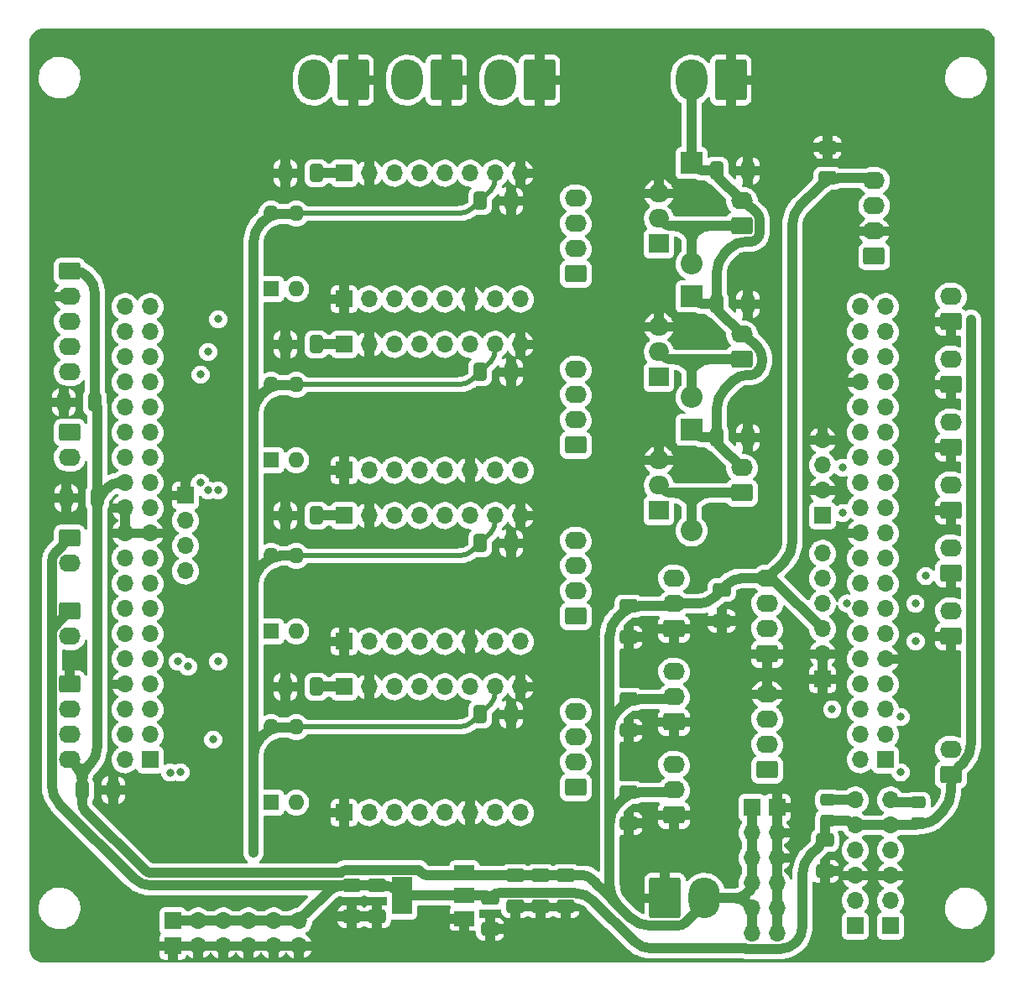
<source format=gbr>
%TF.GenerationSoftware,KiCad,Pcbnew,6.0.4-6f826c9f35~116~ubuntu21.10.1*%
%TF.CreationDate,2022-04-21T21:07:43+02:00*%
%TF.ProjectId,Interco_nucleo_4couches-rounded,496e7465-7263-46f5-9f6e-75636c656f5f,rev?*%
%TF.SameCoordinates,Original*%
%TF.FileFunction,Copper,L1,Top*%
%TF.FilePolarity,Positive*%
%FSLAX46Y46*%
G04 Gerber Fmt 4.6, Leading zero omitted, Abs format (unit mm)*
G04 Created by KiCad (PCBNEW 6.0.4-6f826c9f35~116~ubuntu21.10.1) date 2022-04-21 21:07:43*
%MOMM*%
%LPD*%
G01*
G04 APERTURE LIST*
G04 Aperture macros list*
%AMRoundRect*
0 Rectangle with rounded corners*
0 $1 Rounding radius*
0 $2 $3 $4 $5 $6 $7 $8 $9 X,Y pos of 4 corners*
0 Add a 4 corners polygon primitive as box body*
4,1,4,$2,$3,$4,$5,$6,$7,$8,$9,$2,$3,0*
0 Add four circle primitives for the rounded corners*
1,1,$1+$1,$2,$3*
1,1,$1+$1,$4,$5*
1,1,$1+$1,$6,$7*
1,1,$1+$1,$8,$9*
0 Add four rect primitives between the rounded corners*
20,1,$1+$1,$2,$3,$4,$5,0*
20,1,$1+$1,$4,$5,$6,$7,0*
20,1,$1+$1,$6,$7,$8,$9,0*
20,1,$1+$1,$8,$9,$2,$3,0*%
G04 Aperture macros list end*
%TA.AperFunction,SMDPad,CuDef*%
%ADD10RoundRect,0.250000X-0.650000X0.412500X-0.650000X-0.412500X0.650000X-0.412500X0.650000X0.412500X0*%
%TD*%
%TA.AperFunction,ComponentPad*%
%ADD11R,1.700000X1.700000*%
%TD*%
%TA.AperFunction,ComponentPad*%
%ADD12O,1.700000X1.700000*%
%TD*%
%TA.AperFunction,SMDPad,CuDef*%
%ADD13RoundRect,0.250000X-0.412500X-0.650000X0.412500X-0.650000X0.412500X0.650000X-0.412500X0.650000X0*%
%TD*%
%TA.AperFunction,SMDPad,CuDef*%
%ADD14RoundRect,0.250000X0.412500X0.650000X-0.412500X0.650000X-0.412500X-0.650000X0.412500X-0.650000X0*%
%TD*%
%TA.AperFunction,ComponentPad*%
%ADD15RoundRect,0.250000X0.845000X-0.620000X0.845000X0.620000X-0.845000X0.620000X-0.845000X-0.620000X0*%
%TD*%
%TA.AperFunction,ComponentPad*%
%ADD16O,2.190000X1.740000*%
%TD*%
%TA.AperFunction,ComponentPad*%
%ADD17RoundRect,0.250000X-0.845000X0.620000X-0.845000X-0.620000X0.845000X-0.620000X0.845000X0.620000X0*%
%TD*%
%TA.AperFunction,ComponentPad*%
%ADD18RoundRect,0.250000X-1.330000X-1.800000X1.330000X-1.800000X1.330000X1.800000X-1.330000X1.800000X0*%
%TD*%
%TA.AperFunction,ComponentPad*%
%ADD19O,3.160000X4.100000*%
%TD*%
%TA.AperFunction,ComponentPad*%
%ADD20R,2.200000X2.200000*%
%TD*%
%TA.AperFunction,ComponentPad*%
%ADD21O,2.200000X2.200000*%
%TD*%
%TA.AperFunction,ComponentPad*%
%ADD22R,1.600000X1.600000*%
%TD*%
%TA.AperFunction,ComponentPad*%
%ADD23O,1.600000X1.600000*%
%TD*%
%TA.AperFunction,SMDPad,CuDef*%
%ADD24R,2.000000X1.500000*%
%TD*%
%TA.AperFunction,SMDPad,CuDef*%
%ADD25R,2.000000X3.800000*%
%TD*%
%TA.AperFunction,ComponentPad*%
%ADD26RoundRect,0.250000X1.330000X1.800000X-1.330000X1.800000X-1.330000X-1.800000X1.330000X-1.800000X0*%
%TD*%
%TA.AperFunction,ComponentPad*%
%ADD27R,2.000000X1.905000*%
%TD*%
%TA.AperFunction,ComponentPad*%
%ADD28O,2.000000X1.905000*%
%TD*%
%TA.AperFunction,SMDPad,CuDef*%
%ADD29RoundRect,0.250000X0.475000X-0.337500X0.475000X0.337500X-0.475000X0.337500X-0.475000X-0.337500X0*%
%TD*%
%TA.AperFunction,SMDPad,CuDef*%
%ADD30RoundRect,0.250000X0.650000X-0.412500X0.650000X0.412500X-0.650000X0.412500X-0.650000X-0.412500X0*%
%TD*%
%TA.AperFunction,ViaPad*%
%ADD31C,0.800000*%
%TD*%
%TA.AperFunction,Conductor*%
%ADD32C,1.000000*%
%TD*%
%TA.AperFunction,Conductor*%
%ADD33C,0.500000*%
%TD*%
G04 APERTURE END LIST*
D10*
%TO.P,C74,1*%
%TO.N,/3V3_LDO*%
X69850000Y-125730000D03*
%TO.P,C74,2*%
%TO.N,GND*%
X69850000Y-128855000D03*
%TD*%
D11*
%TO.P,J28,1,Pin_1*%
%TO.N,/PA_7*%
X121666000Y-129794000D03*
D12*
%TO.P,J28,2,Pin_2*%
%TO.N,/PA_6*%
X121666000Y-127254000D03*
%TO.P,J28,3,Pin_3*%
%TO.N,GND*%
X121666000Y-124714000D03*
%TO.P,J28,4,Pin_4*%
%TO.N,/PA_5*%
X121666000Y-122174000D03*
%TO.P,J28,5,Pin_5*%
%TO.N,/3V3_LDO*%
X121666000Y-119634000D03*
%TO.P,J28,6,Pin_6*%
%TO.N,/PA_8*%
X121666000Y-117094000D03*
%TD*%
D11*
%TO.P,U12,1,EN*%
%TO.N,GND*%
X66548000Y-83820000D03*
D12*
%TO.P,U12,2,MS1*%
%TO.N,Net-(R15-Pad1)*%
X69088000Y-83820000D03*
%TO.P,U12,3,MS2*%
%TO.N,Net-(R14-Pad1)*%
X71628000Y-83820000D03*
%TO.P,U12,4,PDN*%
%TO.N,/PC_12*%
X74168000Y-83820000D03*
%TO.P,U12,5,PDN*%
%TO.N,unconnected-(U12-Pad5)*%
X76708000Y-83820000D03*
%TO.P,U12,6,CLK*%
%TO.N,GND*%
X79248000Y-83820000D03*
%TO.P,U12,7,STEP*%
%TO.N,/PC_1*%
X81788000Y-83820000D03*
%TO.P,U12,8,DIR*%
%TO.N,/D2*%
X84328000Y-83820000D03*
%TO.P,U12,9,GND*%
%TO.N,GND*%
X84328000Y-71120000D03*
%TO.P,U12,10,VDD*%
%TO.N,/3V3_LDO*%
X81788000Y-71120000D03*
%TO.P,U12,11,B2*%
%TO.N,/B22*%
X79248000Y-71120000D03*
%TO.P,U12,12,B1*%
%TO.N,/B21*%
X76708000Y-71120000D03*
%TO.P,U12,13,A1*%
%TO.N,/A21*%
X74168000Y-71120000D03*
%TO.P,U12,14,A2*%
%TO.N,/A22*%
X71628000Y-71120000D03*
%TO.P,U12,15,GND*%
%TO.N,GND*%
X69088000Y-71120000D03*
D11*
%TO.P,U12,16,VM*%
%TO.N,/V_LIPO*%
X66548000Y-71120000D03*
%TD*%
D13*
%TO.P,C515,1*%
%TO.N,/3V3_LDO*%
X80264000Y-91186000D03*
%TO.P,C515,2*%
%TO.N,GND*%
X83389000Y-91186000D03*
%TD*%
D14*
%TO.P,C52,1*%
%TO.N,/V_LIPO*%
X63754000Y-88392000D03*
%TO.P,C52,2*%
%TO.N,GND*%
X60629000Y-88392000D03*
%TD*%
D15*
%TO.P,J34,1,Pin_1*%
%TO.N,GND*%
X127762000Y-94234000D03*
D16*
%TO.P,J34,2,Pin_2*%
%TO.N,Net-(J34-Pad2)*%
X127762000Y-91694000D03*
%TD*%
D17*
%TO.P,J41,1,Pin_1*%
%TO.N,/3V3_LDO*%
X38862000Y-90678000D03*
D16*
%TO.P,J41,2,Pin_2*%
%TO.N,Net-(J41-Pad2)*%
X38862000Y-93218000D03*
%TD*%
D18*
%TO.P,J52,1,Pin_1*%
%TO.N,GND*%
X98910000Y-127000000D03*
D19*
%TO.P,J52,2,Pin_2*%
%TO.N,/5V0*%
X102870000Y-127000000D03*
%TD*%
D20*
%TO.P,D22,1,K*%
%TO.N,/electroaimant_12V*%
X101600000Y-52832000D03*
D21*
%TO.P,D22,2,A*%
%TO.N,Net-(D22-Pad2)*%
X101600000Y-62992000D03*
%TD*%
D15*
%TO.P,J12,1,Pin_1*%
%TO.N,/A22*%
X89916000Y-81280000D03*
D16*
%TO.P,J12,2,Pin_2*%
%TO.N,/A21*%
X89916000Y-78740000D03*
%TO.P,J12,3,Pin_3*%
%TO.N,/B21*%
X89916000Y-76200000D03*
%TO.P,J12,4,Pin_4*%
%TO.N,/B22*%
X89916000Y-73660000D03*
%TD*%
D22*
%TO.P,SW20,1*%
%TO.N,Net-(R20-Pad1)*%
X59182000Y-65532000D03*
D23*
%TO.P,SW20,2*%
%TO.N,Net-(R21-Pad1)*%
X61722000Y-65532000D03*
%TO.P,SW20,3*%
%TO.N,/3V3_LDO*%
X61722000Y-57912000D03*
%TO.P,SW20,4*%
X59182000Y-57912000D03*
%TD*%
D20*
%TO.P,D20,1,K*%
%TO.N,/electroaimant_12V*%
X101600000Y-66294000D03*
D21*
%TO.P,D20,2,A*%
%TO.N,Net-(D20-Pad2)*%
X101600000Y-76454000D03*
%TD*%
D10*
%TO.P,C513,1*%
%TO.N,/3V3_LDO*%
X81280000Y-127000000D03*
%TO.P,C513,2*%
%TO.N,GND*%
X81280000Y-130125000D03*
%TD*%
D15*
%TO.P,J24,1,Pin_1*%
%TO.N,Net-(D21-Pad2)*%
X106680000Y-86106000D03*
D16*
%TO.P,J24,2,Pin_2*%
%TO.N,/electroaimant_12V*%
X106680000Y-83566000D03*
%TD*%
D14*
%TO.P,C53,1*%
%TO.N,/V_LIPO*%
X63754000Y-105664000D03*
%TO.P,C53,2*%
%TO.N,GND*%
X60629000Y-105664000D03*
%TD*%
D17*
%TO.P,J43,1,Pin_1*%
%TO.N,/3V3_LDO*%
X38862000Y-98044000D03*
D16*
%TO.P,J43,2,Pin_2*%
%TO.N,Net-(J43-Pad2)*%
X38862000Y-100584000D03*
%TD*%
D11*
%TO.P,J29,1,Pin_1*%
%TO.N,/PA_7*%
X118110000Y-129794000D03*
D12*
%TO.P,J29,2,Pin_2*%
%TO.N,/PA_6*%
X118110000Y-127254000D03*
%TO.P,J29,3,Pin_3*%
%TO.N,GND*%
X118110000Y-124714000D03*
%TO.P,J29,4,Pin_4*%
%TO.N,/PA_5*%
X118110000Y-122174000D03*
%TO.P,J29,5,Pin_5*%
%TO.N,/3V3_LDO*%
X118110000Y-119634000D03*
%TO.P,J29,6,Pin_6*%
%TO.N,/PB_2*%
X118110000Y-117094000D03*
%TD*%
D13*
%TO.P,C56,1*%
%TO.N,/electroaimant_12V*%
X104140000Y-80518000D03*
%TO.P,C56,2*%
%TO.N,GND*%
X107265000Y-80518000D03*
%TD*%
D24*
%TO.P,U70,1,GND*%
%TO.N,GND*%
X78690000Y-129046000D03*
%TO.P,U70,2,VO*%
%TO.N,/3V3_LDO*%
X78690000Y-126746000D03*
D25*
X72390000Y-126746000D03*
D24*
%TO.P,U70,3,VI*%
%TO.N,/5V0*%
X78690000Y-124446000D03*
%TD*%
D26*
%TO.P,J500,1,Pin_1*%
%TO.N,GND*%
X76858000Y-44450000D03*
D19*
%TO.P,J500,2,Pin_2*%
%TO.N,/V_LIPO*%
X72898000Y-44450000D03*
%TD*%
D27*
%TO.P,Q21,1,G*%
%TO.N,/PB_1*%
X98298000Y-87884000D03*
D28*
%TO.P,Q21,2,D*%
%TO.N,Net-(D21-Pad2)*%
X98298000Y-85344000D03*
%TO.P,Q21,3,S*%
%TO.N,GND*%
X98298000Y-82804000D03*
%TD*%
D14*
%TO.P,C58,1*%
%TO.N,/5V0*%
X41402000Y-76962000D03*
%TO.P,C58,2*%
%TO.N,GND*%
X38277000Y-76962000D03*
%TD*%
D13*
%TO.P,C54,1*%
%TO.N,/electroaimant_12V*%
X104140000Y-53594000D03*
%TO.P,C54,2*%
%TO.N,GND*%
X107265000Y-53594000D03*
%TD*%
D15*
%TO.P,J22,1,Pin_1*%
%TO.N,GND*%
X99822000Y-118618000D03*
D16*
%TO.P,J22,2,Pin_2*%
%TO.N,/5V0*%
X99822000Y-116078000D03*
%TO.P,J22,3,Pin_3*%
%TO.N,/PB_8*%
X99822000Y-113538000D03*
%TD*%
D13*
%TO.P,C55,1*%
%TO.N,/electroaimant_12V*%
X104140000Y-67056000D03*
%TO.P,C55,2*%
%TO.N,GND*%
X107265000Y-67056000D03*
%TD*%
D15*
%TO.P,J21,1,Pin_1*%
%TO.N,GND*%
X99822000Y-109220000D03*
D16*
%TO.P,J21,2,Pin_2*%
%TO.N,/5V0*%
X99822000Y-106680000D03*
%TO.P,J21,3,Pin_3*%
%TO.N,/PB_9*%
X99822000Y-104140000D03*
%TD*%
D11*
%TO.P,U20,1,EN*%
%TO.N,GND*%
X66548000Y-66548000D03*
D12*
%TO.P,U20,2,MS1*%
%TO.N,Net-(R21-Pad1)*%
X69088000Y-66548000D03*
%TO.P,U20,3,MS2*%
%TO.N,Net-(R20-Pad1)*%
X71628000Y-66548000D03*
%TO.P,U20,4,PDN*%
%TO.N,/PC_12*%
X74168000Y-66548000D03*
%TO.P,U20,5,PDN*%
%TO.N,unconnected-(U20-Pad5)*%
X76708000Y-66548000D03*
%TO.P,U20,6,CLK*%
%TO.N,GND*%
X79248000Y-66548000D03*
%TO.P,U20,7,STEP*%
%TO.N,/PC_3*%
X81788000Y-66548000D03*
%TO.P,U20,8,DIR*%
%TO.N,/D3*%
X84328000Y-66548000D03*
%TO.P,U20,9,GND*%
%TO.N,GND*%
X84328000Y-53848000D03*
%TO.P,U20,10,VDD*%
%TO.N,/3V3_LDO*%
X81788000Y-53848000D03*
%TO.P,U20,11,B2*%
%TO.N,/B32*%
X79248000Y-53848000D03*
%TO.P,U20,12,B1*%
%TO.N,/B31*%
X76708000Y-53848000D03*
%TO.P,U20,13,A1*%
%TO.N,/A31*%
X74168000Y-53848000D03*
%TO.P,U20,14,A2*%
%TO.N,/A32*%
X71628000Y-53848000D03*
%TO.P,U20,15,GND*%
%TO.N,GND*%
X69088000Y-53848000D03*
D11*
%TO.P,U20,16,VM*%
%TO.N,/V_LIPO*%
X66548000Y-53848000D03*
%TD*%
D15*
%TO.P,J36,1,Pin_1*%
%TO.N,/LIDAR_RX*%
X120015000Y-62230000D03*
D16*
%TO.P,J36,2,Pin_2*%
%TO.N,GND*%
X120015000Y-59690000D03*
%TO.P,J36,3,Pin_3*%
%TO.N,/LIDAR_TX*%
X120015000Y-57150000D03*
%TO.P,J36,4,Pin_4*%
%TO.N,/5V0*%
X120015000Y-54610000D03*
%TD*%
D17*
%TO.P,J26,1,Pin_1*%
%TO.N,/5V0*%
X38862000Y-63754000D03*
D16*
%TO.P,J26,2,Pin_2*%
%TO.N,GND*%
X38862000Y-66294000D03*
%TO.P,J26,3,Pin_3*%
%TO.N,/PC_2*%
X38862000Y-68834000D03*
%TO.P,J26,4,Pin_4*%
%TO.N,/PA_1*%
X38862000Y-71374000D03*
%TO.P,J26,5,Pin_5*%
%TO.N,/PA_0*%
X38862000Y-73914000D03*
%TD*%
D15*
%TO.P,J25,1,Pin_1*%
%TO.N,Net-(D22-Pad2)*%
X106680000Y-59182000D03*
D16*
%TO.P,J25,2,Pin_2*%
%TO.N,/electroaimant_12V*%
X106680000Y-56642000D03*
%TD*%
D13*
%TO.P,C516,1*%
%TO.N,/3V3_LDO*%
X80264000Y-73914000D03*
%TO.P,C516,2*%
%TO.N,GND*%
X83389000Y-73914000D03*
%TD*%
D11*
%TO.P,J03,1,Pin_1*%
%TO.N,GND*%
X50546000Y-86360000D03*
D12*
%TO.P,J03,2,Pin_2*%
%TO.N,/PB_7*%
X50546000Y-88900000D03*
%TO.P,J03,3,Pin_3*%
%TO.N,/5V*%
X50546000Y-91440000D03*
%TO.P,J03,4,Pin_4*%
%TO.N,/3V3*%
X50546000Y-93980000D03*
%TD*%
D11*
%TO.P,J54,1,Pin_1*%
%TO.N,GND*%
X49276000Y-131826000D03*
D12*
%TO.P,J54,2,Pin_2*%
X51816000Y-131826000D03*
%TO.P,J54,3,Pin_3*%
X54356000Y-131826000D03*
%TO.P,J54,4,Pin_4*%
X56896000Y-131826000D03*
%TO.P,J54,5,Pin_5*%
X59436000Y-131826000D03*
%TO.P,J54,6,Pin_6*%
X61976000Y-131826000D03*
%TD*%
D10*
%TO.P,C57,1*%
%TO.N,/5V0*%
X104648000Y-95885000D03*
%TO.P,C57,2*%
%TO.N,GND*%
X104648000Y-99010000D03*
%TD*%
D29*
%TO.P,R23,1*%
%TO.N,/3V3_LDO*%
X115316000Y-119169000D03*
%TO.P,R23,2*%
%TO.N,/PB_2*%
X115316000Y-117094000D03*
%TD*%
D30*
%TO.P,C591,1*%
%TO.N,GND*%
X95250000Y-110059000D03*
%TO.P,C591,2*%
%TO.N,/5V0*%
X95250000Y-106934000D03*
%TD*%
D10*
%TO.P,C590,1*%
%TO.N,/5V0*%
X95250000Y-116332000D03*
%TO.P,C590,2*%
%TO.N,GND*%
X95250000Y-119457000D03*
%TD*%
D15*
%TO.P,J11,1,Pin_1*%
%TO.N,/A12*%
X89916000Y-98552000D03*
D16*
%TO.P,J11,2,Pin_2*%
%TO.N,/A11*%
X89916000Y-96012000D03*
%TO.P,J11,3,Pin_3*%
%TO.N,/B11*%
X89916000Y-93472000D03*
%TO.P,J11,4,Pin_4*%
%TO.N,/B12*%
X89916000Y-90932000D03*
%TD*%
D22*
%TO.P,SW12,1*%
%TO.N,Net-(R14-Pad1)*%
X59182000Y-82804000D03*
D23*
%TO.P,SW12,2*%
%TO.N,Net-(R15-Pad1)*%
X61722000Y-82804000D03*
%TO.P,SW12,3*%
%TO.N,/3V3_LDO*%
X61722000Y-75184000D03*
%TO.P,SW12,4*%
X59182000Y-75184000D03*
%TD*%
D15*
%TO.P,J23,1,Pin_1*%
%TO.N,Net-(D20-Pad2)*%
X106680000Y-72644000D03*
D16*
%TO.P,J23,2,Pin_2*%
%TO.N,/electroaimant_12V*%
X106680000Y-70104000D03*
%TD*%
D22*
%TO.P,SW10,1*%
%TO.N,Net-(R10-Pad1)*%
X59182000Y-117348000D03*
D23*
%TO.P,SW10,2*%
%TO.N,Net-(R11-Pad1)*%
X61722000Y-117348000D03*
%TO.P,SW10,3*%
%TO.N,/3V3_LDO*%
X61722000Y-109728000D03*
%TO.P,SW10,4*%
X59182000Y-109728000D03*
%TD*%
D17*
%TO.P,J40,1,Pin_1*%
%TO.N,/3V3_LDO*%
X38862000Y-80010000D03*
D16*
%TO.P,J40,2,Pin_2*%
%TO.N,Net-(J40-Pad2)*%
X38862000Y-82550000D03*
%TD*%
D26*
%TO.P,J502,1,Pin_1*%
%TO.N,GND*%
X67460000Y-44450000D03*
D19*
%TO.P,J502,2,Pin_2*%
%TO.N,/V_LIPO*%
X63500000Y-44450000D03*
%TD*%
D10*
%TO.P,C72,1*%
%TO.N,/5V0*%
X88900000Y-124714000D03*
%TO.P,C72,2*%
%TO.N,GND*%
X88900000Y-127839000D03*
%TD*%
D15*
%TO.P,J32,1,Pin_1*%
%TO.N,GND*%
X127762000Y-81534000D03*
D16*
%TO.P,J32,2,Pin_2*%
%TO.N,Net-(J32-Pad2)*%
X127762000Y-78994000D03*
%TD*%
D15*
%TO.P,J33,1,Pin_1*%
%TO.N,GND*%
X127762000Y-87884000D03*
D16*
%TO.P,J33,2,Pin_2*%
%TO.N,Net-(J33-Pad2)*%
X127762000Y-85344000D03*
%TD*%
D15*
%TO.P,J42,1,Pin_1*%
%TO.N,/3V3_LDO*%
X127762000Y-114554000D03*
D16*
%TO.P,J42,2,Pin_2*%
%TO.N,Net-(J42-Pad2)*%
X127762000Y-112014000D03*
%TD*%
D30*
%TO.P,C512,1*%
%TO.N,/5V0*%
X115316000Y-54356000D03*
%TO.P,C512,2*%
%TO.N,GND*%
X115316000Y-51231000D03*
%TD*%
D13*
%TO.P,C514,1*%
%TO.N,/3V3_LDO*%
X80264000Y-108458000D03*
%TO.P,C514,2*%
%TO.N,GND*%
X83389000Y-108458000D03*
%TD*%
D11*
%TO.P,J60,1,Pin_1*%
%TO.N,/5V0*%
X107696000Y-117856000D03*
D12*
%TO.P,J60,2,Pin_2*%
X107696000Y-120396000D03*
%TO.P,J60,3,Pin_3*%
X107696000Y-122936000D03*
%TO.P,J60,4,Pin_4*%
X107696000Y-125476000D03*
%TO.P,J60,5,Pin_5*%
X107696000Y-128016000D03*
%TO.P,J60,6,Pin_6*%
X107696000Y-130556000D03*
%TD*%
D26*
%TO.P,J51,1,Pin_1*%
%TO.N,GND*%
X105560000Y-44450000D03*
D19*
%TO.P,J51,2,Pin_2*%
%TO.N,/electroaimant_12V*%
X101600000Y-44450000D03*
%TD*%
D26*
%TO.P,J501,1,Pin_1*%
%TO.N,GND*%
X86256000Y-44450000D03*
D19*
%TO.P,J501,2,Pin_2*%
%TO.N,/V_LIPO*%
X82296000Y-44450000D03*
%TD*%
D11*
%TO.P,J39,1,Pin_1*%
%TO.N,GND*%
X114808000Y-104902000D03*
D12*
%TO.P,J39,2,Pin_2*%
X114808000Y-102362000D03*
%TO.P,J39,3,Pin_3*%
%TO.N,/5V0*%
X114808000Y-99822000D03*
%TO.P,J39,4,Pin_4*%
%TO.N,/LORA_TX*%
X114808000Y-97282000D03*
%TO.P,J39,5,Pin_5*%
%TO.N,/LORA_RX*%
X114808000Y-94742000D03*
%TO.P,J39,6,Pin_6*%
%TO.N,unconnected-(J39-Pad6)*%
X114808000Y-92202000D03*
%TD*%
D10*
%TO.P,C73,1*%
%TO.N,/3V3_LDO*%
X67310000Y-125730000D03*
%TO.P,C73,2*%
%TO.N,GND*%
X67310000Y-128855000D03*
%TD*%
%TO.P,C71,1*%
%TO.N,/5V0*%
X86360000Y-124714000D03*
%TO.P,C71,2*%
%TO.N,GND*%
X86360000Y-127839000D03*
%TD*%
D20*
%TO.P,D21,1,K*%
%TO.N,/electroaimant_12V*%
X101600000Y-79756000D03*
D21*
%TO.P,D21,2,A*%
%TO.N,Net-(D21-Pad2)*%
X101600000Y-89916000D03*
%TD*%
D11*
%TO.P,J04,1,Pin_1*%
%TO.N,/PC_5*%
X114808000Y-88392000D03*
D12*
%TO.P,J04,2,Pin_2*%
%TO.N,GND*%
X114808000Y-85852000D03*
%TO.P,J04,3,Pin_3*%
%TO.N,/PB_6*%
X114808000Y-83312000D03*
%TO.P,J04,4,Pin_4*%
%TO.N,GND*%
X114808000Y-80772000D03*
%TD*%
D15*
%TO.P,D40,1,RA*%
%TO.N,Net-(D40-Pad1)*%
X109220000Y-114046000D03*
D16*
%TO.P,D40,2,GA*%
%TO.N,Net-(D40-Pad2)*%
X109220000Y-111506000D03*
%TO.P,D40,3,BA*%
%TO.N,Net-(D40-Pad3)*%
X109220000Y-108966000D03*
%TO.P,D40,4,K*%
%TO.N,GND*%
X109220000Y-106426000D03*
%TD*%
D14*
%TO.P,C51,1*%
%TO.N,/V_LIPO*%
X63754000Y-71120000D03*
%TO.P,C51,2*%
%TO.N,GND*%
X60629000Y-71120000D03*
%TD*%
D13*
%TO.P,C510,1*%
%TO.N,/5V0*%
X40132000Y-116078000D03*
%TO.P,C510,2*%
%TO.N,GND*%
X43257000Y-116078000D03*
%TD*%
D11*
%TO.P,U11,1,EN*%
%TO.N,GND*%
X66548000Y-101092000D03*
D12*
%TO.P,U11,2,MS1*%
%TO.N,Net-(R13-Pad1)*%
X69088000Y-101092000D03*
%TO.P,U11,3,MS2*%
%TO.N,Net-(R12-Pad1)*%
X71628000Y-101092000D03*
%TO.P,U11,4,PDN*%
%TO.N,/PC_12*%
X74168000Y-101092000D03*
%TO.P,U11,5,PDN*%
%TO.N,unconnected-(U11-Pad5)*%
X76708000Y-101092000D03*
%TO.P,U11,6,CLK*%
%TO.N,GND*%
X79248000Y-101092000D03*
%TO.P,U11,7,STEP*%
%TO.N,/PH_1*%
X81788000Y-101092000D03*
%TO.P,U11,8,DIR*%
%TO.N,/D1*%
X84328000Y-101092000D03*
%TO.P,U11,9,GND*%
%TO.N,GND*%
X84328000Y-88392000D03*
%TO.P,U11,10,VDD*%
%TO.N,/3V3_LDO*%
X81788000Y-88392000D03*
%TO.P,U11,11,B2*%
%TO.N,/B12*%
X79248000Y-88392000D03*
%TO.P,U11,12,B1*%
%TO.N,/B11*%
X76708000Y-88392000D03*
%TO.P,U11,13,A1*%
%TO.N,/A11*%
X74168000Y-88392000D03*
%TO.P,U11,14,A2*%
%TO.N,/A12*%
X71628000Y-88392000D03*
%TO.P,U11,15,GND*%
%TO.N,GND*%
X69088000Y-88392000D03*
D11*
%TO.P,U11,16,VM*%
%TO.N,/V_LIPO*%
X66548000Y-88392000D03*
%TD*%
D13*
%TO.P,C517,1*%
%TO.N,/3V3_LDO*%
X80264000Y-56642000D03*
%TO.P,C517,2*%
%TO.N,GND*%
X83389000Y-56642000D03*
%TD*%
D17*
%TO.P,J38,1,Pin_1*%
%TO.N,GND*%
X38862000Y-105410000D03*
D16*
%TO.P,J38,2,Pin_2*%
%TO.N,/7SEG_TX*%
X38862000Y-107950000D03*
%TO.P,J38,3,Pin_3*%
%TO.N,/7SEG_RX*%
X38862000Y-110490000D03*
%TO.P,J38,4,Pin_4*%
%TO.N,/5V0*%
X38862000Y-113030000D03*
%TD*%
D15*
%TO.P,J31,1,Pin_1*%
%TO.N,GND*%
X127762000Y-75184000D03*
D16*
%TO.P,J31,2,Pin_2*%
%TO.N,Net-(J31-Pad2)*%
X127762000Y-72644000D03*
%TD*%
D15*
%TO.P,J20,1,Pin_1*%
%TO.N,GND*%
X99822000Y-99822000D03*
D16*
%TO.P,J20,2,Pin_2*%
%TO.N,/5V0*%
X99822000Y-97282000D03*
%TO.P,J20,3,Pin_3*%
%TO.N,/PB_10*%
X99822000Y-94742000D03*
%TD*%
D15*
%TO.P,J30,1,Pin_1*%
%TO.N,GND*%
X127762000Y-68834000D03*
D16*
%TO.P,J30,2,Pin_2*%
%TO.N,Net-(J30-Pad2)*%
X127762000Y-66294000D03*
%TD*%
D30*
%TO.P,C592,1*%
%TO.N,GND*%
X95250000Y-100661000D03*
%TO.P,C592,2*%
%TO.N,/5V0*%
X95250000Y-97536000D03*
%TD*%
D14*
%TO.P,C511,1*%
%TO.N,/5V0*%
X41656000Y-86614000D03*
%TO.P,C511,2*%
%TO.N,GND*%
X38531000Y-86614000D03*
%TD*%
D15*
%TO.P,J35,1,Pin_1*%
%TO.N,GND*%
X127762000Y-100584000D03*
D16*
%TO.P,J35,2,Pin_2*%
%TO.N,Net-(J35-Pad2)*%
X127762000Y-98044000D03*
%TD*%
D15*
%TO.P,J27,1,Pin_1*%
%TO.N,/A32*%
X89916000Y-64008000D03*
D16*
%TO.P,J27,2,Pin_2*%
%TO.N,/A31*%
X89916000Y-61468000D03*
%TO.P,J27,3,Pin_3*%
%TO.N,/B31*%
X89916000Y-58928000D03*
%TO.P,J27,4,Pin_4*%
%TO.N,/B32*%
X89916000Y-56388000D03*
%TD*%
D27*
%TO.P,Q20,1,G*%
%TO.N,/PB_3*%
X98298000Y-74422000D03*
D28*
%TO.P,Q20,2,D*%
%TO.N,Net-(D20-Pad2)*%
X98298000Y-71882000D03*
%TO.P,Q20,3,S*%
%TO.N,GND*%
X98298000Y-69342000D03*
%TD*%
D15*
%TO.P,J37,1,Pin_1*%
%TO.N,GND*%
X109220000Y-102362000D03*
D16*
%TO.P,J37,2,Pin_2*%
%TO.N,/LORA_TX*%
X109220000Y-99822000D03*
%TO.P,J37,3,Pin_3*%
%TO.N,/LORA_RX*%
X109220000Y-97282000D03*
%TO.P,J37,4,Pin_4*%
%TO.N,/5V0*%
X109220000Y-94742000D03*
%TD*%
D14*
%TO.P,C50,1*%
%TO.N,/V_LIPO*%
X63754000Y-53848000D03*
%TO.P,C50,2*%
%TO.N,GND*%
X60629000Y-53848000D03*
%TD*%
D11*
%TO.P,J53,1,Pin_1*%
%TO.N,/3V3_LDO*%
X49276000Y-129286000D03*
D12*
%TO.P,J53,2,Pin_2*%
X51816000Y-129286000D03*
%TO.P,J53,3,Pin_3*%
X54356000Y-129286000D03*
%TO.P,J53,4,Pin_4*%
X56896000Y-129286000D03*
%TO.P,J53,5,Pin_5*%
X59436000Y-129286000D03*
%TO.P,J53,6,Pin_6*%
X61976000Y-129286000D03*
%TD*%
D10*
%TO.P,C518,1*%
%TO.N,/3V3_LDO*%
X115062000Y-121158000D03*
%TO.P,C518,2*%
%TO.N,GND*%
X115062000Y-124283000D03*
%TD*%
D22*
%TO.P,SW11,1*%
%TO.N,Net-(R12-Pad1)*%
X59182000Y-100076000D03*
D23*
%TO.P,SW11,2*%
%TO.N,Net-(R13-Pad1)*%
X61722000Y-100076000D03*
%TO.P,SW11,3*%
%TO.N,/3V3_LDO*%
X61722000Y-92456000D03*
%TO.P,SW11,4*%
X59182000Y-92456000D03*
%TD*%
D11*
%TO.P,U10,1,EN*%
%TO.N,GND*%
X66548000Y-118364000D03*
D12*
%TO.P,U10,2,MS1*%
%TO.N,Net-(R11-Pad1)*%
X69088000Y-118364000D03*
%TO.P,U10,3,MS2*%
%TO.N,Net-(R10-Pad1)*%
X71628000Y-118364000D03*
%TO.P,U10,4,PDN*%
%TO.N,/PC_12*%
X74168000Y-118364000D03*
%TO.P,U10,5,PDN*%
%TO.N,unconnected-(U10-Pad5)*%
X76708000Y-118364000D03*
%TO.P,U10,6,CLK*%
%TO.N,GND*%
X79248000Y-118364000D03*
%TO.P,U10,7,STEP*%
%TO.N,/PA_14*%
X81788000Y-118364000D03*
%TO.P,U10,8,DIR*%
%TO.N,/D0*%
X84328000Y-118364000D03*
%TO.P,U10,9,GND*%
%TO.N,GND*%
X84328000Y-105664000D03*
%TO.P,U10,10,VDD*%
%TO.N,/3V3_LDO*%
X81788000Y-105664000D03*
%TO.P,U10,11,B2*%
%TO.N,/B02*%
X79248000Y-105664000D03*
%TO.P,U10,12,B1*%
%TO.N,/B01*%
X76708000Y-105664000D03*
%TO.P,U10,13,A1*%
%TO.N,/A01*%
X74168000Y-105664000D03*
%TO.P,U10,14,A2*%
%TO.N,/A02*%
X71628000Y-105664000D03*
%TO.P,U10,15,GND*%
%TO.N,GND*%
X69088000Y-105664000D03*
D11*
%TO.P,U10,16,VM*%
%TO.N,/V_LIPO*%
X66548000Y-105664000D03*
%TD*%
D10*
%TO.P,C70,1*%
%TO.N,/5V0*%
X83820000Y-124714000D03*
%TO.P,C70,2*%
%TO.N,GND*%
X83820000Y-127839000D03*
%TD*%
D11*
%TO.P,J61,1,Pin_1*%
%TO.N,GND*%
X110236000Y-117856000D03*
D12*
%TO.P,J61,2,Pin_2*%
X110236000Y-120396000D03*
%TO.P,J61,3,Pin_3*%
X110236000Y-122936000D03*
%TO.P,J61,4,Pin_4*%
X110236000Y-125476000D03*
%TO.P,J61,5,Pin_5*%
X110236000Y-128016000D03*
%TO.P,J61,6,Pin_6*%
X110236000Y-130556000D03*
%TD*%
D27*
%TO.P,Q22,1,G*%
%TO.N,/PC_4*%
X98298000Y-60960000D03*
D28*
%TO.P,Q22,2,D*%
%TO.N,Net-(D22-Pad2)*%
X98298000Y-58420000D03*
%TO.P,Q22,3,S*%
%TO.N,GND*%
X98298000Y-55880000D03*
%TD*%
D29*
%TO.P,R22,1*%
%TO.N,/3V3_LDO*%
X124460000Y-119423000D03*
%TO.P,R22,2*%
%TO.N,/PA_8*%
X124460000Y-117348000D03*
%TD*%
D15*
%TO.P,J10,1,Pin_1*%
%TO.N,/A02*%
X89916000Y-115824000D03*
D16*
%TO.P,J10,2,Pin_2*%
%TO.N,/A01*%
X89916000Y-113284000D03*
%TO.P,J10,3,Pin_3*%
%TO.N,/B01*%
X89916000Y-110744000D03*
%TO.P,J10,4,Pin_4*%
%TO.N,/B02*%
X89916000Y-108204000D03*
%TD*%
D11*
%TO.P,J01,1,Pin_1*%
%TO.N,/7SEG_RX*%
X46990000Y-113030000D03*
D12*
%TO.P,J01,2,Pin_2*%
%TO.N,/7SEG_TX*%
X44450000Y-113030000D03*
%TO.P,J01,3,Pin_3*%
%TO.N,/PC_12*%
X46990000Y-110490000D03*
%TO.P,J01,4,Pin_4*%
%TO.N,/PD_2*%
X44450000Y-110490000D03*
%TO.P,J01,5,Pin_5*%
%TO.N,/VDD*%
X46990000Y-107950000D03*
%TO.P,J01,6,Pin_6*%
%TO.N,/E5V*%
X44450000Y-107950000D03*
%TO.P,J01,7,Pin_7*%
%TO.N,/BOOT0*%
X46990000Y-105410000D03*
%TO.P,J01,8,Pin_8*%
%TO.N,GND*%
X44450000Y-105410000D03*
%TO.P,J01,9,Pin_9*%
%TO.N,unconnected-(J01-Pad9)*%
X46990000Y-102870000D03*
%TO.P,J01,10,Pin_10*%
%TO.N,unconnected-(J01-Pad10)*%
X44450000Y-102870000D03*
%TO.P,J01,11,Pin_11*%
%TO.N,unconnected-(J01-Pad11)*%
X46990000Y-100330000D03*
%TO.P,J01,12,Pin_12*%
%TO.N,/IOREF*%
X44450000Y-100330000D03*
%TO.P,J01,13,Pin_13*%
%TO.N,/D0*%
X46990000Y-97790000D03*
%TO.P,J01,14,Pin_14*%
%TO.N,/RESET*%
X44450000Y-97790000D03*
%TO.P,J01,15,Pin_15*%
%TO.N,/PA_14*%
X46990000Y-95250000D03*
%TO.P,J01,16,Pin_16*%
%TO.N,/3V3*%
X44450000Y-95250000D03*
%TO.P,J01,17,Pin_17*%
%TO.N,/PA_15*%
X46990000Y-92710000D03*
%TO.P,J01,18,Pin_18*%
%TO.N,/5V*%
X44450000Y-92710000D03*
%TO.P,J01,19,Pin_19*%
%TO.N,GND*%
X46990000Y-90170000D03*
%TO.P,J01,20,Pin_20*%
X44450000Y-90170000D03*
%TO.P,J01,21,Pin_21*%
%TO.N,/PB_7*%
X46990000Y-87630000D03*
%TO.P,J01,22,Pin_22*%
%TO.N,GND*%
X44450000Y-87630000D03*
%TO.P,J01,23,Pin_23*%
%TO.N,/PC_13*%
X46990000Y-85090000D03*
%TO.P,J01,24,Pin_24*%
%TO.N,/5V0*%
X44450000Y-85090000D03*
%TO.P,J01,25,Pin_25*%
%TO.N,/PC_14*%
X46990000Y-82550000D03*
%TO.P,J01,26,Pin_26*%
%TO.N,unconnected-(J01-Pad26)*%
X44450000Y-82550000D03*
%TO.P,J01,27,Pin_27*%
%TO.N,/PC_15*%
X46990000Y-80010000D03*
%TO.P,J01,28,Pin_28*%
%TO.N,/PA_0*%
X44450000Y-80010000D03*
%TO.P,J01,29,Pin_29*%
%TO.N,/PH_0*%
X46990000Y-77470000D03*
%TO.P,J01,30,Pin_30*%
%TO.N,/PA_1*%
X44450000Y-77470000D03*
%TO.P,J01,31,Pin_31*%
%TO.N,/PH_1*%
X46990000Y-74930000D03*
%TO.P,J01,32,Pin_32*%
%TO.N,/D1*%
X44450000Y-74930000D03*
%TO.P,J01,33,Pin_33*%
%TO.N,/VBAT*%
X46990000Y-72390000D03*
%TO.P,J01,34,Pin_34*%
%TO.N,/D2*%
X44450000Y-72390000D03*
%TO.P,J01,35,Pin_35*%
%TO.N,/PC_2*%
X46990000Y-69850000D03*
%TO.P,J01,36,Pin_36*%
%TO.N,/PC_1*%
X44450000Y-69850000D03*
%TO.P,J01,37,Pin_37*%
%TO.N,/PC_3*%
X46990000Y-67310000D03*
%TO.P,J01,38,Pin_38*%
%TO.N,/D3*%
X44450000Y-67310000D03*
%TD*%
D11*
%TO.P,J02,1,Pin_1*%
%TO.N,/PC_9*%
X121158000Y-113030000D03*
D12*
%TO.P,J02,2,Pin_2*%
%TO.N,/PC_8*%
X118618000Y-113030000D03*
%TO.P,J02,3,Pin_3*%
%TO.N,/PB_8*%
X121158000Y-110490000D03*
%TO.P,J02,4,Pin_4*%
%TO.N,/LORA_TX*%
X118618000Y-110490000D03*
%TO.P,J02,5,Pin_5*%
%TO.N,/PB_9*%
X121158000Y-107950000D03*
%TO.P,J02,6,Pin_6*%
%TO.N,/PC_5*%
X118618000Y-107950000D03*
%TO.P,J02,7,Pin_7*%
%TO.N,/AVDD*%
X121158000Y-105410000D03*
%TO.P,J02,8,Pin_8*%
%TO.N,/U5V*%
X118618000Y-105410000D03*
%TO.P,J02,9,Pin_9*%
%TO.N,GND*%
X121158000Y-102870000D03*
%TO.P,J02,10,Pin_10*%
%TO.N,unconnected-(J02-Pad10)*%
X118618000Y-102870000D03*
%TO.P,J02,11,Pin_11*%
%TO.N,/PA_5*%
X121158000Y-100330000D03*
%TO.P,J02,12,Pin_12*%
%TO.N,/PA_12*%
X118618000Y-100330000D03*
%TO.P,J02,13,Pin_13*%
%TO.N,/PA_6*%
X121158000Y-97790000D03*
%TO.P,J02,14,Pin_14*%
%TO.N,/PA_11*%
X118618000Y-97790000D03*
%TO.P,J02,15,Pin_15*%
%TO.N,/PA_7*%
X121158000Y-95250000D03*
%TO.P,J02,16,Pin_16*%
%TO.N,/PB_12*%
X118618000Y-95250000D03*
%TO.P,J02,17,Pin_17*%
%TO.N,/PB_6*%
X121158000Y-92710000D03*
%TO.P,J02,18,Pin_18*%
%TO.N,unconnected-(J02-Pad18)*%
X118618000Y-92710000D03*
%TO.P,J02,19,Pin_19*%
%TO.N,/LORA_RX*%
X121158000Y-90170000D03*
%TO.P,J02,20,Pin_20*%
%TO.N,GND*%
X118618000Y-90170000D03*
%TO.P,J02,21,Pin_21*%
%TO.N,/LIDAR_RX*%
X121158000Y-87630000D03*
%TO.P,J02,22,Pin_22*%
%TO.N,/PB_2*%
X118618000Y-87630000D03*
%TO.P,J02,23,Pin_23*%
%TO.N,/PA_8*%
X121158000Y-85090000D03*
%TO.P,J02,24,Pin_24*%
%TO.N,/PB_1*%
X118618000Y-85090000D03*
%TO.P,J02,25,Pin_25*%
%TO.N,/PB_10*%
X121158000Y-82550000D03*
%TO.P,J02,26,Pin_26*%
%TO.N,/PB_15*%
X118618000Y-82550000D03*
%TO.P,J02,27,Pin_27*%
%TO.N,/PB_4*%
X121158000Y-80010000D03*
%TO.P,J02,28,Pin_28*%
%TO.N,/PB_14*%
X118618000Y-80010000D03*
%TO.P,J02,29,Pin_29*%
%TO.N,/PB_5*%
X121158000Y-77470000D03*
%TO.P,J02,30,Pin_30*%
%TO.N,/PB_13*%
X118618000Y-77470000D03*
%TO.P,J02,31,Pin_31*%
%TO.N,/PB_3*%
X121158000Y-74930000D03*
%TO.P,J02,32,Pin_32*%
%TO.N,GND*%
X118618000Y-74930000D03*
%TO.P,J02,33,Pin_33*%
%TO.N,/LIDAR_TX*%
X121158000Y-72390000D03*
%TO.P,J02,34,Pin_34*%
%TO.N,/PC_4*%
X118618000Y-72390000D03*
%TO.P,J02,35,Pin_35*%
%TO.N,/PA_2*%
X121158000Y-69850000D03*
%TO.P,J02,36,Pin_36*%
%TO.N,unconnected-(J02-Pad36)*%
X118618000Y-69850000D03*
%TO.P,J02,37,Pin_37*%
%TO.N,/PA_3*%
X121158000Y-67310000D03*
%TO.P,J02,38,Pin_38*%
%TO.N,unconnected-(J02-Pad38)*%
X118618000Y-67310000D03*
%TD*%
D31*
%TO.N,GND*%
X60198000Y-127508000D03*
X88646000Y-129794000D03*
X110236000Y-59944000D03*
X95250000Y-126492000D03*
X35306000Y-87884000D03*
X110236000Y-83312000D03*
X35306000Y-113284000D03*
X113284000Y-60198000D03*
X113284000Y-73152000D03*
X131572000Y-68834000D03*
X58674000Y-40386000D03*
X44958000Y-127000000D03*
X113284000Y-62738000D03*
X71882000Y-122682000D03*
X50038000Y-112522000D03*
X91694000Y-41910000D03*
X66802000Y-130556000D03*
X131572000Y-87884000D03*
X79248000Y-131572000D03*
X110236000Y-90424000D03*
X51816000Y-122682000D03*
X91694000Y-69342000D03*
X91694000Y-44450000D03*
X96012000Y-95758000D03*
X55880000Y-83820000D03*
X55880000Y-108204000D03*
X110236000Y-57404000D03*
X95250000Y-114554000D03*
X93472000Y-96266000D03*
X61722000Y-122682000D03*
X91694000Y-71882000D03*
X55118000Y-127508000D03*
X44958000Y-119888000D03*
X87122000Y-122682000D03*
X82042000Y-122682000D03*
X59182000Y-122682000D03*
X58674000Y-55626000D03*
X131572000Y-112014000D03*
X95250000Y-112014000D03*
X91694000Y-52070000D03*
X79502000Y-122682000D03*
X35306000Y-85344000D03*
X43180000Y-118110000D03*
X35306000Y-78232000D03*
X128524000Y-118872000D03*
X55880000Y-113284000D03*
X55880000Y-59436000D03*
X51816000Y-114300000D03*
X86106000Y-129794000D03*
X110236000Y-78232000D03*
X110236000Y-75692000D03*
X76962000Y-122682000D03*
X35306000Y-86614000D03*
X49276000Y-122682000D03*
X91694000Y-106172000D03*
X55880000Y-90932000D03*
X64262000Y-122682000D03*
X110236000Y-73152000D03*
X35306000Y-115824000D03*
X95250000Y-104902000D03*
X91694000Y-46990000D03*
X74422000Y-122682000D03*
X110236000Y-80772000D03*
X113284000Y-65278000D03*
X41402000Y-123444000D03*
X46736000Y-121666000D03*
X69342000Y-122682000D03*
X114300000Y-57912000D03*
X113284000Y-70612000D03*
X55880000Y-73660000D03*
X55880000Y-101092000D03*
X127000000Y-120396000D03*
X55880000Y-56896000D03*
X66802000Y-122682000D03*
X83566000Y-130302000D03*
X58674000Y-50546000D03*
X57658000Y-127508000D03*
X50038000Y-127508000D03*
X95250000Y-121412000D03*
X91694000Y-118364000D03*
X131572000Y-81534000D03*
X52578000Y-127508000D03*
X91694000Y-103632000D03*
X84582000Y-122682000D03*
X43180000Y-125222000D03*
X37846000Y-119888000D03*
X91694000Y-66802000D03*
X36068000Y-118110000D03*
X54356000Y-122682000D03*
X95250000Y-123952000D03*
X74422000Y-130556000D03*
X47498000Y-127508000D03*
X76962000Y-130556000D03*
X111760000Y-55372000D03*
X55880000Y-98552000D03*
X55880000Y-105664000D03*
X55880000Y-64516000D03*
X39624000Y-121666000D03*
X53594000Y-116078000D03*
X81788000Y-132080000D03*
X110236000Y-70612000D03*
X113284000Y-75692000D03*
X58674000Y-53086000D03*
X55880000Y-78740000D03*
X69342000Y-130556000D03*
X35306000Y-76962000D03*
X110236000Y-68072000D03*
X113284000Y-78232000D03*
X55880000Y-88392000D03*
X91186000Y-129794000D03*
X55372000Y-117856000D03*
X55880000Y-71120000D03*
X131572000Y-100584000D03*
X35306000Y-75692000D03*
X91694000Y-86614000D03*
X71882000Y-130556000D03*
X89662000Y-122682000D03*
X55880000Y-110744000D03*
X91694000Y-120904000D03*
X64262000Y-130556000D03*
X55880000Y-61976000D03*
X91694000Y-84074000D03*
X92202000Y-98552000D03*
X91694000Y-89154000D03*
X95250000Y-102362000D03*
X131572000Y-94234000D03*
X131572000Y-75184000D03*
X55880000Y-93472000D03*
X58674000Y-45466000D03*
X110236000Y-65532000D03*
X91694000Y-54610000D03*
X55880000Y-81280000D03*
X107696000Y-92964000D03*
X131572000Y-114554000D03*
X110236000Y-62484000D03*
X55880000Y-76200000D03*
X91694000Y-49530000D03*
X58674000Y-48006000D03*
X116078000Y-56134000D03*
X55880000Y-96012000D03*
X58928000Y-71120000D03*
X113284000Y-53340000D03*
X129540000Y-116586000D03*
X91694000Y-101092000D03*
X58674000Y-42926000D03*
X55880000Y-67056000D03*
%TO.N,/3V3_LDO*%
X129794000Y-81323000D03*
X59436000Y-125730000D03*
X129794000Y-87673000D03*
X129794000Y-68623000D03*
X129794000Y-94023000D03*
X57404000Y-122428000D03*
X129794000Y-74973000D03*
X129794000Y-100373000D03*
%TO.N,/D0*%
X49000023Y-114321977D03*
%TO.N,/D1*%
X49784000Y-103124000D03*
%TO.N,/D2*%
X52070000Y-74168000D03*
X52070000Y-85090000D03*
%TO.N,/PC_5*%
X115773159Y-107950000D03*
%TO.N,/PA_5*%
X124206000Y-101092000D03*
%TO.N,/PA_6*%
X124181011Y-97282000D03*
%TO.N,/PA_7*%
X125222000Y-94488000D03*
%TO.N,/PB_6*%
X116840000Y-88138000D03*
X116840000Y-83566000D03*
%TO.N,/LORA_TX*%
X117272170Y-97251668D03*
%TO.N,/PC_12*%
X53848000Y-103124000D03*
X53340000Y-110998000D03*
X53848000Y-68580000D03*
X53848000Y-85852000D03*
%TO.N,/PA_14*%
X50038000Y-114300000D03*
%TO.N,/PH_1*%
X50800000Y-103632000D03*
%TO.N,/PC_1*%
X52832000Y-71882000D03*
X52832000Y-85852000D03*
%TO.N,/PB_4*%
X122682000Y-108712000D03*
%TO.N,/PB_5*%
X122682000Y-114300000D03*
%TD*%
D32*
%TO.N,/V_LIPO*%
X63754000Y-105664000D02*
X66548000Y-105664000D01*
X63754000Y-88392000D02*
X66548000Y-88392000D01*
X63754000Y-53848000D02*
X66548000Y-53848000D01*
X63754000Y-71120000D02*
X66548000Y-71120000D01*
%TO.N,/electroaimant_12V*%
X107022392Y-60751520D02*
X107524999Y-60751520D01*
X105492974Y-61385025D02*
X104936896Y-61941103D01*
X108712000Y-72644000D02*
X108712000Y-72858596D01*
X104140000Y-63864981D02*
X104140000Y-66802000D01*
X108712000Y-72644000D02*
X108712000Y-72507741D01*
X103886000Y-53594000D02*
X102900815Y-53594000D01*
X108315152Y-73816672D02*
X108174101Y-73957720D01*
X101981000Y-80137000D02*
X101600000Y-79756000D01*
X101600000Y-52293184D02*
X101600000Y-44450000D01*
X107357076Y-74213520D02*
X107556511Y-74213524D01*
X102900815Y-67056000D02*
X103886000Y-67056000D01*
X106585309Y-56547309D02*
X104319605Y-54281605D01*
X105836776Y-74757222D02*
X104936896Y-75657103D01*
X104140000Y-80264000D02*
X104140000Y-77580981D01*
X107042514Y-70198690D02*
X108259760Y-71415936D01*
X107042514Y-56736690D02*
X108214659Y-57908835D01*
X104140000Y-66802000D02*
X104140000Y-67310000D01*
X104140000Y-80264000D02*
X104140000Y-80772000D01*
X108474520Y-59801999D02*
X108474520Y-58536195D01*
X104319605Y-81205605D02*
X106680000Y-83566000D01*
X104319605Y-67743605D02*
X106585309Y-70009309D01*
X101981000Y-66675000D02*
X101600000Y-66294000D01*
X102900815Y-80518000D02*
X103886000Y-80518000D01*
X107357076Y-74213520D02*
X107149392Y-74213520D01*
X102900815Y-80517993D02*
G75*
G02*
X101981000Y-80137000I-15J1300793D01*
G01*
X106813912Y-70103989D02*
G75*
G02*
X106585309Y-70009309I-12J323289D01*
G01*
X104139994Y-63864981D02*
G75*
G02*
X104936896Y-61941103I2720806J-19D01*
G01*
X106813912Y-70103994D02*
G75*
G02*
X107042514Y-70198690I-12J-323306D01*
G01*
X104140000Y-80264000D02*
G75*
G02*
X103886000Y-80518000I-254000J0D01*
G01*
X108711984Y-72507741D02*
G75*
G03*
X108259760Y-71415936I-1543984J41D01*
G01*
X105836789Y-74757235D02*
G75*
G02*
X107149392Y-74213520I1312611J-1312565D01*
G01*
X106813912Y-56641989D02*
G75*
G02*
X106585309Y-56547309I-12J323289D01*
G01*
X103886000Y-80518000D02*
G75*
G02*
X104140000Y-80772000I0J-254000D01*
G01*
X104140000Y-66802000D02*
G75*
G02*
X103886000Y-67056000I-254000J0D01*
G01*
X108196412Y-60473412D02*
G75*
G03*
X108474520Y-59801999I-671412J671412D01*
G01*
X105492987Y-61385038D02*
G75*
G02*
X107022392Y-60751520I1529413J-1529362D01*
G01*
X108315149Y-73816669D02*
G75*
G03*
X108712000Y-72858596I-958049J958069D01*
G01*
X104319607Y-67743603D02*
G75*
G02*
X104140000Y-67310000I433593J433603D01*
G01*
X104319607Y-54281603D02*
G75*
G02*
X104140000Y-53848000I433593J433603D01*
G01*
X107524999Y-60751519D02*
G75*
G03*
X108196411Y-60473411I1J949519D01*
G01*
X104139994Y-77580981D02*
G75*
G02*
X104936896Y-75657103I2720806J-19D01*
G01*
X102900815Y-67055993D02*
G75*
G02*
X101981000Y-66675000I-15J1300793D01*
G01*
X101980995Y-53213005D02*
G75*
G02*
X101600000Y-52293184I919805J919805D01*
G01*
X103886000Y-53594000D02*
G75*
G02*
X104140000Y-53848000I0J-254000D01*
G01*
X104319607Y-81205603D02*
G75*
G02*
X104140000Y-80772000I433593J433603D01*
G01*
X108474523Y-58536195D02*
G75*
G03*
X108214658Y-57908836I-887223J-5D01*
G01*
X106813912Y-56641994D02*
G75*
G02*
X107042514Y-56736690I-12J-323306D01*
G01*
X107556511Y-74213533D02*
G75*
G03*
X108174101Y-73957720I-11J873433D01*
G01*
X102900815Y-53593993D02*
G75*
G02*
X101981000Y-53213000I-15J1300793D01*
G01*
X103886000Y-67056000D02*
G75*
G02*
X104140000Y-67310000I0J-254000D01*
G01*
D33*
%TO.N,/3V3_LDO*%
X81788000Y-106299000D02*
X81788000Y-105664000D01*
D32*
X57404000Y-122428000D02*
X57404000Y-112677572D01*
X58200896Y-58893103D02*
X58385103Y-58708896D01*
X45258725Y-124933103D02*
X37864376Y-117538754D01*
X70612000Y-125730000D02*
X69088000Y-125730000D01*
D33*
X81788000Y-54483000D02*
X81788000Y-53848000D01*
X62893572Y-109728000D02*
X60550428Y-109728000D01*
D32*
X73108420Y-126746000D02*
X77522000Y-126746000D01*
D33*
X80899000Y-90551000D02*
X81338987Y-90111012D01*
D32*
X127762000Y-115680981D02*
X127762000Y-116221018D01*
D33*
X78095974Y-57912000D02*
X62893572Y-57912000D01*
D32*
X129794000Y-87673000D02*
X129794000Y-94023000D01*
X120494428Y-119634000D02*
X118438804Y-119634000D01*
X58200896Y-110709103D02*
X58385103Y-110524896D01*
X37496312Y-92043686D02*
X38862000Y-90678000D01*
D33*
X81788000Y-71755000D02*
X81788000Y-71120000D01*
X80898999Y-56006999D02*
X79629000Y-57277000D01*
D32*
X110564424Y-132105511D02*
X107072209Y-132105511D01*
X47182603Y-125730000D02*
X59436000Y-125730000D01*
X81541510Y-126738490D02*
X81407000Y-126873000D01*
X97646981Y-132080000D02*
X107010619Y-132080000D01*
X66421000Y-125730000D02*
X68199000Y-125730000D01*
X59852809Y-109763937D02*
X61686063Y-109763937D01*
D33*
X80898999Y-73278999D02*
X81338987Y-72839012D01*
D32*
X122837572Y-119634000D02*
X124099800Y-119634000D01*
D33*
X62893572Y-75184000D02*
X60550428Y-75184000D01*
D32*
X115062000Y-120290500D02*
X115062000Y-119602605D01*
X37864376Y-99041623D02*
X37507411Y-99404465D01*
D33*
X78095974Y-109728000D02*
X62893572Y-109728000D01*
D32*
X68199000Y-125730000D02*
X69088000Y-125730000D01*
X57404000Y-78133572D02*
X57404000Y-93424043D01*
X115495605Y-119169000D02*
X117316195Y-119169000D01*
D33*
X79629000Y-91821000D02*
X80899000Y-90551000D01*
D32*
X125073500Y-119423000D02*
X124609199Y-119423000D01*
X122837572Y-119634000D02*
X120494428Y-119634000D01*
X37864376Y-99041623D02*
X38862000Y-98044000D01*
X60849018Y-129286000D02*
X49276000Y-129286000D01*
D33*
X80898999Y-56006999D02*
X81338987Y-55567012D01*
D32*
X61686063Y-75219937D02*
X61722000Y-75184000D01*
D33*
X78095974Y-75184000D02*
X62893572Y-75184000D01*
D32*
X128558896Y-113757103D02*
X128997103Y-113318896D01*
D33*
X61722000Y-92456000D02*
X78095974Y-92456000D01*
D32*
X129794000Y-81323000D02*
X129794000Y-74973000D01*
D33*
X62893572Y-57912000D02*
X60550428Y-57912000D01*
X80899000Y-107823000D02*
X79629000Y-109093000D01*
D32*
X57404000Y-78133572D02*
X57404000Y-76152043D01*
X37067480Y-101010092D02*
X37067480Y-115614876D01*
X58385103Y-93252896D02*
X58200896Y-93437103D01*
X59852809Y-57947937D02*
X61686063Y-57947937D01*
X59852809Y-75219937D02*
X61686063Y-75219937D01*
X58200896Y-76165103D02*
X58385103Y-75980896D01*
X61686063Y-109763937D02*
X61722000Y-109728000D01*
D33*
X81338987Y-107383012D02*
X80899000Y-107823000D01*
D32*
X126965103Y-118144896D02*
X126120810Y-118989189D01*
X57404000Y-95405572D02*
X57404000Y-93424043D01*
X61720252Y-92457748D02*
X60156284Y-92457748D01*
X37067480Y-101010092D02*
X37067480Y-99028563D01*
X89789998Y-126476980D02*
X82172850Y-126476980D01*
X129794000Y-68623000D02*
X129794000Y-74973000D01*
X114448584Y-121771414D02*
X113572896Y-122647103D01*
X66724214Y-125730000D02*
X66421000Y-125730000D01*
X62772896Y-128489103D02*
X64903382Y-126358617D01*
X57404000Y-76152043D02*
X57404000Y-60816981D01*
D33*
X80898999Y-73278999D02*
X79629000Y-74549000D01*
D32*
X37067480Y-101010092D02*
X37063447Y-100501160D01*
X129794000Y-111395018D02*
X129794000Y-100373000D01*
D33*
X81788000Y-89027000D02*
X81788000Y-88392000D01*
D32*
X57404000Y-112677572D02*
X57404000Y-110696043D01*
X70612000Y-125730000D02*
X70655579Y-125730000D01*
X57404000Y-95405572D02*
X57404000Y-110696043D01*
X112776000Y-129893935D02*
X112776000Y-124570981D01*
X79858000Y-126746000D02*
X80846394Y-126746000D01*
X37067480Y-99028563D02*
X37067480Y-93078978D01*
X68199000Y-125730000D02*
X66724214Y-125730000D01*
X129794000Y-81323000D02*
X129794000Y-87673000D01*
X61722000Y-92456000D02*
X61720252Y-92457748D01*
X95723103Y-131283103D02*
X91713876Y-127273876D01*
X79858000Y-126746000D02*
X77522000Y-126746000D01*
X61686063Y-57947937D02*
X61722000Y-57912000D01*
X66421000Y-125730000D02*
X59436000Y-125730000D01*
X129794000Y-100373000D02*
X129794000Y-94023000D01*
D33*
X81338982Y-72839007D02*
G75*
G03*
X81788000Y-71755000I-1083982J1084007D01*
G01*
D32*
X112775994Y-124570981D02*
G75*
G02*
X113572896Y-122647103I2720806J-19D01*
G01*
X115188998Y-119295998D02*
G75*
G02*
X115495605Y-119169000I306602J-306602D01*
G01*
X127761994Y-115680981D02*
G75*
G02*
X128558896Y-113757103I2720806J-19D01*
G01*
D33*
X81338982Y-107383007D02*
G75*
G03*
X81788000Y-106299000I-1083982J1084007D01*
G01*
D32*
X126965100Y-118144893D02*
G75*
G03*
X127762000Y-116221018I-1923900J1923893D01*
G01*
X128997100Y-113318893D02*
G75*
G03*
X129794000Y-111395018I-1923900J1923893D01*
G01*
D33*
X81788006Y-89027000D02*
G75*
G02*
X81338986Y-90111011I-1533006J0D01*
G01*
D32*
X58200900Y-58893107D02*
G75*
G03*
X57404000Y-60816981I1923900J-1923893D01*
G01*
X37067464Y-93078978D02*
G75*
G02*
X37496313Y-92043687I1464136J-22D01*
G01*
D33*
X78095974Y-57911989D02*
G75*
G03*
X79629000Y-57277000I26J2167989D01*
G01*
D32*
X73108420Y-126745991D02*
G75*
G02*
X71882000Y-126238000I-20J1734391D01*
G01*
X124354500Y-119528500D02*
G75*
G02*
X124609199Y-119423000I254700J-254700D01*
G01*
X89789998Y-126476995D02*
G75*
G02*
X91713876Y-127273876I2J-2720805D01*
G01*
X118438804Y-119633998D02*
G75*
G02*
X117877500Y-119401500I-4J793798D01*
G01*
X59852811Y-75219946D02*
G75*
G03*
X58385103Y-75980896I472389J-2707054D01*
G01*
X59852811Y-109763946D02*
G75*
G03*
X58385103Y-110524896I472389J-2707054D01*
G01*
D33*
X79629008Y-91821008D02*
G75*
G02*
X78095974Y-92456000I-1533008J1533008D01*
G01*
D32*
X47182603Y-125729989D02*
G75*
G02*
X45258726Y-124933102I-3J2720789D01*
G01*
X107072209Y-132105516D02*
G75*
G02*
X107041414Y-132092755I-9J43516D01*
G01*
X60849018Y-129286004D02*
G75*
G03*
X62772895Y-128489102I-18J2720804D01*
G01*
X57404000Y-95405572D02*
G75*
G02*
X58200896Y-93437103I2775400J21972D01*
G01*
D33*
X78095974Y-109727989D02*
G75*
G03*
X79629000Y-109093000I26J2167989D01*
G01*
D32*
X81541491Y-126738471D02*
G75*
G02*
X82172850Y-126476980I631309J-631329D01*
G01*
X115062003Y-119602605D02*
G75*
G02*
X115189001Y-119296001I433597J5D01*
G01*
X37063451Y-100501160D02*
G75*
G02*
X37507412Y-99404466I1546249J12260D01*
G01*
X59852811Y-57947946D02*
G75*
G03*
X58385103Y-58708896I472389J-2707054D01*
G01*
X110564424Y-132105517D02*
G75*
G03*
X112128244Y-131457755I-24J2211617D01*
G01*
X70655579Y-125730009D02*
G75*
G02*
X71882000Y-126238000I21J-1734391D01*
G01*
D33*
X78095974Y-75183989D02*
G75*
G03*
X79629000Y-74549000I26J2167989D01*
G01*
D32*
X57404000Y-112677572D02*
G75*
G02*
X58200896Y-110709103I2775400J21972D01*
G01*
X64903390Y-126358625D02*
G75*
G02*
X66421000Y-125730000I1517610J-1517575D01*
G01*
X58200895Y-93437102D02*
G75*
G02*
X57404001Y-93424043I-394895J223302D01*
G01*
X66421000Y-125730000D02*
G75*
G02*
X66724214Y-125730000I151607J-948011824D01*
G01*
X114448579Y-121771409D02*
G75*
G03*
X115062000Y-120290500I-1480879J1480909D01*
G01*
X117316195Y-119169002D02*
G75*
G02*
X117877500Y-119401500I5J-793798D01*
G01*
X58200895Y-110709102D02*
G75*
G02*
X57404001Y-110696043I-394895J223302D01*
G01*
X37864355Y-117538775D02*
G75*
G02*
X37067480Y-115614876I1923945J1923875D01*
G01*
X107010619Y-132079972D02*
G75*
G02*
X107041413Y-132092756I-19J-43528D01*
G01*
X112128232Y-131457743D02*
G75*
G03*
X112776000Y-129893935I-1563832J1563843D01*
G01*
X80846394Y-126746003D02*
G75*
G02*
X81152999Y-126873001I6J-433597D01*
G01*
X81407000Y-126873000D02*
G75*
G02*
X81153000Y-126873000I-127000J127000D01*
G01*
X37864405Y-99041639D02*
G75*
G02*
X37067481Y-99028563I-394905J223339D01*
G01*
X58385120Y-93252913D02*
G75*
G02*
X60156284Y-92457748I1935080J-1940087D01*
G01*
X125073500Y-119423005D02*
G75*
G03*
X126120810Y-118989189I0J1481105D01*
G01*
X124099800Y-119634000D02*
G75*
G03*
X124354500Y-119528500I0J360200D01*
G01*
D33*
X81338982Y-55567007D02*
G75*
G03*
X81788000Y-54483000I-1083982J1084007D01*
G01*
D32*
X58200895Y-76165102D02*
G75*
G02*
X57404001Y-76152043I-394895J223302D01*
G01*
X97646981Y-132080005D02*
G75*
G02*
X95723103Y-131283103I19J2720805D01*
G01*
X57404000Y-78133572D02*
G75*
G02*
X58200896Y-76165103I2775400J21972D01*
G01*
%TO.N,Net-(D20-Pad2)*%
X101092000Y-73152000D02*
X101420394Y-73480394D01*
X101600000Y-74422000D02*
X101600000Y-76454000D01*
X101600000Y-73914000D02*
X101600000Y-74422000D01*
X99865579Y-72644000D02*
X101302420Y-72644000D01*
X98679000Y-72263000D02*
X98298000Y-71882000D01*
X103334420Y-72644000D02*
X106680000Y-72644000D01*
X101302420Y-72644000D02*
X101897579Y-72644000D01*
X101897579Y-72644000D02*
X103334420Y-72644000D01*
X101779605Y-73480394D02*
X102108000Y-73152000D01*
X99865579Y-72644000D02*
X99598815Y-72644000D01*
X101897579Y-72644050D02*
G75*
G02*
X102108000Y-73152000I21J-297550D01*
G01*
X102107994Y-73151994D02*
G75*
G02*
X103334420Y-72644000I1226406J-1226406D01*
G01*
X99598815Y-72643993D02*
G75*
G02*
X98679000Y-72263000I-15J1300793D01*
G01*
X101420392Y-73480396D02*
G75*
G02*
X101600000Y-73914000I-433592J-433604D01*
G01*
X101779605Y-73480394D02*
G75*
G02*
X101420394Y-73480394I-179605J179606D01*
G01*
X101091965Y-73152035D02*
G75*
G02*
X101302420Y-72644000I210435J210435D01*
G01*
X99865579Y-72644009D02*
G75*
G02*
X101092000Y-73152000I21J-1734391D01*
G01*
X101599997Y-73914000D02*
G75*
G02*
X101779606Y-73480395I613203J0D01*
G01*
%TO.N,Net-(D21-Pad2)*%
X101779605Y-86942394D02*
X102108000Y-86614000D01*
X101600000Y-87884000D02*
X101600000Y-89916000D01*
X101600000Y-87376000D02*
X101600000Y-87884000D01*
X103334420Y-86106000D02*
X106680000Y-86106000D01*
X101897579Y-86106000D02*
X103334420Y-86106000D01*
X98679000Y-85725000D02*
X98298000Y-85344000D01*
X99865579Y-86106000D02*
X99598815Y-86106000D01*
X101092000Y-86614000D02*
X101420394Y-86942394D01*
X99865579Y-86106000D02*
X101302420Y-86106000D01*
X101302420Y-86106000D02*
X101897579Y-86106000D01*
X101420392Y-86942396D02*
G75*
G02*
X101600000Y-87376000I-433592J-433604D01*
G01*
X101091965Y-86614035D02*
G75*
G02*
X101302420Y-86106000I210435J210435D01*
G01*
X101897579Y-86106050D02*
G75*
G02*
X102108000Y-86614000I21J-297550D01*
G01*
X101599997Y-87376000D02*
G75*
G02*
X101779606Y-86942395I613203J0D01*
G01*
X99865579Y-86106009D02*
G75*
G02*
X101092000Y-86614000I21J-1734391D01*
G01*
X101779605Y-86942394D02*
G75*
G02*
X101420394Y-86942394I-179605J179606D01*
G01*
X99598815Y-86105993D02*
G75*
G02*
X98679000Y-85725000I-15J1300793D01*
G01*
X102107994Y-86613994D02*
G75*
G02*
X103334420Y-86106000I1226406J-1226406D01*
G01*
%TO.N,Net-(D22-Pad2)*%
X101897579Y-59182000D02*
X103334420Y-59182000D01*
X101600000Y-60706000D02*
X101600000Y-61722000D01*
X103334420Y-59182000D02*
X106680000Y-59182000D01*
X99865579Y-59182000D02*
X101302420Y-59182000D01*
X101897579Y-59182000D02*
X101302420Y-59182000D01*
X99598815Y-59182000D02*
X99865579Y-59182000D01*
X98679000Y-58801000D02*
X98298000Y-58420000D01*
X101600000Y-61722000D02*
X101600000Y-62992000D01*
X101959210Y-59838789D02*
X102108000Y-59690000D01*
X101240789Y-59838789D02*
X101092000Y-59690000D01*
X102107994Y-59689994D02*
G75*
G02*
X103334420Y-59182000I1226406J-1226406D01*
G01*
X101091965Y-59690035D02*
G75*
G02*
X101302420Y-59182000I210435J210435D01*
G01*
X101897579Y-59182050D02*
G75*
G02*
X102108000Y-59690000I21J-297550D01*
G01*
X99598815Y-59181993D02*
G75*
G02*
X98679000Y-58801000I-15J1300793D01*
G01*
X99865579Y-59182009D02*
G75*
G02*
X101092000Y-59690000I21J-1734391D01*
G01*
X101959210Y-59838789D02*
G75*
G02*
X101240789Y-59838789I-359210J359210D01*
G01*
X101599994Y-60706000D02*
G75*
G02*
X101959211Y-59838790I1226406J0D01*
G01*
X101240785Y-59838793D02*
G75*
G02*
X101600000Y-60706000I-867185J-867207D01*
G01*
%TO.N,/PB_2*%
X115316000Y-117094000D02*
X118110000Y-117094000D01*
%TO.N,/PA_8*%
X122099605Y-117348000D02*
X124460000Y-117348000D01*
X121793000Y-117221000D02*
X121666000Y-117094000D01*
X122099605Y-117347997D02*
G75*
G02*
X121793001Y-117220999I-5J433597D01*
G01*
%TO.N,/5V0*%
X103949500Y-96583500D02*
X104076500Y-96456500D01*
X93345000Y-119408572D02*
X93345000Y-117427043D01*
X99388394Y-106934000D02*
X96376981Y-106934000D01*
X40132000Y-117441786D02*
X40132000Y-115189000D01*
X107696000Y-121567572D02*
X107696000Y-125222000D01*
X105219500Y-95313500D02*
X104076500Y-96456500D01*
X99388394Y-97536000D02*
X96376981Y-97536000D01*
X99388394Y-116332000D02*
X96376981Y-116332000D01*
X39503382Y-113671382D02*
X38862000Y-113030000D01*
X109907605Y-94921605D02*
X114808000Y-99822000D01*
X91834265Y-125372720D02*
X91678827Y-125248763D01*
X94453103Y-117128896D02*
X94141896Y-117440103D01*
X100267619Y-129749520D02*
X97348501Y-129749520D01*
X93345000Y-110010572D02*
X93345000Y-108029043D01*
X94453103Y-98332896D02*
X94141896Y-98644103D01*
X42417999Y-85851999D02*
X42730987Y-85539012D01*
X91595209Y-125174037D02*
X91428065Y-125006893D01*
X119581394Y-54356000D02*
X116442981Y-54356000D01*
X107696000Y-128734420D02*
X107696000Y-130556000D01*
X108966000Y-94742000D02*
X106599223Y-94742000D01*
X46443107Y-124167107D02*
X40424893Y-118148893D01*
X41656000Y-111698369D02*
X41656000Y-87691630D01*
X39497000Y-63754000D02*
X38862000Y-63754000D01*
X103126412Y-127000000D02*
X105961579Y-127000000D01*
X93345000Y-110010572D02*
X93345000Y-117427043D01*
X41402000Y-65922025D02*
X41402000Y-76782394D01*
X40893999Y-113537999D02*
X40760617Y-113671382D01*
X43815000Y-85090000D02*
X44450000Y-85090000D01*
X112556896Y-57115103D02*
X114519103Y-55152896D01*
X107696000Y-119224428D02*
X107696000Y-121567572D01*
X102263171Y-97282000D02*
X100001605Y-97282000D01*
X90720958Y-124714000D02*
X75071236Y-124714000D01*
X74089511Y-124146489D02*
X66902401Y-124146489D01*
X119888000Y-54483000D02*
X120015000Y-54610000D01*
X100891881Y-129490942D02*
X102688689Y-127694134D01*
X109399605Y-94562394D02*
X110963103Y-92998896D01*
X74364129Y-124421107D02*
X74089511Y-124146489D01*
X107696000Y-119224428D02*
X107696000Y-117856000D01*
X93345000Y-119408572D02*
X93345000Y-125746018D01*
X93345000Y-100567981D02*
X93345000Y-108029043D01*
X40581012Y-64203012D02*
X40767000Y-64389000D01*
X92772274Y-126300274D02*
X91986941Y-125514941D01*
X91978805Y-125506897D02*
X91909747Y-125439402D01*
X99695000Y-106807000D02*
X99822000Y-106680000D01*
X107696000Y-125222000D02*
X107696000Y-125730000D01*
X94173426Y-127701426D02*
X92772274Y-126300274D01*
X66195294Y-124439382D02*
X66174676Y-124460000D01*
X41656000Y-77395605D02*
X41656000Y-85804043D01*
X94453103Y-107730896D02*
X94141896Y-108042103D01*
X111760000Y-59038981D02*
X111760000Y-91075018D01*
X95424623Y-128952623D02*
X94173426Y-127701426D01*
X66174676Y-124460000D02*
X47150214Y-124460000D01*
X99695000Y-116205000D02*
X99822000Y-116078000D01*
X41656000Y-87691630D02*
X41656000Y-85804043D01*
X107187999Y-126491999D02*
X107516394Y-126163605D01*
X109474000Y-94742000D02*
X108966000Y-94742000D01*
X91678829Y-125248760D02*
G75*
G02*
X91595209Y-125174037I623571J781960D01*
G01*
X97348501Y-129749505D02*
G75*
G02*
X95424623Y-128952623I-1J2720805D01*
G01*
X94141895Y-117440102D02*
G75*
G02*
X93345001Y-117427043I-394895J223302D01*
G01*
X94453107Y-107730900D02*
G75*
G02*
X96376981Y-106934000I1923893J-1923900D01*
G01*
X42730993Y-85539018D02*
G75*
G02*
X43815000Y-85090000I1084007J-1083982D01*
G01*
X91978804Y-125506898D02*
G75*
G02*
X91986941Y-125514941I-735404J-752002D01*
G01*
X93345000Y-110010572D02*
G75*
G02*
X94141896Y-108042103I2775400J21972D01*
G01*
X94141895Y-108042102D02*
G75*
G02*
X93345001Y-108029043I-394895J223302D01*
G01*
X99388394Y-97535997D02*
G75*
G03*
X99694999Y-97408999I6J433597D01*
G01*
X39497000Y-63753993D02*
G75*
G02*
X40581012Y-64203012I0J-1533007D01*
G01*
X109474000Y-94741997D02*
G75*
G02*
X109907605Y-94921605I0J-613203D01*
G01*
X40894009Y-113538009D02*
G75*
G03*
X41656000Y-111698369I-1839609J1839609D01*
G01*
X91909746Y-125439403D02*
G75*
G03*
X91834265Y-125372720I-698946J-715097D01*
G01*
X93344994Y-100567981D02*
G75*
G02*
X94141896Y-98644103I2720806J-19D01*
G01*
X75071236Y-124713974D02*
G75*
G02*
X74364130Y-124421106I-36J999974D01*
G01*
X90720958Y-124714030D02*
G75*
G02*
X91428065Y-125006893I42J-999970D01*
G01*
X94453107Y-98332900D02*
G75*
G02*
X96376981Y-97536000I1923893J-1923900D01*
G01*
X41655997Y-77395605D02*
G75*
G03*
X41528999Y-77089001I-433597J5D01*
G01*
X99388394Y-116331997D02*
G75*
G03*
X99694999Y-116204999I6J433597D01*
G01*
X109474000Y-94742018D02*
G75*
G02*
X109399605Y-94562394I0J105218D01*
G01*
X93345000Y-119408572D02*
G75*
G02*
X94141896Y-117440103I2775400J21972D01*
G01*
X42418069Y-85852040D02*
G75*
G02*
X41656000Y-85804043I-368769J218740D01*
G01*
X119581394Y-54356003D02*
G75*
G02*
X119887999Y-54483001I6J-433597D01*
G01*
X40424886Y-118148900D02*
G75*
G02*
X40132000Y-117441786I707114J707100D01*
G01*
X107516392Y-126163603D02*
G75*
G03*
X107696000Y-125730000I-433592J433603D01*
G01*
X109399603Y-94562392D02*
G75*
G02*
X108966000Y-94742000I-433603J433592D01*
G01*
X40131989Y-115189000D02*
G75*
G02*
X40760617Y-113671382I2146211J0D01*
G01*
X93345100Y-125745990D02*
G75*
G02*
X92772274Y-126300273I-437200J-121310D01*
G01*
X94453107Y-117128900D02*
G75*
G02*
X96376981Y-116332000I1923893J-1923900D01*
G01*
X102263171Y-97281988D02*
G75*
G03*
X103949500Y-96583500I29J2384788D01*
G01*
X107188006Y-126492006D02*
G75*
G02*
X105961579Y-127000000I-1226406J1226406D01*
G01*
X102870000Y-127256412D02*
G75*
G02*
X103126412Y-127000000I256400J12D01*
G01*
X94173418Y-127701434D02*
G75*
G02*
X93345000Y-125746018I1946982J1978034D01*
G01*
X40760617Y-113671382D02*
G75*
G02*
X39503382Y-113671382I-628617J628617D01*
G01*
X114519107Y-55152900D02*
G75*
G02*
X116442981Y-54356000I1923893J-1923900D01*
G01*
X110963100Y-92998893D02*
G75*
G03*
X111760000Y-91075018I-1923900J1923893D01*
G01*
X41528998Y-77089002D02*
G75*
G02*
X41402000Y-76782394I306602J306602D01*
G01*
X41656012Y-87691630D02*
G75*
G02*
X42417999Y-85851999I2601588J30D01*
G01*
X102688677Y-127694122D02*
G75*
G03*
X102870000Y-127256412I-437677J437722D01*
G01*
X41401989Y-65922025D02*
G75*
G03*
X40767000Y-64389000I-2167989J25D01*
G01*
X105961579Y-127000009D02*
G75*
G02*
X107188000Y-127508000I21J-1734391D01*
G01*
X107695991Y-128734420D02*
G75*
G03*
X107188000Y-127508000I-1734391J20D01*
G01*
X99694998Y-97408998D02*
G75*
G02*
X100001605Y-97282000I306602J-306602D01*
G01*
X111759994Y-59038981D02*
G75*
G02*
X112556896Y-57115103I2720806J-19D01*
G01*
X39503375Y-113671389D02*
G75*
G02*
X40132000Y-115189000I-1517575J-1517611D01*
G01*
X107188000Y-127508000D02*
G75*
G02*
X107188000Y-126492000I508000J508000D01*
G01*
X47150214Y-124459990D02*
G75*
G02*
X46443107Y-124167107I-14J999990D01*
G01*
X100267619Y-129749539D02*
G75*
G03*
X100891881Y-129490942I-19J882839D01*
G01*
X99388394Y-106933997D02*
G75*
G03*
X99694999Y-106806999I6J433597D01*
G01*
X105219493Y-95313493D02*
G75*
G02*
X106599223Y-94742000I1379707J-1379707D01*
G01*
X66902401Y-124146493D02*
G75*
G03*
X66195294Y-124439382I-1J-1000007D01*
G01*
%TD*%
%TA.AperFunction,Conductor*%
%TO.N,GND*%
G36*
X130780018Y-39245000D02*
G01*
X130794851Y-39247310D01*
X130794855Y-39247310D01*
X130803724Y-39248691D01*
X130817789Y-39246852D01*
X130844004Y-39246176D01*
X130977111Y-39256652D01*
X131018574Y-39259915D01*
X131038103Y-39263008D01*
X131231903Y-39309536D01*
X131250706Y-39315646D01*
X131434840Y-39391916D01*
X131452457Y-39400893D01*
X131622387Y-39505027D01*
X131638382Y-39516648D01*
X131789934Y-39646085D01*
X131803915Y-39660066D01*
X131933352Y-39811618D01*
X131944973Y-39827613D01*
X132049107Y-39997543D01*
X132058084Y-40015160D01*
X132134354Y-40199294D01*
X132140464Y-40218097D01*
X132186992Y-40411897D01*
X132190085Y-40431426D01*
X132203272Y-40598987D01*
X132202630Y-40615875D01*
X132202800Y-40615877D01*
X132202690Y-40624853D01*
X132201309Y-40633724D01*
X132202473Y-40642626D01*
X132202473Y-40642628D01*
X132205436Y-40665283D01*
X132206500Y-40681621D01*
X132206500Y-132030633D01*
X132205000Y-132050018D01*
X132202690Y-132064851D01*
X132202690Y-132064855D01*
X132201309Y-132073724D01*
X132203148Y-132087789D01*
X132203824Y-132114004D01*
X132200523Y-132155952D01*
X132190085Y-132288574D01*
X132186992Y-132308103D01*
X132140464Y-132501903D01*
X132134354Y-132520706D01*
X132058084Y-132704840D01*
X132049107Y-132722457D01*
X131944973Y-132892387D01*
X131933352Y-132908382D01*
X131803915Y-133059934D01*
X131789934Y-133073915D01*
X131638382Y-133203352D01*
X131622387Y-133214973D01*
X131452457Y-133319107D01*
X131434840Y-133328084D01*
X131250706Y-133404354D01*
X131231903Y-133410464D01*
X131038103Y-133456992D01*
X131018574Y-133460085D01*
X130851013Y-133473272D01*
X130834125Y-133472630D01*
X130834123Y-133472800D01*
X130825147Y-133472690D01*
X130816276Y-133471309D01*
X130807374Y-133472473D01*
X130807372Y-133472473D01*
X130792323Y-133474441D01*
X130784714Y-133475436D01*
X130768379Y-133476500D01*
X36244367Y-133476500D01*
X36224982Y-133475000D01*
X36210149Y-133472690D01*
X36210145Y-133472690D01*
X36201276Y-133471309D01*
X36187211Y-133473148D01*
X36160996Y-133473824D01*
X36027889Y-133463348D01*
X35986426Y-133460085D01*
X35966897Y-133456992D01*
X35773097Y-133410464D01*
X35754294Y-133404354D01*
X35570160Y-133328084D01*
X35552543Y-133319107D01*
X35382613Y-133214973D01*
X35366618Y-133203352D01*
X35215066Y-133073915D01*
X35201085Y-133059934D01*
X35071648Y-132908382D01*
X35060027Y-132892387D01*
X34955893Y-132722457D01*
X34954982Y-132720669D01*
X47918001Y-132720669D01*
X47918371Y-132727490D01*
X47923895Y-132778352D01*
X47927521Y-132793604D01*
X47972676Y-132914054D01*
X47981214Y-132929649D01*
X48057715Y-133031724D01*
X48070276Y-133044285D01*
X48172351Y-133120786D01*
X48187946Y-133129324D01*
X48308394Y-133174478D01*
X48323649Y-133178105D01*
X48374514Y-133183631D01*
X48381328Y-133184000D01*
X48757885Y-133184000D01*
X48773124Y-133179525D01*
X48774329Y-133178135D01*
X48776000Y-133170452D01*
X48776000Y-133165884D01*
X49776000Y-133165884D01*
X49780475Y-133181123D01*
X49781865Y-133182328D01*
X49789548Y-133183999D01*
X50170669Y-133183999D01*
X50177490Y-133183629D01*
X50228352Y-133178105D01*
X50243604Y-133174479D01*
X50364054Y-133129324D01*
X50379649Y-133120786D01*
X50481724Y-133044285D01*
X50494285Y-133031724D01*
X50570786Y-132929649D01*
X50579325Y-132914052D01*
X50620425Y-132804418D01*
X50663066Y-132747653D01*
X50729628Y-132722953D01*
X50798977Y-132738160D01*
X50833645Y-132766150D01*
X50859219Y-132795674D01*
X50866580Y-132802883D01*
X51030434Y-132938916D01*
X51038881Y-132944831D01*
X51222756Y-133052279D01*
X51232043Y-133056729D01*
X51299078Y-133082327D01*
X51313134Y-133083442D01*
X51316000Y-133078290D01*
X51316000Y-133075221D01*
X52316000Y-133075221D01*
X52319973Y-133088752D01*
X52323842Y-133089308D01*
X52324867Y-133088992D01*
X52509095Y-132998739D01*
X52517945Y-132993464D01*
X52691328Y-132869792D01*
X52699200Y-132863139D01*
X52850052Y-132712812D01*
X52856730Y-132704965D01*
X52984022Y-132527819D01*
X52985147Y-132528627D01*
X53032669Y-132484876D01*
X53102607Y-132472661D01*
X53168046Y-132500197D01*
X53195870Y-132532028D01*
X53253690Y-132626383D01*
X53259777Y-132634699D01*
X53399213Y-132795667D01*
X53406580Y-132802883D01*
X53570434Y-132938916D01*
X53578881Y-132944831D01*
X53762756Y-133052279D01*
X53772043Y-133056729D01*
X53839078Y-133082327D01*
X53853134Y-133083442D01*
X53856000Y-133078290D01*
X53856000Y-133075221D01*
X54856000Y-133075221D01*
X54859973Y-133088752D01*
X54863842Y-133089308D01*
X54864867Y-133088992D01*
X55049095Y-132998739D01*
X55057945Y-132993464D01*
X55231328Y-132869792D01*
X55239200Y-132863139D01*
X55390052Y-132712812D01*
X55396730Y-132704965D01*
X55524022Y-132527819D01*
X55525147Y-132528627D01*
X55572669Y-132484876D01*
X55642607Y-132472661D01*
X55708046Y-132500197D01*
X55735870Y-132532028D01*
X55793690Y-132626383D01*
X55799777Y-132634699D01*
X55939213Y-132795667D01*
X55946580Y-132802883D01*
X56110434Y-132938916D01*
X56118881Y-132944831D01*
X56302756Y-133052279D01*
X56312043Y-133056729D01*
X56379078Y-133082327D01*
X56393134Y-133083442D01*
X56396000Y-133078290D01*
X56396000Y-133075221D01*
X57396000Y-133075221D01*
X57399973Y-133088752D01*
X57403842Y-133089308D01*
X57404867Y-133088992D01*
X57589095Y-132998739D01*
X57597945Y-132993464D01*
X57771328Y-132869792D01*
X57779200Y-132863139D01*
X57930052Y-132712812D01*
X57936730Y-132704965D01*
X58064022Y-132527819D01*
X58065147Y-132528627D01*
X58112669Y-132484876D01*
X58182607Y-132472661D01*
X58248046Y-132500197D01*
X58275870Y-132532028D01*
X58333690Y-132626383D01*
X58339777Y-132634699D01*
X58479213Y-132795667D01*
X58486580Y-132802883D01*
X58650434Y-132938916D01*
X58658881Y-132944831D01*
X58842756Y-133052279D01*
X58852043Y-133056729D01*
X58919078Y-133082327D01*
X58933134Y-133083442D01*
X58936000Y-133078290D01*
X58936000Y-133075221D01*
X59936000Y-133075221D01*
X59939973Y-133088752D01*
X59943842Y-133089308D01*
X59944867Y-133088992D01*
X60129095Y-132998739D01*
X60137945Y-132993464D01*
X60311328Y-132869792D01*
X60319200Y-132863139D01*
X60470052Y-132712812D01*
X60476730Y-132704965D01*
X60604022Y-132527819D01*
X60605147Y-132528627D01*
X60652669Y-132484876D01*
X60722607Y-132472661D01*
X60788046Y-132500197D01*
X60815870Y-132532028D01*
X60873690Y-132626383D01*
X60879777Y-132634699D01*
X61019213Y-132795667D01*
X61026580Y-132802883D01*
X61190434Y-132938916D01*
X61198881Y-132944831D01*
X61382756Y-133052279D01*
X61392043Y-133056729D01*
X61459078Y-133082327D01*
X61473134Y-133083442D01*
X61476000Y-133078290D01*
X61476000Y-133075221D01*
X62476000Y-133075221D01*
X62479973Y-133088752D01*
X62483842Y-133089308D01*
X62484867Y-133088992D01*
X62669095Y-132998739D01*
X62677945Y-132993464D01*
X62851328Y-132869792D01*
X62859200Y-132863139D01*
X63010052Y-132712812D01*
X63016730Y-132704965D01*
X63141003Y-132532020D01*
X63146313Y-132523183D01*
X63238250Y-132337164D01*
X63238324Y-132329233D01*
X63231416Y-132326000D01*
X62494115Y-132326000D01*
X62478876Y-132330475D01*
X62477671Y-132331865D01*
X62476000Y-132339548D01*
X62476000Y-133075221D01*
X61476000Y-133075221D01*
X61476000Y-132344115D01*
X61471525Y-132328876D01*
X61470135Y-132327671D01*
X61462452Y-132326000D01*
X60713266Y-132326000D01*
X60713266Y-132325008D01*
X60701659Y-132326229D01*
X60698657Y-132326000D01*
X59954115Y-132326000D01*
X59938876Y-132330475D01*
X59937671Y-132331865D01*
X59936000Y-132339548D01*
X59936000Y-133075221D01*
X58936000Y-133075221D01*
X58936000Y-132344115D01*
X58931525Y-132328876D01*
X58930135Y-132327671D01*
X58922452Y-132326000D01*
X58173266Y-132326000D01*
X58173266Y-132325008D01*
X58161659Y-132326229D01*
X58158657Y-132326000D01*
X57414115Y-132326000D01*
X57398876Y-132330475D01*
X57397671Y-132331865D01*
X57396000Y-132339548D01*
X57396000Y-133075221D01*
X56396000Y-133075221D01*
X56396000Y-132344115D01*
X56391525Y-132328876D01*
X56390135Y-132327671D01*
X56382452Y-132326000D01*
X55633266Y-132326000D01*
X55633266Y-132325008D01*
X55621659Y-132326229D01*
X55618657Y-132326000D01*
X54874115Y-132326000D01*
X54858876Y-132330475D01*
X54857671Y-132331865D01*
X54856000Y-132339548D01*
X54856000Y-133075221D01*
X53856000Y-133075221D01*
X53856000Y-132344115D01*
X53851525Y-132328876D01*
X53850135Y-132327671D01*
X53842452Y-132326000D01*
X53093266Y-132326000D01*
X53093266Y-132325008D01*
X53081659Y-132326229D01*
X53078657Y-132326000D01*
X52334115Y-132326000D01*
X52318876Y-132330475D01*
X52317671Y-132331865D01*
X52316000Y-132339548D01*
X52316000Y-133075221D01*
X51316000Y-133075221D01*
X51316000Y-132344115D01*
X51311525Y-132328876D01*
X51310135Y-132327671D01*
X51302452Y-132326000D01*
X49794115Y-132326000D01*
X49778876Y-132330475D01*
X49777671Y-132331865D01*
X49776000Y-132339548D01*
X49776000Y-133165884D01*
X48776000Y-133165884D01*
X48776000Y-132344115D01*
X48771525Y-132328876D01*
X48770135Y-132327671D01*
X48762452Y-132326000D01*
X47936116Y-132326000D01*
X47920877Y-132330475D01*
X47919672Y-132331865D01*
X47918001Y-132339548D01*
X47918001Y-132720669D01*
X34954982Y-132720669D01*
X34946916Y-132704840D01*
X34870646Y-132520706D01*
X34864536Y-132501903D01*
X34818008Y-132308103D01*
X34814915Y-132288574D01*
X34802009Y-132124583D01*
X34802994Y-132102258D01*
X34802334Y-132102199D01*
X34802769Y-132097351D01*
X34803576Y-132092552D01*
X34803729Y-132080000D01*
X34799773Y-132052376D01*
X34798500Y-132034514D01*
X34798500Y-128148703D01*
X35736743Y-128148703D01*
X35737302Y-128152947D01*
X35737302Y-128152951D01*
X35750662Y-128254428D01*
X35774268Y-128433734D01*
X35850129Y-128711036D01*
X35851813Y-128714984D01*
X35959985Y-128968587D01*
X35962923Y-128975476D01*
X36013385Y-129059792D01*
X36104707Y-129212379D01*
X36110561Y-129222161D01*
X36290313Y-129446528D01*
X36382389Y-129533905D01*
X36476623Y-129623329D01*
X36498851Y-129644423D01*
X36732317Y-129812186D01*
X36736112Y-129814195D01*
X36736113Y-129814196D01*
X36757869Y-129825715D01*
X36986392Y-129946712D01*
X37026701Y-129961463D01*
X37201688Y-130025499D01*
X37256373Y-130045511D01*
X37537264Y-130106755D01*
X37565841Y-130109004D01*
X37760282Y-130124307D01*
X37760291Y-130124307D01*
X37762739Y-130124500D01*
X37918271Y-130124500D01*
X37920407Y-130124354D01*
X37920418Y-130124354D01*
X38128548Y-130110165D01*
X38128554Y-130110164D01*
X38132825Y-130109873D01*
X38137020Y-130109004D01*
X38137022Y-130109004D01*
X38274132Y-130080610D01*
X38414342Y-130051574D01*
X38685343Y-129955607D01*
X38883155Y-129853509D01*
X38937005Y-129825715D01*
X38937006Y-129825715D01*
X38940812Y-129823750D01*
X38944313Y-129821289D01*
X38944317Y-129821287D01*
X39124407Y-129694717D01*
X39176023Y-129658441D01*
X39266818Y-129574069D01*
X39383479Y-129465661D01*
X39383481Y-129465658D01*
X39386622Y-129462740D01*
X39568713Y-129240268D01*
X39710329Y-129009172D01*
X39716686Y-128998799D01*
X39718927Y-128995142D01*
X39730821Y-128968048D01*
X39832757Y-128735830D01*
X39834483Y-128731898D01*
X39836062Y-128726357D01*
X39895467Y-128517811D01*
X39913244Y-128455406D01*
X39953751Y-128170784D01*
X39953803Y-128160998D01*
X39955235Y-127887583D01*
X39955235Y-127887576D01*
X39955257Y-127883297D01*
X39945921Y-127812379D01*
X39931470Y-127702616D01*
X39917732Y-127598266D01*
X39841871Y-127320964D01*
X39750815Y-127107487D01*
X39730763Y-127060476D01*
X39730761Y-127060472D01*
X39729077Y-127056524D01*
X39635998Y-126901000D01*
X39583643Y-126813521D01*
X39583640Y-126813517D01*
X39581439Y-126809839D01*
X39401687Y-126585472D01*
X39225690Y-126418457D01*
X39196258Y-126390527D01*
X39196255Y-126390525D01*
X39193149Y-126387577D01*
X38988432Y-126240472D01*
X38963172Y-126222321D01*
X38963171Y-126222320D01*
X38959683Y-126219814D01*
X38937843Y-126208250D01*
X38882467Y-126178930D01*
X38705608Y-126085288D01*
X38501617Y-126010638D01*
X38439658Y-125987964D01*
X38439656Y-125987963D01*
X38435627Y-125986489D01*
X38154736Y-125925245D01*
X38123685Y-125922801D01*
X37931718Y-125907693D01*
X37931709Y-125907693D01*
X37929261Y-125907500D01*
X37773729Y-125907500D01*
X37771593Y-125907646D01*
X37771582Y-125907646D01*
X37563452Y-125921835D01*
X37563446Y-125921836D01*
X37559175Y-125922127D01*
X37554980Y-125922996D01*
X37554978Y-125922996D01*
X37418417Y-125951276D01*
X37277658Y-125980426D01*
X37006657Y-126076393D01*
X37002848Y-126078359D01*
X36777848Y-126194490D01*
X36751188Y-126208250D01*
X36747687Y-126210711D01*
X36747683Y-126210713D01*
X36681751Y-126257051D01*
X36515977Y-126373559D01*
X36467661Y-126418457D01*
X36379911Y-126500000D01*
X36305378Y-126569260D01*
X36123287Y-126791732D01*
X35973073Y-127036858D01*
X35971347Y-127040791D01*
X35971346Y-127040792D01*
X35917823Y-127162722D01*
X35857517Y-127300102D01*
X35778756Y-127576594D01*
X35752459Y-127761373D01*
X35740022Y-127848761D01*
X35738249Y-127861216D01*
X35738227Y-127865505D01*
X35738226Y-127865512D01*
X35736765Y-128144417D01*
X35736743Y-128148703D01*
X34798500Y-128148703D01*
X34798500Y-100509195D01*
X36050099Y-100509195D01*
X36054537Y-100551035D01*
X36054723Y-100552792D01*
X36055422Y-100565079D01*
X36058092Y-100902072D01*
X36058976Y-101013585D01*
X36058980Y-101014583D01*
X36058980Y-115543147D01*
X36057986Y-115558940D01*
X36055660Y-115577354D01*
X36054495Y-115586572D01*
X36054100Y-115614867D01*
X36056090Y-115635158D01*
X36056160Y-115635877D01*
X36056641Y-115642675D01*
X36057985Y-115673462D01*
X36068707Y-115919079D01*
X36069629Y-115940205D01*
X36112131Y-116263067D01*
X36112722Y-116265732D01*
X36112723Y-116265739D01*
X36181946Y-116578000D01*
X36182610Y-116580996D01*
X36223068Y-116709317D01*
X36279529Y-116888396D01*
X36280530Y-116891572D01*
X36281585Y-116894118D01*
X36281586Y-116894122D01*
X36403867Y-117189345D01*
X36405146Y-117192433D01*
X36406414Y-117194869D01*
X36406415Y-117194871D01*
X36463350Y-117304245D01*
X36555509Y-117481288D01*
X36556984Y-117483604D01*
X36556989Y-117483612D01*
X36671662Y-117663618D01*
X36730475Y-117755939D01*
X36928712Y-118014295D01*
X36930560Y-118016311D01*
X36930566Y-118016319D01*
X37038806Y-118134446D01*
X37105587Y-118207327D01*
X37108603Y-118210619D01*
X37115265Y-118218518D01*
X37125907Y-118232239D01*
X37125920Y-118232254D01*
X37128067Y-118235022D01*
X37130516Y-118237540D01*
X37130520Y-118237545D01*
X37137931Y-118245165D01*
X37147795Y-118255309D01*
X37150515Y-118257543D01*
X37181681Y-118283144D01*
X37190799Y-118291412D01*
X44494890Y-125595502D01*
X44505354Y-125607370D01*
X44522434Y-125629389D01*
X44542162Y-125649676D01*
X44544881Y-125651909D01*
X44558492Y-125663089D01*
X44563629Y-125667547D01*
X44783194Y-125868739D01*
X44785380Y-125870417D01*
X44785382Y-125870418D01*
X45039372Y-126065309D01*
X45039382Y-126065316D01*
X45041548Y-126066978D01*
X45316196Y-126241946D01*
X45605048Y-126392311D01*
X45905906Y-126516929D01*
X46082407Y-126572579D01*
X46213851Y-126614023D01*
X46213856Y-126614024D01*
X46216481Y-126614852D01*
X46534408Y-126685333D01*
X46537127Y-126685691D01*
X46537133Y-126685692D01*
X46657894Y-126701590D01*
X46857268Y-126727838D01*
X47004197Y-126734253D01*
X47122796Y-126739431D01*
X47133082Y-126740303D01*
X47154309Y-126742985D01*
X47168457Y-126743183D01*
X47179081Y-126743331D01*
X47179084Y-126743331D01*
X47182604Y-126743380D01*
X47226243Y-126739101D01*
X47238540Y-126738500D01*
X62793075Y-126738500D01*
X62861196Y-126758502D01*
X62907689Y-126812158D01*
X62917793Y-126882432D01*
X62888299Y-126947012D01*
X62882170Y-126953595D01*
X62104910Y-127730855D01*
X62094423Y-127740232D01*
X62076550Y-127754500D01*
X62066404Y-127762599D01*
X62062427Y-127767305D01*
X62062421Y-127767311D01*
X62047751Y-127784671D01*
X62034595Y-127798071D01*
X61917796Y-127900500D01*
X61853780Y-127930317D01*
X61787370Y-127940479D01*
X61665205Y-127959172D01*
X61665200Y-127959173D01*
X61660091Y-127959955D01*
X61447756Y-128029357D01*
X61417443Y-128045137D01*
X61299259Y-128106660D01*
X61249607Y-128132507D01*
X61106323Y-128240088D01*
X61038913Y-128265056D01*
X60962075Y-128270093D01*
X60896035Y-128274422D01*
X60873747Y-128273906D01*
X60869291Y-128273406D01*
X60869283Y-128273406D01*
X60863160Y-128272719D01*
X60811490Y-128277058D01*
X60800946Y-128277500D01*
X60394799Y-128277500D01*
X60326678Y-128257498D01*
X60316707Y-128250382D01*
X60194414Y-128153800D01*
X60194410Y-128153798D01*
X60190359Y-128150598D01*
X60173221Y-128141137D01*
X60110765Y-128106660D01*
X59994789Y-128042638D01*
X59989920Y-128040914D01*
X59989916Y-128040912D01*
X59789087Y-127969795D01*
X59789083Y-127969794D01*
X59784212Y-127968069D01*
X59779119Y-127967162D01*
X59779116Y-127967161D01*
X59569373Y-127929800D01*
X59569367Y-127929799D01*
X59564284Y-127928894D01*
X59490452Y-127927992D01*
X59346081Y-127926228D01*
X59346079Y-127926228D01*
X59340911Y-127926165D01*
X59120091Y-127959955D01*
X58907756Y-128029357D01*
X58877443Y-128045137D01*
X58759259Y-128106660D01*
X58709607Y-128132507D01*
X58705474Y-128135610D01*
X58705471Y-128135612D01*
X58612387Y-128205502D01*
X58560428Y-128244514D01*
X58550111Y-128252260D01*
X58483626Y-128277166D01*
X58474458Y-128277500D01*
X57854799Y-128277500D01*
X57786678Y-128257498D01*
X57776707Y-128250382D01*
X57654414Y-128153800D01*
X57654410Y-128153798D01*
X57650359Y-128150598D01*
X57633221Y-128141137D01*
X57570765Y-128106660D01*
X57454789Y-128042638D01*
X57449920Y-128040914D01*
X57449916Y-128040912D01*
X57249087Y-127969795D01*
X57249083Y-127969794D01*
X57244212Y-127968069D01*
X57239119Y-127967162D01*
X57239116Y-127967161D01*
X57029373Y-127929800D01*
X57029367Y-127929799D01*
X57024284Y-127928894D01*
X56950452Y-127927992D01*
X56806081Y-127926228D01*
X56806079Y-127926228D01*
X56800911Y-127926165D01*
X56580091Y-127959955D01*
X56367756Y-128029357D01*
X56337443Y-128045137D01*
X56219259Y-128106660D01*
X56169607Y-128132507D01*
X56165474Y-128135610D01*
X56165471Y-128135612D01*
X56072387Y-128205502D01*
X56020428Y-128244514D01*
X56010111Y-128252260D01*
X55943626Y-128277166D01*
X55934458Y-128277500D01*
X55314799Y-128277500D01*
X55246678Y-128257498D01*
X55236707Y-128250382D01*
X55114414Y-128153800D01*
X55114410Y-128153798D01*
X55110359Y-128150598D01*
X55093221Y-128141137D01*
X55030765Y-128106660D01*
X54914789Y-128042638D01*
X54909920Y-128040914D01*
X54909916Y-128040912D01*
X54709087Y-127969795D01*
X54709083Y-127969794D01*
X54704212Y-127968069D01*
X54699119Y-127967162D01*
X54699116Y-127967161D01*
X54489373Y-127929800D01*
X54489367Y-127929799D01*
X54484284Y-127928894D01*
X54410452Y-127927992D01*
X54266081Y-127926228D01*
X54266079Y-127926228D01*
X54260911Y-127926165D01*
X54040091Y-127959955D01*
X53827756Y-128029357D01*
X53797443Y-128045137D01*
X53679259Y-128106660D01*
X53629607Y-128132507D01*
X53625474Y-128135610D01*
X53625471Y-128135612D01*
X53532387Y-128205502D01*
X53480428Y-128244514D01*
X53470111Y-128252260D01*
X53403626Y-128277166D01*
X53394458Y-128277500D01*
X52774799Y-128277500D01*
X52706678Y-128257498D01*
X52696707Y-128250382D01*
X52574414Y-128153800D01*
X52574410Y-128153798D01*
X52570359Y-128150598D01*
X52553221Y-128141137D01*
X52490765Y-128106660D01*
X52374789Y-128042638D01*
X52369920Y-128040914D01*
X52369916Y-128040912D01*
X52169087Y-127969795D01*
X52169083Y-127969794D01*
X52164212Y-127968069D01*
X52159119Y-127967162D01*
X52159116Y-127967161D01*
X51949373Y-127929800D01*
X51949367Y-127929799D01*
X51944284Y-127928894D01*
X51870452Y-127927992D01*
X51726081Y-127926228D01*
X51726079Y-127926228D01*
X51720911Y-127926165D01*
X51500091Y-127959955D01*
X51287756Y-128029357D01*
X51257443Y-128045137D01*
X51139259Y-128106660D01*
X51089607Y-128132507D01*
X51085474Y-128135610D01*
X51085471Y-128135612D01*
X50992387Y-128205502D01*
X50940428Y-128244514D01*
X50930111Y-128252260D01*
X50863626Y-128277166D01*
X50854458Y-128277500D01*
X50697009Y-128277500D01*
X50628888Y-128257498D01*
X50582395Y-128203842D01*
X50580097Y-128198306D01*
X50579767Y-128197703D01*
X50576615Y-128189295D01*
X50489261Y-128072739D01*
X50372705Y-127985385D01*
X50236316Y-127934255D01*
X50174134Y-127927500D01*
X48377866Y-127927500D01*
X48315684Y-127934255D01*
X48179295Y-127985385D01*
X48062739Y-128072739D01*
X47975385Y-128189295D01*
X47924255Y-128325684D01*
X47917500Y-128387866D01*
X47917500Y-130184134D01*
X47924255Y-130246316D01*
X47975385Y-130382705D01*
X48018404Y-130440105D01*
X48048942Y-130480852D01*
X48073790Y-130547358D01*
X48058737Y-130616741D01*
X48048942Y-130631982D01*
X47981214Y-130722351D01*
X47972676Y-130737946D01*
X47927522Y-130858394D01*
X47923895Y-130873649D01*
X47918369Y-130924514D01*
X47918000Y-130931328D01*
X47918000Y-131307885D01*
X47922475Y-131323124D01*
X47923865Y-131324329D01*
X47931548Y-131326000D01*
X53079491Y-131326000D01*
X53079491Y-131327775D01*
X53090842Y-131326981D01*
X53090842Y-131326000D01*
X55619491Y-131326000D01*
X55619491Y-131327775D01*
X55630842Y-131326981D01*
X55630842Y-131326000D01*
X58159491Y-131326000D01*
X58159491Y-131327775D01*
X58170842Y-131326981D01*
X58170842Y-131326000D01*
X60699491Y-131326000D01*
X60699491Y-131327775D01*
X60710842Y-131326981D01*
X60710842Y-131326000D01*
X63221376Y-131326000D01*
X63234907Y-131322027D01*
X63235617Y-131317089D01*
X63178972Y-131186814D01*
X63174105Y-131177739D01*
X63058426Y-130998926D01*
X63052136Y-130990757D01*
X62908806Y-130833240D01*
X62901273Y-130826215D01*
X62734139Y-130694222D01*
X62725556Y-130688520D01*
X62688602Y-130668120D01*
X62638631Y-130617687D01*
X62623859Y-130548245D01*
X62648975Y-130481839D01*
X62676327Y-130455232D01*
X62712304Y-130429570D01*
X62855860Y-130327173D01*
X62868576Y-130314502D01*
X62956167Y-130227216D01*
X63014096Y-130169489D01*
X63017678Y-130164505D01*
X63141435Y-129992277D01*
X63144453Y-129988077D01*
X63157607Y-129961463D01*
X63241136Y-129792453D01*
X63241137Y-129792451D01*
X63243430Y-129787811D01*
X63302199Y-129594381D01*
X63306865Y-129579023D01*
X63306865Y-129579021D01*
X63308370Y-129574069D01*
X63332965Y-129387258D01*
X63339821Y-129371761D01*
X65907593Y-129371761D01*
X65912256Y-129416705D01*
X65915149Y-129430102D01*
X65966588Y-129584284D01*
X65972761Y-129597462D01*
X66058063Y-129735307D01*
X66067099Y-129746708D01*
X66181829Y-129861239D01*
X66193240Y-129870251D01*
X66331243Y-129955316D01*
X66344424Y-129961463D01*
X66498710Y-130012638D01*
X66512086Y-130015505D01*
X66606438Y-130025172D01*
X66612854Y-130025500D01*
X66791885Y-130025500D01*
X66807124Y-130021025D01*
X66808329Y-130019635D01*
X66810000Y-130011952D01*
X66810000Y-130007384D01*
X67810000Y-130007384D01*
X67814475Y-130022623D01*
X67815865Y-130023828D01*
X67823548Y-130025499D01*
X68007095Y-130025499D01*
X68013614Y-130025162D01*
X68109206Y-130015243D01*
X68122600Y-130012351D01*
X68276784Y-129960912D01*
X68289962Y-129954739D01*
X68427807Y-129869437D01*
X68439208Y-129860401D01*
X68490836Y-129808683D01*
X68553119Y-129774604D01*
X68623939Y-129779607D01*
X68669028Y-129808529D01*
X68721829Y-129861239D01*
X68733240Y-129870251D01*
X68871243Y-129955316D01*
X68884424Y-129961463D01*
X69038710Y-130012638D01*
X69052086Y-130015505D01*
X69146438Y-130025172D01*
X69152854Y-130025500D01*
X69331885Y-130025500D01*
X69347124Y-130021025D01*
X69348329Y-130019635D01*
X69350000Y-130011952D01*
X69350000Y-129373115D01*
X69345525Y-129357876D01*
X69344135Y-129356671D01*
X69336452Y-129355000D01*
X67828115Y-129355000D01*
X67812876Y-129359475D01*
X67811671Y-129360865D01*
X67810000Y-129368548D01*
X67810000Y-130007384D01*
X66810000Y-130007384D01*
X66810000Y-129373115D01*
X66805525Y-129357876D01*
X66804135Y-129356671D01*
X66796452Y-129355000D01*
X65923969Y-129355000D01*
X65909652Y-129359204D01*
X65907593Y-129371761D01*
X63339821Y-129371761D01*
X63361688Y-129322331D01*
X63372762Y-129310808D01*
X63444490Y-129245082D01*
X63452360Y-129238444D01*
X63469176Y-129225400D01*
X63471693Y-129222952D01*
X63471698Y-129222948D01*
X63486938Y-129208128D01*
X63486943Y-129208123D01*
X63489463Y-129205672D01*
X63517298Y-129171785D01*
X63525568Y-129162666D01*
X64351257Y-128336977D01*
X65907652Y-128336977D01*
X65910380Y-128351677D01*
X65922613Y-128355000D01*
X66791885Y-128355000D01*
X66807124Y-128350525D01*
X66808329Y-128349135D01*
X66810000Y-128341452D01*
X66810000Y-128336885D01*
X67810000Y-128336885D01*
X67814475Y-128352124D01*
X67815865Y-128353329D01*
X67823548Y-128355000D01*
X69331885Y-128355000D01*
X69347124Y-128350525D01*
X69348329Y-128349135D01*
X69350000Y-128341452D01*
X69350000Y-127702616D01*
X69345525Y-127687377D01*
X69344135Y-127686172D01*
X69336452Y-127684501D01*
X69152905Y-127684501D01*
X69146386Y-127684838D01*
X69050794Y-127694757D01*
X69037400Y-127697649D01*
X68883216Y-127749088D01*
X68870038Y-127755261D01*
X68732193Y-127840563D01*
X68720792Y-127849599D01*
X68669164Y-127901317D01*
X68606881Y-127935396D01*
X68536061Y-127930393D01*
X68490972Y-127901471D01*
X68438171Y-127848761D01*
X68426760Y-127839749D01*
X68288757Y-127754684D01*
X68275576Y-127748537D01*
X68121290Y-127697362D01*
X68107914Y-127694495D01*
X68013562Y-127684828D01*
X68007145Y-127684500D01*
X67828115Y-127684500D01*
X67812876Y-127688975D01*
X67811671Y-127690365D01*
X67810000Y-127698048D01*
X67810000Y-128336885D01*
X66810000Y-128336885D01*
X66810000Y-127702616D01*
X66805525Y-127687377D01*
X66804135Y-127686172D01*
X66796452Y-127684501D01*
X66612905Y-127684501D01*
X66606386Y-127684838D01*
X66510794Y-127694757D01*
X66497400Y-127697649D01*
X66343216Y-127749088D01*
X66330038Y-127755261D01*
X66192193Y-127840563D01*
X66180792Y-127849599D01*
X66066261Y-127964329D01*
X66057249Y-127975740D01*
X65972184Y-128113743D01*
X65966037Y-128126924D01*
X65914862Y-128281210D01*
X65911995Y-128294586D01*
X65907652Y-128336977D01*
X64351257Y-128336977D01*
X65571370Y-127116863D01*
X65581855Y-127107487D01*
X65605072Y-127088953D01*
X65605074Y-127088951D01*
X65609883Y-127085112D01*
X65626695Y-127065217D01*
X65641103Y-127050733D01*
X65657349Y-127036858D01*
X65744729Y-126962227D01*
X65760724Y-126950606D01*
X65896032Y-126867687D01*
X65913645Y-126858712D01*
X66060276Y-126797975D01*
X66079059Y-126791872D01*
X66164045Y-126771468D01*
X66234950Y-126775015D01*
X66259573Y-126786727D01*
X66331030Y-126830774D01*
X66331032Y-126830775D01*
X66337262Y-126834615D01*
X66401896Y-126856053D01*
X66498611Y-126888132D01*
X66498613Y-126888132D01*
X66505139Y-126890297D01*
X66511975Y-126890997D01*
X66511978Y-126890998D01*
X66555031Y-126895409D01*
X66609600Y-126901000D01*
X68010400Y-126901000D01*
X68013646Y-126900663D01*
X68013650Y-126900663D01*
X68109308Y-126890738D01*
X68109312Y-126890737D01*
X68116166Y-126890026D01*
X68122702Y-126887845D01*
X68122704Y-126887845D01*
X68254806Y-126843772D01*
X68283946Y-126834050D01*
X68333535Y-126803363D01*
X68407882Y-126757356D01*
X68474185Y-126738500D01*
X68685621Y-126738500D01*
X68751737Y-126757240D01*
X68871031Y-126830774D01*
X68877262Y-126834615D01*
X68941896Y-126856053D01*
X69038611Y-126888132D01*
X69038613Y-126888132D01*
X69045139Y-126890297D01*
X69051975Y-126890997D01*
X69051978Y-126890998D01*
X69095031Y-126895409D01*
X69149600Y-126901000D01*
X70550400Y-126901000D01*
X70553646Y-126900663D01*
X70553650Y-126900663D01*
X70649308Y-126890738D01*
X70649312Y-126890737D01*
X70656166Y-126890026D01*
X70662708Y-126887843D01*
X70662710Y-126887843D01*
X70715623Y-126870190D01*
X70786573Y-126867605D01*
X70847657Y-126903788D01*
X70879482Y-126967252D01*
X70881500Y-126989713D01*
X70881500Y-127595860D01*
X70861498Y-127663981D01*
X70807842Y-127710474D01*
X70737568Y-127720578D01*
X70715833Y-127715453D01*
X70661293Y-127697363D01*
X70647914Y-127694495D01*
X70553562Y-127684828D01*
X70547145Y-127684500D01*
X70368115Y-127684500D01*
X70352876Y-127688975D01*
X70351671Y-127690365D01*
X70350000Y-127698048D01*
X70350000Y-130007384D01*
X70354475Y-130022623D01*
X70355865Y-130023828D01*
X70363548Y-130025499D01*
X70547095Y-130025499D01*
X70553614Y-130025162D01*
X70649206Y-130015243D01*
X70662600Y-130012351D01*
X70816784Y-129960912D01*
X70829962Y-129954739D01*
X70967807Y-129869437D01*
X70979208Y-129860401D01*
X70998906Y-129840669D01*
X77182001Y-129840669D01*
X77182371Y-129847490D01*
X77187895Y-129898352D01*
X77191521Y-129913604D01*
X77236676Y-130034054D01*
X77245214Y-130049649D01*
X77321715Y-130151724D01*
X77334276Y-130164285D01*
X77436351Y-130240786D01*
X77451946Y-130249324D01*
X77572394Y-130294478D01*
X77587649Y-130298105D01*
X77638514Y-130303631D01*
X77645328Y-130304000D01*
X78171885Y-130304000D01*
X78187124Y-130299525D01*
X78188329Y-130298135D01*
X78190000Y-130290452D01*
X78190000Y-129564115D01*
X78185525Y-129548876D01*
X78184135Y-129547671D01*
X78176452Y-129546000D01*
X77200116Y-129546000D01*
X77184877Y-129550475D01*
X77183672Y-129551865D01*
X77182001Y-129559548D01*
X77182001Y-129840669D01*
X70998906Y-129840669D01*
X71093739Y-129745671D01*
X71102751Y-129734260D01*
X71187816Y-129596257D01*
X71193963Y-129583076D01*
X71245138Y-129428790D01*
X71248005Y-129415414D01*
X71257672Y-129321062D01*
X71258000Y-129314646D01*
X71258000Y-129280500D01*
X71278002Y-129212379D01*
X71331658Y-129165886D01*
X71384000Y-129154500D01*
X73438134Y-129154500D01*
X73500316Y-129147745D01*
X73636705Y-129096615D01*
X73753261Y-129009261D01*
X73840615Y-128892705D01*
X73891745Y-128756316D01*
X73898500Y-128694134D01*
X73898500Y-127880500D01*
X73918502Y-127812379D01*
X73972158Y-127765886D01*
X74024500Y-127754500D01*
X77185198Y-127754500D01*
X77253319Y-127774502D01*
X77286021Y-127804932D01*
X77297955Y-127820855D01*
X77322801Y-127887359D01*
X77307748Y-127956741D01*
X77297953Y-127971982D01*
X77245214Y-128042352D01*
X77236676Y-128057946D01*
X77191522Y-128178394D01*
X77187895Y-128193649D01*
X77182369Y-128244514D01*
X77182000Y-128251328D01*
X77182000Y-128527885D01*
X77186475Y-128543124D01*
X77187865Y-128544329D01*
X77195548Y-128546000D01*
X79064000Y-128546000D01*
X79132121Y-128566002D01*
X79178614Y-128619658D01*
X79190000Y-128672000D01*
X79190000Y-130285884D01*
X79194475Y-130301123D01*
X79195865Y-130302328D01*
X79203548Y-130303999D01*
X79734679Y-130303999D01*
X79739180Y-130303755D01*
X79808284Y-130320040D01*
X79857613Y-130371100D01*
X79872001Y-130429570D01*
X79872001Y-130584595D01*
X79872338Y-130591114D01*
X79882257Y-130686706D01*
X79885149Y-130700100D01*
X79936588Y-130854284D01*
X79942761Y-130867462D01*
X80028063Y-131005307D01*
X80037099Y-131016708D01*
X80151829Y-131131239D01*
X80163240Y-131140251D01*
X80301243Y-131225316D01*
X80314424Y-131231463D01*
X80468710Y-131282638D01*
X80482086Y-131285505D01*
X80576438Y-131295172D01*
X80582854Y-131295500D01*
X80761885Y-131295500D01*
X80777124Y-131291025D01*
X80778329Y-131289635D01*
X80780000Y-131281952D01*
X80780000Y-131277384D01*
X81780000Y-131277384D01*
X81784475Y-131292623D01*
X81785865Y-131293828D01*
X81793548Y-131295499D01*
X81977095Y-131295499D01*
X81983614Y-131295162D01*
X82079206Y-131285243D01*
X82092600Y-131282351D01*
X82246784Y-131230912D01*
X82259962Y-131224739D01*
X82397807Y-131139437D01*
X82409208Y-131130401D01*
X82523739Y-131015671D01*
X82532751Y-131004260D01*
X82617816Y-130866257D01*
X82623963Y-130853076D01*
X82675138Y-130698790D01*
X82678005Y-130685414D01*
X82682348Y-130643023D01*
X82679620Y-130628323D01*
X82667387Y-130625000D01*
X81798115Y-130625000D01*
X81782876Y-130629475D01*
X81781671Y-130630865D01*
X81780000Y-130638548D01*
X81780000Y-131277384D01*
X80780000Y-131277384D01*
X80780000Y-129606885D01*
X81780000Y-129606885D01*
X81784475Y-129622124D01*
X81785865Y-129623329D01*
X81793548Y-129625000D01*
X82666031Y-129625000D01*
X82680348Y-129620796D01*
X82682407Y-129608239D01*
X82677744Y-129563295D01*
X82674851Y-129549898D01*
X82623412Y-129395716D01*
X82617239Y-129382538D01*
X82531937Y-129244693D01*
X82522901Y-129233292D01*
X82408171Y-129118761D01*
X82396760Y-129109749D01*
X82258757Y-129024684D01*
X82245576Y-129018537D01*
X82091290Y-128967362D01*
X82077914Y-128964495D01*
X81983562Y-128954828D01*
X81977145Y-128954500D01*
X81798115Y-128954500D01*
X81782876Y-128958975D01*
X81781671Y-128960365D01*
X81780000Y-128968048D01*
X81780000Y-129606885D01*
X80780000Y-129606885D01*
X80780000Y-128972616D01*
X80775525Y-128957377D01*
X80774135Y-128956172D01*
X80766452Y-128954501D01*
X80582905Y-128954501D01*
X80576386Y-128954838D01*
X80480794Y-128964757D01*
X80467400Y-128967649D01*
X80363876Y-129002187D01*
X80292926Y-129004771D01*
X80231843Y-128968587D01*
X80200018Y-128905123D01*
X80198000Y-128882663D01*
X80197999Y-128251328D01*
X80197908Y-128249651D01*
X80197999Y-128249265D01*
X80197999Y-128247912D01*
X80198318Y-128247912D01*
X80214190Y-128180547D01*
X80265248Y-128131215D01*
X80334872Y-128117319D01*
X80363390Y-128123232D01*
X80468611Y-128158132D01*
X80468613Y-128158132D01*
X80475139Y-128160297D01*
X80481975Y-128160997D01*
X80481978Y-128160998D01*
X80525031Y-128165409D01*
X80579600Y-128171000D01*
X81980400Y-128171000D01*
X81983646Y-128170663D01*
X81983650Y-128170663D01*
X82079308Y-128160738D01*
X82079312Y-128160737D01*
X82086166Y-128160026D01*
X82092708Y-128157843D01*
X82092710Y-128157843D01*
X82246124Y-128106660D01*
X82317074Y-128104075D01*
X82378158Y-128140258D01*
X82409983Y-128203722D01*
X82412001Y-128226183D01*
X82412001Y-128298595D01*
X82412338Y-128305114D01*
X82422257Y-128400706D01*
X82425149Y-128414100D01*
X82476588Y-128568284D01*
X82482761Y-128581462D01*
X82568063Y-128719307D01*
X82577099Y-128730708D01*
X82691829Y-128845239D01*
X82703240Y-128854251D01*
X82841243Y-128939316D01*
X82854424Y-128945463D01*
X83008710Y-128996638D01*
X83022086Y-128999505D01*
X83116438Y-129009172D01*
X83122854Y-129009500D01*
X83301885Y-129009500D01*
X83317124Y-129005025D01*
X83318329Y-129003635D01*
X83320000Y-128995952D01*
X83320000Y-128991384D01*
X84320000Y-128991384D01*
X84324475Y-129006623D01*
X84325865Y-129007828D01*
X84333548Y-129009499D01*
X84517095Y-129009499D01*
X84523614Y-129009162D01*
X84619206Y-128999243D01*
X84632600Y-128996351D01*
X84786784Y-128944912D01*
X84799962Y-128938739D01*
X84937807Y-128853437D01*
X84949208Y-128844401D01*
X85000836Y-128792683D01*
X85063119Y-128758604D01*
X85133939Y-128763607D01*
X85179028Y-128792529D01*
X85231829Y-128845239D01*
X85243240Y-128854251D01*
X85381243Y-128939316D01*
X85394424Y-128945463D01*
X85548710Y-128996638D01*
X85562086Y-128999505D01*
X85656438Y-129009172D01*
X85662854Y-129009500D01*
X85841885Y-129009500D01*
X85857124Y-129005025D01*
X85858329Y-129003635D01*
X85860000Y-128995952D01*
X85860000Y-128991384D01*
X86860000Y-128991384D01*
X86864475Y-129006623D01*
X86865865Y-129007828D01*
X86873548Y-129009499D01*
X87057095Y-129009499D01*
X87063614Y-129009162D01*
X87159206Y-128999243D01*
X87172600Y-128996351D01*
X87326784Y-128944912D01*
X87339962Y-128938739D01*
X87477807Y-128853437D01*
X87489208Y-128844401D01*
X87540836Y-128792683D01*
X87603119Y-128758604D01*
X87673939Y-128763607D01*
X87719028Y-128792529D01*
X87771829Y-128845239D01*
X87783240Y-128854251D01*
X87921243Y-128939316D01*
X87934424Y-128945463D01*
X88088710Y-128996638D01*
X88102086Y-128999505D01*
X88196438Y-129009172D01*
X88202854Y-129009500D01*
X88381885Y-129009500D01*
X88397124Y-129005025D01*
X88398329Y-129003635D01*
X88400000Y-128995952D01*
X88400000Y-128991384D01*
X89400000Y-128991384D01*
X89404475Y-129006623D01*
X89405865Y-129007828D01*
X89413548Y-129009499D01*
X89597095Y-129009499D01*
X89603614Y-129009162D01*
X89699206Y-128999243D01*
X89712600Y-128996351D01*
X89866784Y-128944912D01*
X89879962Y-128938739D01*
X90017807Y-128853437D01*
X90029208Y-128844401D01*
X90143739Y-128729671D01*
X90152751Y-128718260D01*
X90237816Y-128580257D01*
X90243963Y-128567076D01*
X90295138Y-128412790D01*
X90298005Y-128399414D01*
X90302348Y-128357023D01*
X90299620Y-128342323D01*
X90287387Y-128339000D01*
X89418115Y-128339000D01*
X89402876Y-128343475D01*
X89401671Y-128344865D01*
X89400000Y-128352548D01*
X89400000Y-128991384D01*
X88400000Y-128991384D01*
X88400000Y-128357115D01*
X88395525Y-128341876D01*
X88394135Y-128340671D01*
X88386452Y-128339000D01*
X86878115Y-128339000D01*
X86862876Y-128343475D01*
X86861671Y-128344865D01*
X86860000Y-128352548D01*
X86860000Y-128991384D01*
X85860000Y-128991384D01*
X85860000Y-128357115D01*
X85855525Y-128341876D01*
X85854135Y-128340671D01*
X85846452Y-128339000D01*
X84338115Y-128339000D01*
X84322876Y-128343475D01*
X84321671Y-128344865D01*
X84320000Y-128352548D01*
X84320000Y-128991384D01*
X83320000Y-128991384D01*
X83320000Y-127611480D01*
X83340002Y-127543359D01*
X83393658Y-127496866D01*
X83446000Y-127485480D01*
X89726180Y-127485480D01*
X89740224Y-127486265D01*
X89775850Y-127490261D01*
X89804547Y-127487851D01*
X89823329Y-127487679D01*
X89862723Y-127490261D01*
X90005254Y-127499603D01*
X90021594Y-127501754D01*
X90123332Y-127521990D01*
X90225074Y-127542228D01*
X90240989Y-127546492D01*
X90437445Y-127613179D01*
X90452661Y-127619482D01*
X90638733Y-127711241D01*
X90653002Y-127719478D01*
X90825502Y-127834737D01*
X90838577Y-127844770D01*
X90965357Y-127955950D01*
X90980751Y-127972073D01*
X90983536Y-127975561D01*
X90983539Y-127975564D01*
X90987382Y-127980378D01*
X90992081Y-127984349D01*
X90992084Y-127984352D01*
X91026989Y-128013848D01*
X91034757Y-128020992D01*
X92997204Y-129983438D01*
X94959265Y-131945499D01*
X94969729Y-131957367D01*
X94986808Y-131979385D01*
X95006536Y-131999672D01*
X95019533Y-132010347D01*
X95022851Y-132013073D01*
X95027998Y-132017540D01*
X95245533Y-132216874D01*
X95245544Y-132216883D01*
X95247567Y-132218737D01*
X95505920Y-132416978D01*
X95780567Y-132591947D01*
X95992906Y-132702485D01*
X96062163Y-132738538D01*
X96069418Y-132742315D01*
X96370276Y-132866935D01*
X96372896Y-132867761D01*
X96372904Y-132867764D01*
X96678226Y-132964033D01*
X96678233Y-132964035D01*
X96680850Y-132964860D01*
X96998777Y-133035344D01*
X97161206Y-133056729D01*
X97318901Y-133077491D01*
X97318909Y-133077492D01*
X97321638Y-133077851D01*
X97587368Y-133089455D01*
X97597634Y-133090326D01*
X97618679Y-133092985D01*
X97646974Y-133093380D01*
X97690617Y-133089101D01*
X97702911Y-133088500D01*
X106813348Y-133088500D01*
X106841238Y-133091625D01*
X106842050Y-133091809D01*
X106847900Y-133093754D01*
X106853865Y-133094506D01*
X106854013Y-133094538D01*
X106855675Y-133094903D01*
X106855779Y-133094927D01*
X106861515Y-133096746D01*
X106867628Y-133097432D01*
X106867629Y-133097432D01*
X106873774Y-133098121D01*
X106880514Y-133098877D01*
X106895877Y-133101573D01*
X106899210Y-133102373D01*
X106902371Y-133103132D01*
X106902373Y-133103132D01*
X106907187Y-133104288D01*
X106912124Y-133104676D01*
X106912125Y-133104676D01*
X106941586Y-133106990D01*
X106968497Y-133109104D01*
X106974393Y-133109707D01*
X107040640Y-133118063D01*
X107040648Y-133118064D01*
X107044124Y-133118502D01*
X107058723Y-133118703D01*
X107068905Y-133118843D01*
X107068911Y-133118843D01*
X107072419Y-133118891D01*
X107115935Y-133114615D01*
X107128257Y-133114011D01*
X110492705Y-133114011D01*
X110508496Y-133115004D01*
X110536140Y-133118496D01*
X110539649Y-133118545D01*
X110543226Y-133118595D01*
X110564435Y-133118891D01*
X110581662Y-133117202D01*
X110587754Y-133116754D01*
X110692324Y-133111616D01*
X110877348Y-133102525D01*
X110877353Y-133102524D01*
X110880436Y-133102373D01*
X111115684Y-133067475D01*
X111190342Y-133056400D01*
X111190347Y-133056399D01*
X111193394Y-133055947D01*
X111239951Y-133044285D01*
X111497295Y-132979823D01*
X111497305Y-132979820D01*
X111500295Y-132979071D01*
X111503204Y-132978030D01*
X111503211Y-132978028D01*
X111795268Y-132873526D01*
X111795274Y-132873524D01*
X111798182Y-132872483D01*
X112084188Y-132737211D01*
X112124895Y-132712812D01*
X112352909Y-132576147D01*
X112352919Y-132576141D01*
X112355559Y-132574558D01*
X112568031Y-132416978D01*
X112607190Y-132387936D01*
X112607194Y-132387933D01*
X112609680Y-132386089D01*
X112800398Y-132213233D01*
X112807780Y-132207040D01*
X112821740Y-132196212D01*
X112821741Y-132196211D01*
X112824522Y-132194054D01*
X112844809Y-132174325D01*
X112847047Y-132171601D01*
X112856092Y-132160590D01*
X112860095Y-132155952D01*
X113054482Y-131941481D01*
X113054483Y-131941480D01*
X113056562Y-131939186D01*
X113245032Y-131685067D01*
X113407687Y-131413698D01*
X113449957Y-131324329D01*
X113541635Y-131130495D01*
X113542960Y-131127694D01*
X113633862Y-130873649D01*
X113648509Y-130832714D01*
X113648510Y-130832711D01*
X113649549Y-130829807D01*
X113650884Y-130824480D01*
X113725679Y-130525894D01*
X113726427Y-130522908D01*
X113772854Y-130209951D01*
X113774843Y-130169489D01*
X113785487Y-129952878D01*
X113786329Y-129943267D01*
X113788543Y-129925743D01*
X113788985Y-129922246D01*
X113789380Y-129893951D01*
X113785101Y-129850304D01*
X113784500Y-129838010D01*
X113784500Y-127220695D01*
X116747251Y-127220695D01*
X116747548Y-127225848D01*
X116747548Y-127225851D01*
X116759812Y-127438547D01*
X116760110Y-127443715D01*
X116761247Y-127448761D01*
X116761248Y-127448767D01*
X116772827Y-127500143D01*
X116809222Y-127661639D01*
X116851552Y-127765886D01*
X116888535Y-127856964D01*
X116893266Y-127868616D01*
X116934189Y-127935396D01*
X116981917Y-128013281D01*
X117009987Y-128059088D01*
X117156250Y-128227938D01*
X117160230Y-128231242D01*
X117164981Y-128235187D01*
X117204616Y-128294090D01*
X117206113Y-128365071D01*
X117168997Y-128425593D01*
X117128725Y-128450112D01*
X117111392Y-128456610D01*
X117013295Y-128493385D01*
X116896739Y-128580739D01*
X116809385Y-128697295D01*
X116758255Y-128833684D01*
X116751500Y-128895866D01*
X116751500Y-130692134D01*
X116758255Y-130754316D01*
X116809385Y-130890705D01*
X116896739Y-131007261D01*
X117013295Y-131094615D01*
X117149684Y-131145745D01*
X117211866Y-131152500D01*
X119008134Y-131152500D01*
X119070316Y-131145745D01*
X119206705Y-131094615D01*
X119323261Y-131007261D01*
X119410615Y-130890705D01*
X119461745Y-130754316D01*
X119468500Y-130692134D01*
X119468500Y-128895866D01*
X119461745Y-128833684D01*
X119410615Y-128697295D01*
X119323261Y-128580739D01*
X119206705Y-128493385D01*
X119194132Y-128488672D01*
X119088203Y-128448960D01*
X119031439Y-128406318D01*
X119006739Y-128339756D01*
X119021947Y-128270408D01*
X119043493Y-128241727D01*
X119057330Y-128227938D01*
X119148096Y-128137489D01*
X119175201Y-128099769D01*
X119275435Y-127960277D01*
X119278453Y-127956077D01*
X119283130Y-127946615D01*
X119375136Y-127760453D01*
X119375137Y-127760451D01*
X119377430Y-127755811D01*
X119426370Y-127594731D01*
X119440865Y-127547023D01*
X119440865Y-127547021D01*
X119442370Y-127542069D01*
X119471529Y-127320590D01*
X119473156Y-127254000D01*
X119470418Y-127220695D01*
X120303251Y-127220695D01*
X120303548Y-127225848D01*
X120303548Y-127225851D01*
X120315812Y-127438547D01*
X120316110Y-127443715D01*
X120317247Y-127448761D01*
X120317248Y-127448767D01*
X120328827Y-127500143D01*
X120365222Y-127661639D01*
X120407552Y-127765886D01*
X120444535Y-127856964D01*
X120449266Y-127868616D01*
X120490189Y-127935396D01*
X120537917Y-128013281D01*
X120565987Y-128059088D01*
X120712250Y-128227938D01*
X120716230Y-128231242D01*
X120720981Y-128235187D01*
X120760616Y-128294090D01*
X120762113Y-128365071D01*
X120724997Y-128425593D01*
X120684725Y-128450112D01*
X120667392Y-128456610D01*
X120569295Y-128493385D01*
X120452739Y-128580739D01*
X120365385Y-128697295D01*
X120314255Y-128833684D01*
X120307500Y-128895866D01*
X120307500Y-130692134D01*
X120314255Y-130754316D01*
X120365385Y-130890705D01*
X120452739Y-131007261D01*
X120569295Y-131094615D01*
X120705684Y-131145745D01*
X120767866Y-131152500D01*
X122564134Y-131152500D01*
X122626316Y-131145745D01*
X122762705Y-131094615D01*
X122879261Y-131007261D01*
X122966615Y-130890705D01*
X123017745Y-130754316D01*
X123024500Y-130692134D01*
X123024500Y-128895866D01*
X123017745Y-128833684D01*
X122966615Y-128697295D01*
X122879261Y-128580739D01*
X122762705Y-128493385D01*
X122750132Y-128488672D01*
X122644203Y-128448960D01*
X122587439Y-128406318D01*
X122562739Y-128339756D01*
X122577947Y-128270408D01*
X122599493Y-128241727D01*
X122613330Y-128227938D01*
X122692843Y-128148703D01*
X127176743Y-128148703D01*
X127177302Y-128152947D01*
X127177302Y-128152951D01*
X127190662Y-128254428D01*
X127214268Y-128433734D01*
X127290129Y-128711036D01*
X127291813Y-128714984D01*
X127399985Y-128968587D01*
X127402923Y-128975476D01*
X127453385Y-129059792D01*
X127544707Y-129212379D01*
X127550561Y-129222161D01*
X127730313Y-129446528D01*
X127822389Y-129533905D01*
X127916623Y-129623329D01*
X127938851Y-129644423D01*
X128172317Y-129812186D01*
X128176112Y-129814195D01*
X128176113Y-129814196D01*
X128197869Y-129825715D01*
X128426392Y-129946712D01*
X128466701Y-129961463D01*
X128641688Y-130025499D01*
X128696373Y-130045511D01*
X128977264Y-130106755D01*
X129005841Y-130109004D01*
X129200282Y-130124307D01*
X129200291Y-130124307D01*
X129202739Y-130124500D01*
X129358271Y-130124500D01*
X129360407Y-130124354D01*
X129360418Y-130124354D01*
X129568548Y-130110165D01*
X129568554Y-130110164D01*
X129572825Y-130109873D01*
X129577020Y-130109004D01*
X129577022Y-130109004D01*
X129714132Y-130080610D01*
X129854342Y-130051574D01*
X130125343Y-129955607D01*
X130323155Y-129853509D01*
X130377005Y-129825715D01*
X130377006Y-129825715D01*
X130380812Y-129823750D01*
X130384313Y-129821289D01*
X130384317Y-129821287D01*
X130564407Y-129694717D01*
X130616023Y-129658441D01*
X130706818Y-129574069D01*
X130823479Y-129465661D01*
X130823481Y-129465658D01*
X130826622Y-129462740D01*
X131008713Y-129240268D01*
X131150329Y-129009172D01*
X131156686Y-128998799D01*
X131158927Y-128995142D01*
X131170821Y-128968048D01*
X131272757Y-128735830D01*
X131274483Y-128731898D01*
X131276062Y-128726357D01*
X131335467Y-128517811D01*
X131353244Y-128455406D01*
X131393751Y-128170784D01*
X131393803Y-128160998D01*
X131395235Y-127887583D01*
X131395235Y-127887576D01*
X131395257Y-127883297D01*
X131385921Y-127812379D01*
X131371470Y-127702616D01*
X131357732Y-127598266D01*
X131281871Y-127320964D01*
X131190815Y-127107487D01*
X131170763Y-127060476D01*
X131170761Y-127060472D01*
X131169077Y-127056524D01*
X131075998Y-126901000D01*
X131023643Y-126813521D01*
X131023640Y-126813517D01*
X131021439Y-126809839D01*
X130841687Y-126585472D01*
X130665690Y-126418457D01*
X130636258Y-126390527D01*
X130636255Y-126390525D01*
X130633149Y-126387577D01*
X130428432Y-126240472D01*
X130403172Y-126222321D01*
X130403171Y-126222320D01*
X130399683Y-126219814D01*
X130377843Y-126208250D01*
X130322467Y-126178930D01*
X130145608Y-126085288D01*
X129941617Y-126010638D01*
X129879658Y-125987964D01*
X129879656Y-125987963D01*
X129875627Y-125986489D01*
X129594736Y-125925245D01*
X129563685Y-125922801D01*
X129371718Y-125907693D01*
X129371709Y-125907693D01*
X129369261Y-125907500D01*
X129213729Y-125907500D01*
X129211593Y-125907646D01*
X129211582Y-125907646D01*
X129003452Y-125921835D01*
X129003446Y-125921836D01*
X128999175Y-125922127D01*
X128994980Y-125922996D01*
X128994978Y-125922996D01*
X128858417Y-125951276D01*
X128717658Y-125980426D01*
X128446657Y-126076393D01*
X128442848Y-126078359D01*
X128217848Y-126194490D01*
X128191188Y-126208250D01*
X128187687Y-126210711D01*
X128187683Y-126210713D01*
X128121751Y-126257051D01*
X127955977Y-126373559D01*
X127907661Y-126418457D01*
X127819911Y-126500000D01*
X127745378Y-126569260D01*
X127563287Y-126791732D01*
X127413073Y-127036858D01*
X127411347Y-127040791D01*
X127411346Y-127040792D01*
X127357823Y-127162722D01*
X127297517Y-127300102D01*
X127218756Y-127576594D01*
X127192459Y-127761373D01*
X127180022Y-127848761D01*
X127178249Y-127861216D01*
X127178227Y-127865505D01*
X127178226Y-127865512D01*
X127176765Y-128144417D01*
X127176743Y-128148703D01*
X122692843Y-128148703D01*
X122704096Y-128137489D01*
X122731201Y-128099769D01*
X122831435Y-127960277D01*
X122834453Y-127956077D01*
X122839130Y-127946615D01*
X122931136Y-127760453D01*
X122931137Y-127760451D01*
X122933430Y-127755811D01*
X122982370Y-127594731D01*
X122996865Y-127547023D01*
X122996865Y-127547021D01*
X122998370Y-127542069D01*
X123027529Y-127320590D01*
X123029156Y-127254000D01*
X123010852Y-127031361D01*
X122956431Y-126814702D01*
X122867354Y-126609840D01*
X122746014Y-126422277D01*
X122595670Y-126257051D01*
X122591619Y-126253852D01*
X122591615Y-126253848D01*
X122424414Y-126121800D01*
X122424410Y-126121798D01*
X122420359Y-126118598D01*
X122378569Y-126095529D01*
X122328598Y-126045097D01*
X122313826Y-125975654D01*
X122338942Y-125909248D01*
X122366294Y-125882641D01*
X122541328Y-125757792D01*
X122549200Y-125751139D01*
X122700052Y-125600812D01*
X122706730Y-125592965D01*
X122831003Y-125420020D01*
X122836313Y-125411183D01*
X122928250Y-125225164D01*
X122928324Y-125217233D01*
X122921416Y-125214000D01*
X120421380Y-125214000D01*
X120407849Y-125217973D01*
X120407072Y-125223376D01*
X120447770Y-125323603D01*
X120452413Y-125332794D01*
X120563694Y-125514388D01*
X120569777Y-125522699D01*
X120709213Y-125683667D01*
X120716580Y-125690883D01*
X120880434Y-125826916D01*
X120888881Y-125832831D01*
X120957969Y-125873203D01*
X121006693Y-125924842D01*
X121019764Y-125994625D01*
X120993033Y-126060396D01*
X120952584Y-126093752D01*
X120939607Y-126100507D01*
X120935474Y-126103610D01*
X120935471Y-126103612D01*
X120765100Y-126231530D01*
X120760965Y-126234635D01*
X120752770Y-126243211D01*
X120625417Y-126376478D01*
X120606629Y-126396138D01*
X120480743Y-126580680D01*
X120438553Y-126671571D01*
X120392183Y-126771468D01*
X120386688Y-126783305D01*
X120326989Y-126998570D01*
X120303251Y-127220695D01*
X119470418Y-127220695D01*
X119454852Y-127031361D01*
X119400431Y-126814702D01*
X119311354Y-126609840D01*
X119190014Y-126422277D01*
X119039670Y-126257051D01*
X119035619Y-126253852D01*
X119035615Y-126253848D01*
X118868414Y-126121800D01*
X118868410Y-126121798D01*
X118864359Y-126118598D01*
X118822569Y-126095529D01*
X118772598Y-126045097D01*
X118757826Y-125975654D01*
X118782942Y-125909248D01*
X118810294Y-125882641D01*
X118985328Y-125757792D01*
X118993200Y-125751139D01*
X119144052Y-125600812D01*
X119150730Y-125592965D01*
X119275003Y-125420020D01*
X119280313Y-125411183D01*
X119372250Y-125225164D01*
X119372324Y-125217233D01*
X119365416Y-125214000D01*
X116865380Y-125214000D01*
X116851849Y-125217973D01*
X116851072Y-125223376D01*
X116891770Y-125323603D01*
X116896413Y-125332794D01*
X117007694Y-125514388D01*
X117013777Y-125522699D01*
X117153213Y-125683667D01*
X117160580Y-125690883D01*
X117324434Y-125826916D01*
X117332881Y-125832831D01*
X117401969Y-125873203D01*
X117450693Y-125924842D01*
X117463764Y-125994625D01*
X117437033Y-126060396D01*
X117396584Y-126093752D01*
X117383607Y-126100507D01*
X117379474Y-126103610D01*
X117379471Y-126103612D01*
X117209100Y-126231530D01*
X117204965Y-126234635D01*
X117196770Y-126243211D01*
X117069417Y-126376478D01*
X117050629Y-126396138D01*
X116924743Y-126580680D01*
X116882553Y-126671571D01*
X116836183Y-126771468D01*
X116830688Y-126783305D01*
X116770989Y-126998570D01*
X116747251Y-127220695D01*
X113784500Y-127220695D01*
X113784500Y-125424851D01*
X113804502Y-125356730D01*
X113858158Y-125310237D01*
X113928432Y-125300133D01*
X113976616Y-125317591D01*
X114083243Y-125383316D01*
X114096424Y-125389463D01*
X114250710Y-125440638D01*
X114264086Y-125443505D01*
X114358438Y-125453172D01*
X114364854Y-125453500D01*
X114543885Y-125453500D01*
X114559124Y-125449025D01*
X114560329Y-125447635D01*
X114562000Y-125439952D01*
X114562000Y-125435384D01*
X115562000Y-125435384D01*
X115566475Y-125450623D01*
X115567865Y-125451828D01*
X115575548Y-125453499D01*
X115759095Y-125453499D01*
X115765614Y-125453162D01*
X115861206Y-125443243D01*
X115874600Y-125440351D01*
X116028784Y-125388912D01*
X116041962Y-125382739D01*
X116179807Y-125297437D01*
X116191208Y-125288401D01*
X116305739Y-125173671D01*
X116314751Y-125162260D01*
X116399816Y-125024257D01*
X116405963Y-125011076D01*
X116457138Y-124856790D01*
X116460005Y-124843414D01*
X116464348Y-124801023D01*
X116461620Y-124786323D01*
X116449387Y-124783000D01*
X115580115Y-124783000D01*
X115564876Y-124787475D01*
X115563671Y-124788865D01*
X115562000Y-124796548D01*
X115562000Y-125435384D01*
X114562000Y-125435384D01*
X114562000Y-123764885D01*
X115562000Y-123764885D01*
X115566475Y-123780124D01*
X115567865Y-123781329D01*
X115575548Y-123783000D01*
X116448031Y-123783000D01*
X116462348Y-123778796D01*
X116464407Y-123766239D01*
X116459744Y-123721295D01*
X116456851Y-123707898D01*
X116405412Y-123553716D01*
X116399239Y-123540538D01*
X116313937Y-123402693D01*
X116304901Y-123391292D01*
X116190171Y-123276761D01*
X116178760Y-123267749D01*
X116040757Y-123182684D01*
X116027576Y-123176537D01*
X115873290Y-123125362D01*
X115859914Y-123122495D01*
X115765562Y-123112828D01*
X115759145Y-123112500D01*
X115580115Y-123112500D01*
X115564876Y-123116975D01*
X115563671Y-123118365D01*
X115562000Y-123126048D01*
X115562000Y-123764885D01*
X114562000Y-123764885D01*
X114562000Y-123136424D01*
X114582002Y-123068303D01*
X114598904Y-123047329D01*
X115110980Y-122535252D01*
X115122851Y-122524787D01*
X115142078Y-122509873D01*
X115144858Y-122507717D01*
X115147375Y-122505269D01*
X115147380Y-122505265D01*
X115162622Y-122490442D01*
X115165145Y-122487989D01*
X115178140Y-122472170D01*
X115182132Y-122467544D01*
X115270195Y-122370383D01*
X115330763Y-122333342D01*
X115363554Y-122329000D01*
X115762400Y-122329000D01*
X115765646Y-122328663D01*
X115765650Y-122328663D01*
X115861308Y-122318738D01*
X115861312Y-122318737D01*
X115868166Y-122318026D01*
X115874702Y-122315845D01*
X115874704Y-122315845D01*
X116028998Y-122264368D01*
X116035946Y-122262050D01*
X116186348Y-122168978D01*
X116311305Y-122043803D01*
X116339606Y-121997891D01*
X116400275Y-121899468D01*
X116400276Y-121899466D01*
X116404115Y-121893238D01*
X116454048Y-121742694D01*
X116457632Y-121731889D01*
X116457632Y-121731887D01*
X116459797Y-121725361D01*
X116461546Y-121708297D01*
X116470172Y-121624098D01*
X116470500Y-121620900D01*
X116470500Y-120695100D01*
X116470163Y-120691850D01*
X116460238Y-120596192D01*
X116460237Y-120596188D01*
X116459526Y-120589334D01*
X116456595Y-120580547D01*
X116405868Y-120428502D01*
X116403550Y-120421554D01*
X116371524Y-120369801D01*
X116352687Y-120301352D01*
X116373848Y-120233582D01*
X116428288Y-120188011D01*
X116478669Y-120177500D01*
X116780301Y-120177500D01*
X116848422Y-120197502D01*
X116892251Y-120246115D01*
X116893266Y-120248616D01*
X116895966Y-120253022D01*
X116895967Y-120253024D01*
X117004240Y-120429709D01*
X117009987Y-120439088D01*
X117156250Y-120607938D01*
X117328126Y-120750632D01*
X117398595Y-120791811D01*
X117401445Y-120793476D01*
X117450169Y-120845114D01*
X117463240Y-120914897D01*
X117436509Y-120980669D01*
X117396055Y-121014027D01*
X117383607Y-121020507D01*
X117379474Y-121023610D01*
X117379471Y-121023612D01*
X117209100Y-121151530D01*
X117204965Y-121154635D01*
X117201393Y-121158373D01*
X117059617Y-121306733D01*
X117050629Y-121316138D01*
X116924743Y-121500680D01*
X116882553Y-121591571D01*
X116867455Y-121624098D01*
X116830688Y-121703305D01*
X116770989Y-121918570D01*
X116747251Y-122140695D01*
X116747548Y-122145848D01*
X116747548Y-122145851D01*
X116757350Y-122315845D01*
X116760110Y-122363715D01*
X116761247Y-122368761D01*
X116761248Y-122368767D01*
X116782275Y-122462069D01*
X116809222Y-122581639D01*
X116893266Y-122788616D01*
X117009987Y-122979088D01*
X117156250Y-123147938D01*
X117328126Y-123290632D01*
X117352572Y-123304917D01*
X117401955Y-123333774D01*
X117450679Y-123385412D01*
X117463750Y-123455195D01*
X117437019Y-123520967D01*
X117396562Y-123554327D01*
X117388457Y-123558546D01*
X117379738Y-123564036D01*
X117209433Y-123691905D01*
X117201726Y-123698748D01*
X117054590Y-123852717D01*
X117048104Y-123860727D01*
X116928098Y-124036649D01*
X116923000Y-124045623D01*
X116852469Y-124197570D01*
X116850376Y-124211513D01*
X116854193Y-124214000D01*
X119355376Y-124214000D01*
X119368907Y-124210027D01*
X119369617Y-124205089D01*
X119312972Y-124074814D01*
X119308105Y-124065739D01*
X119192426Y-123886926D01*
X119186136Y-123878757D01*
X119042806Y-123721240D01*
X119035273Y-123714215D01*
X118868139Y-123582222D01*
X118859556Y-123576520D01*
X118822602Y-123556120D01*
X118772631Y-123505687D01*
X118757859Y-123436245D01*
X118782975Y-123369839D01*
X118810327Y-123343232D01*
X118856447Y-123310335D01*
X118989860Y-123215173D01*
X118994003Y-123211045D01*
X119144435Y-123061137D01*
X119148096Y-123057489D01*
X119207594Y-122974689D01*
X119275435Y-122880277D01*
X119278453Y-122876077D01*
X119377430Y-122675811D01*
X119442370Y-122462069D01*
X119471529Y-122240590D01*
X119473156Y-122174000D01*
X119454852Y-121951361D01*
X119400431Y-121734702D01*
X119311354Y-121529840D01*
X119190014Y-121342277D01*
X119039670Y-121177051D01*
X119035619Y-121173852D01*
X119035615Y-121173848D01*
X118868414Y-121041800D01*
X118868410Y-121041798D01*
X118864359Y-121038598D01*
X118823053Y-121015796D01*
X118773084Y-120965364D01*
X118758312Y-120895921D01*
X118783428Y-120829516D01*
X118810780Y-120802909D01*
X118961923Y-120695100D01*
X118989860Y-120675173D01*
X118992886Y-120672157D01*
X119057588Y-120643570D01*
X119073976Y-120642500D01*
X120708393Y-120642500D01*
X120776514Y-120662502D01*
X120788877Y-120671555D01*
X120884126Y-120750632D01*
X120954595Y-120791811D01*
X120957445Y-120793476D01*
X121006169Y-120845114D01*
X121019240Y-120914897D01*
X120992509Y-120980669D01*
X120952055Y-121014027D01*
X120939607Y-121020507D01*
X120935474Y-121023610D01*
X120935471Y-121023612D01*
X120765100Y-121151530D01*
X120760965Y-121154635D01*
X120757393Y-121158373D01*
X120615617Y-121306733D01*
X120606629Y-121316138D01*
X120480743Y-121500680D01*
X120438553Y-121591571D01*
X120423455Y-121624098D01*
X120386688Y-121703305D01*
X120326989Y-121918570D01*
X120303251Y-122140695D01*
X120303548Y-122145848D01*
X120303548Y-122145851D01*
X120313350Y-122315845D01*
X120316110Y-122363715D01*
X120317247Y-122368761D01*
X120317248Y-122368767D01*
X120338275Y-122462069D01*
X120365222Y-122581639D01*
X120449266Y-122788616D01*
X120565987Y-122979088D01*
X120712250Y-123147938D01*
X120884126Y-123290632D01*
X120908572Y-123304917D01*
X120957955Y-123333774D01*
X121006679Y-123385412D01*
X121019750Y-123455195D01*
X120993019Y-123520967D01*
X120952562Y-123554327D01*
X120944457Y-123558546D01*
X120935738Y-123564036D01*
X120765433Y-123691905D01*
X120757726Y-123698748D01*
X120610590Y-123852717D01*
X120604104Y-123860727D01*
X120484098Y-124036649D01*
X120479000Y-124045623D01*
X120408469Y-124197570D01*
X120406376Y-124211513D01*
X120410193Y-124214000D01*
X122911376Y-124214000D01*
X122924907Y-124210027D01*
X122925617Y-124205089D01*
X122868972Y-124074814D01*
X122864105Y-124065739D01*
X122748426Y-123886926D01*
X122742136Y-123878757D01*
X122598806Y-123721240D01*
X122591273Y-123714215D01*
X122424139Y-123582222D01*
X122415556Y-123576520D01*
X122378602Y-123556120D01*
X122328631Y-123505687D01*
X122313859Y-123436245D01*
X122338975Y-123369839D01*
X122366327Y-123343232D01*
X122412447Y-123310335D01*
X122545860Y-123215173D01*
X122550003Y-123211045D01*
X122700435Y-123061137D01*
X122704096Y-123057489D01*
X122763594Y-122974689D01*
X122831435Y-122880277D01*
X122834453Y-122876077D01*
X122933430Y-122675811D01*
X122998370Y-122462069D01*
X123027529Y-122240590D01*
X123029156Y-122174000D01*
X123010852Y-121951361D01*
X122956431Y-121734702D01*
X122867354Y-121529840D01*
X122746014Y-121342277D01*
X122595670Y-121177051D01*
X122591619Y-121173852D01*
X122591615Y-121173848D01*
X122424414Y-121041800D01*
X122424410Y-121041798D01*
X122420359Y-121038598D01*
X122379053Y-121015796D01*
X122329084Y-120965364D01*
X122314312Y-120895921D01*
X122339428Y-120829516D01*
X122366780Y-120802909D01*
X122517923Y-120695100D01*
X122545860Y-120675173D01*
X122548886Y-120672157D01*
X122613588Y-120643570D01*
X122629976Y-120642500D01*
X124028078Y-120642500D01*
X124043856Y-120643492D01*
X124071505Y-120646985D01*
X124086047Y-120647188D01*
X124096277Y-120647331D01*
X124096280Y-120647331D01*
X124099800Y-120647380D01*
X124149568Y-120642500D01*
X124149569Y-120642500D01*
X124157572Y-120641716D01*
X124161609Y-120641386D01*
X124274720Y-120633972D01*
X124274724Y-120633971D01*
X124278835Y-120633702D01*
X124282875Y-120632898D01*
X124282878Y-120632898D01*
X124450756Y-120599506D01*
X124450762Y-120599504D01*
X124454806Y-120598700D01*
X124458712Y-120597374D01*
X124458716Y-120597373D01*
X124560233Y-120562912D01*
X124624703Y-120541027D01*
X124643020Y-120531994D01*
X124698749Y-120519000D01*
X124985400Y-120519000D01*
X124988646Y-120518663D01*
X124988650Y-120518663D01*
X125084308Y-120508738D01*
X125084312Y-120508737D01*
X125091166Y-120508026D01*
X125097702Y-120505845D01*
X125097704Y-120505845D01*
X125251998Y-120454368D01*
X125258946Y-120452050D01*
X125279750Y-120439176D01*
X125338983Y-120420519D01*
X125347011Y-120420068D01*
X125352690Y-120419749D01*
X125378709Y-120415328D01*
X125624899Y-120373498D01*
X125624906Y-120373496D01*
X125628369Y-120372908D01*
X125897070Y-120295496D01*
X126155414Y-120188485D01*
X126175290Y-120177500D01*
X126397062Y-120054929D01*
X126397065Y-120054927D01*
X126400152Y-120053221D01*
X126628206Y-119891405D01*
X126789413Y-119747339D01*
X126796125Y-119741747D01*
X126817098Y-119725478D01*
X126837385Y-119705750D01*
X126839617Y-119703032D01*
X126839623Y-119703026D01*
X126865207Y-119671877D01*
X126873479Y-119662754D01*
X127627506Y-118908728D01*
X127639373Y-118898266D01*
X127658602Y-118883350D01*
X127658604Y-118883348D01*
X127661385Y-118881191D01*
X127681672Y-118861463D01*
X127683905Y-118858745D01*
X127683912Y-118858737D01*
X127695135Y-118845074D01*
X127699602Y-118839926D01*
X127898868Y-118622465D01*
X127898875Y-118622457D01*
X127900733Y-118620429D01*
X127981088Y-118515709D01*
X128097302Y-118364257D01*
X128097310Y-118364245D01*
X128098974Y-118362077D01*
X128102846Y-118356000D01*
X128171949Y-118247529D01*
X128273944Y-118087430D01*
X128424311Y-117798578D01*
X128425364Y-117796036D01*
X128547879Y-117500262D01*
X128547883Y-117500252D01*
X128548931Y-117497721D01*
X128550503Y-117492738D01*
X128646028Y-117189771D01*
X128646030Y-117189764D01*
X128646855Y-117187147D01*
X128717340Y-116869221D01*
X128744427Y-116663480D01*
X128759487Y-116549098D01*
X128759488Y-116549090D01*
X128759847Y-116546361D01*
X128771447Y-116280703D01*
X128772321Y-116270414D01*
X128774544Y-116252815D01*
X128774545Y-116252806D01*
X128774985Y-116249320D01*
X128775380Y-116221025D01*
X128771101Y-116177382D01*
X128770500Y-116165088D01*
X128770500Y-116009870D01*
X128790502Y-115941749D01*
X128844158Y-115895256D01*
X128856623Y-115890347D01*
X128923993Y-115867870D01*
X128923995Y-115867869D01*
X128930946Y-115865550D01*
X129081348Y-115772478D01*
X129206305Y-115647303D01*
X129226299Y-115614867D01*
X129295275Y-115502968D01*
X129295276Y-115502966D01*
X129299115Y-115496738D01*
X129337548Y-115380866D01*
X129352632Y-115335389D01*
X129352632Y-115335387D01*
X129354797Y-115328861D01*
X129355793Y-115319147D01*
X129360999Y-115268332D01*
X129365500Y-115224400D01*
X129365500Y-114428925D01*
X129385502Y-114360804D01*
X129402404Y-114339830D01*
X129659502Y-114082731D01*
X129671372Y-114072266D01*
X129677479Y-114067529D01*
X129693385Y-114055191D01*
X129713672Y-114035463D01*
X129715905Y-114032745D01*
X129715912Y-114032737D01*
X129727135Y-114019074D01*
X129731602Y-114013926D01*
X129732419Y-114013035D01*
X129803412Y-113935559D01*
X129930868Y-113796465D01*
X129930875Y-113796457D01*
X129932733Y-113794429D01*
X129939218Y-113785978D01*
X130129302Y-113538257D01*
X130129310Y-113538245D01*
X130130974Y-113536077D01*
X130305944Y-113261430D01*
X130456311Y-112972578D01*
X130489825Y-112891668D01*
X130579879Y-112674262D01*
X130579883Y-112674252D01*
X130580931Y-112671721D01*
X130585246Y-112658038D01*
X130678028Y-112363771D01*
X130678030Y-112363764D01*
X130678855Y-112361147D01*
X130749340Y-112043221D01*
X130778549Y-111821364D01*
X130791487Y-111723098D01*
X130791488Y-111723090D01*
X130791847Y-111720361D01*
X130803447Y-111454703D01*
X130804321Y-111444414D01*
X130806544Y-111426815D01*
X130806545Y-111426806D01*
X130806985Y-111423320D01*
X130807380Y-111395025D01*
X130803101Y-111351382D01*
X130802500Y-111339088D01*
X130802500Y-68573231D01*
X130801814Y-68566227D01*
X130794144Y-68488015D01*
X130788080Y-68426167D01*
X130778139Y-68393239D01*
X130752384Y-68307937D01*
X130730916Y-68236831D01*
X130638066Y-68062204D01*
X130567709Y-67975938D01*
X130516960Y-67913713D01*
X130516957Y-67913710D01*
X130513065Y-67908938D01*
X130508316Y-67905009D01*
X130365425Y-67786799D01*
X130365421Y-67786797D01*
X130360675Y-67782870D01*
X130186701Y-67688802D01*
X129997768Y-67630318D01*
X129991643Y-67629674D01*
X129991642Y-67629674D01*
X129807204Y-67610289D01*
X129807202Y-67610289D01*
X129801075Y-67609645D01*
X129718576Y-67617153D01*
X129610251Y-67627011D01*
X129610248Y-67627012D01*
X129604112Y-67627570D01*
X129598206Y-67629308D01*
X129598202Y-67629309D01*
X129535066Y-67647891D01*
X129414381Y-67683410D01*
X129408920Y-67686265D01*
X129408915Y-67686267D01*
X129321786Y-67731817D01*
X129252151Y-67745651D01*
X129186090Y-67719641D01*
X129174393Y-67709328D01*
X129085171Y-67620261D01*
X129073760Y-67611249D01*
X128929525Y-67522342D01*
X128930817Y-67520245D01*
X128886308Y-67481044D01*
X128866856Y-67412764D01*
X128887407Y-67344807D01*
X128905878Y-67322614D01*
X129023168Y-67210724D01*
X129058962Y-67162616D01*
X129083036Y-67130259D01*
X129162813Y-67023035D01*
X129218398Y-66913709D01*
X129266420Y-66819256D01*
X129266420Y-66819255D01*
X129268838Y-66814500D01*
X129338210Y-66591083D01*
X129342860Y-66556000D01*
X129368248Y-66364455D01*
X129368248Y-66364451D01*
X129368948Y-66359171D01*
X129366516Y-66294373D01*
X129363857Y-66223545D01*
X129360172Y-66125396D01*
X129332145Y-65991823D01*
X129313229Y-65901668D01*
X129313228Y-65901665D01*
X129312132Y-65896441D01*
X129226203Y-65678854D01*
X129166456Y-65580394D01*
X129107609Y-65483417D01*
X129107607Y-65483414D01*
X129104841Y-65478856D01*
X128951517Y-65302166D01*
X128770614Y-65153835D01*
X128567305Y-65038104D01*
X128347404Y-64958284D01*
X128342155Y-64957335D01*
X128342152Y-64957334D01*
X128246894Y-64940109D01*
X128117197Y-64916656D01*
X128113058Y-64916461D01*
X128113051Y-64916460D01*
X128094172Y-64915570D01*
X128094165Y-64915570D01*
X128092684Y-64915500D01*
X127478262Y-64915500D01*
X127410359Y-64921262D01*
X127309209Y-64929844D01*
X127309205Y-64929845D01*
X127303898Y-64930295D01*
X127298741Y-64931633D01*
X127298738Y-64931634D01*
X127082629Y-64987725D01*
X127082625Y-64987726D01*
X127077460Y-64989067D01*
X127072594Y-64991259D01*
X127072591Y-64991260D01*
X126962739Y-65040745D01*
X126864163Y-65085150D01*
X126859730Y-65088134D01*
X126859729Y-65088135D01*
X126840170Y-65101303D01*
X126670104Y-65215798D01*
X126666247Y-65219477D01*
X126666245Y-65219479D01*
X126639832Y-65244676D01*
X126500832Y-65377276D01*
X126497649Y-65381554D01*
X126485386Y-65398036D01*
X126361187Y-65564965D01*
X126358771Y-65569716D01*
X126358769Y-65569720D01*
X126259279Y-65765402D01*
X126255162Y-65773500D01*
X126185790Y-65996917D01*
X126185089Y-66002204D01*
X126185089Y-66002205D01*
X126159767Y-66193257D01*
X126155052Y-66228829D01*
X126155252Y-66234158D01*
X126155252Y-66234160D01*
X126158093Y-66309848D01*
X126163828Y-66462604D01*
X126164923Y-66467822D01*
X126206472Y-66665840D01*
X126211868Y-66691559D01*
X126297797Y-66909146D01*
X126300566Y-66913709D01*
X126409073Y-67092522D01*
X126419159Y-67109144D01*
X126572483Y-67285834D01*
X126576615Y-67289222D01*
X126610201Y-67316761D01*
X126650196Y-67375421D01*
X126652127Y-67446391D01*
X126615383Y-67507139D01*
X126592843Y-67522220D01*
X126593268Y-67522906D01*
X126449193Y-67612063D01*
X126437792Y-67621099D01*
X126323261Y-67735829D01*
X126314249Y-67747240D01*
X126229184Y-67885243D01*
X126223037Y-67898424D01*
X126171862Y-68052710D01*
X126168995Y-68066086D01*
X126159328Y-68160438D01*
X126159000Y-68166855D01*
X126159000Y-68315885D01*
X126163475Y-68331124D01*
X126164865Y-68332329D01*
X126172548Y-68334000D01*
X128136000Y-68334000D01*
X128204121Y-68354002D01*
X128250614Y-68407658D01*
X128262000Y-68460000D01*
X128262000Y-70193884D01*
X128266475Y-70209123D01*
X128267865Y-70210328D01*
X128275548Y-70211999D01*
X128657362Y-70211999D01*
X128657362Y-70213103D01*
X128722033Y-70228501D01*
X128771246Y-70279674D01*
X128785500Y-70337888D01*
X128785500Y-71295601D01*
X128765498Y-71363722D01*
X128711842Y-71410215D01*
X128641568Y-71420319D01*
X128597166Y-71405102D01*
X128571949Y-71390747D01*
X128571944Y-71390745D01*
X128567305Y-71388104D01*
X128347404Y-71308284D01*
X128342155Y-71307335D01*
X128342152Y-71307334D01*
X128223745Y-71285923D01*
X128117197Y-71266656D01*
X128113058Y-71266461D01*
X128113051Y-71266460D01*
X128094172Y-71265570D01*
X128094165Y-71265570D01*
X128092684Y-71265500D01*
X127478262Y-71265500D01*
X127410359Y-71271262D01*
X127309209Y-71279844D01*
X127309205Y-71279845D01*
X127303898Y-71280295D01*
X127298741Y-71281633D01*
X127298738Y-71281634D01*
X127082629Y-71337725D01*
X127082625Y-71337726D01*
X127077460Y-71339067D01*
X127072594Y-71341259D01*
X127072591Y-71341260D01*
X126952385Y-71395409D01*
X126864163Y-71435150D01*
X126670104Y-71565798D01*
X126500832Y-71727276D01*
X126497649Y-71731554D01*
X126450683Y-71794678D01*
X126361187Y-71914965D01*
X126358771Y-71919716D01*
X126358769Y-71919720D01*
X126265567Y-72103035D01*
X126255162Y-72123500D01*
X126185790Y-72346917D01*
X126185089Y-72352204D01*
X126185089Y-72352205D01*
X126156017Y-72571550D01*
X126155052Y-72578829D01*
X126155252Y-72584158D01*
X126155252Y-72584160D01*
X126158963Y-72683023D01*
X126163828Y-72812604D01*
X126180147Y-72890377D01*
X126208241Y-73024271D01*
X126211868Y-73041559D01*
X126297797Y-73259146D01*
X126300566Y-73263709D01*
X126402186Y-73431173D01*
X126419159Y-73459144D01*
X126572483Y-73635834D01*
X126576615Y-73639222D01*
X126610201Y-73666761D01*
X126650196Y-73725421D01*
X126652127Y-73796391D01*
X126615383Y-73857139D01*
X126592843Y-73872220D01*
X126593268Y-73872906D01*
X126449193Y-73962063D01*
X126437792Y-73971099D01*
X126323261Y-74085829D01*
X126314249Y-74097240D01*
X126229184Y-74235243D01*
X126223037Y-74248424D01*
X126171862Y-74402710D01*
X126168995Y-74416086D01*
X126159328Y-74510438D01*
X126159000Y-74516855D01*
X126159000Y-74665885D01*
X126163475Y-74681124D01*
X126164865Y-74682329D01*
X126172548Y-74684000D01*
X128136000Y-74684000D01*
X128204121Y-74704002D01*
X128250614Y-74757658D01*
X128262000Y-74810000D01*
X128262000Y-76543884D01*
X128266475Y-76559123D01*
X128267865Y-76560328D01*
X128275548Y-76561999D01*
X128657362Y-76561999D01*
X128657362Y-76563103D01*
X128722033Y-76578501D01*
X128771246Y-76629674D01*
X128785500Y-76687888D01*
X128785500Y-77645601D01*
X128765498Y-77713722D01*
X128711842Y-77760215D01*
X128641568Y-77770319D01*
X128597166Y-77755102D01*
X128571949Y-77740747D01*
X128571944Y-77740745D01*
X128567305Y-77738104D01*
X128347404Y-77658284D01*
X128342155Y-77657335D01*
X128342152Y-77657334D01*
X128260960Y-77642652D01*
X128117197Y-77616656D01*
X128113058Y-77616461D01*
X128113051Y-77616460D01*
X128094172Y-77615570D01*
X128094165Y-77615570D01*
X128092684Y-77615500D01*
X127478262Y-77615500D01*
X127410359Y-77621262D01*
X127309209Y-77629844D01*
X127309205Y-77629845D01*
X127303898Y-77630295D01*
X127298741Y-77631633D01*
X127298738Y-77631634D01*
X127082629Y-77687725D01*
X127082625Y-77687726D01*
X127077460Y-77689067D01*
X127072594Y-77691259D01*
X127072591Y-77691260D01*
X126962734Y-77740747D01*
X126864163Y-77785150D01*
X126670104Y-77915798D01*
X126666247Y-77919477D01*
X126666245Y-77919479D01*
X126611387Y-77971811D01*
X126500832Y-78077276D01*
X126497649Y-78081554D01*
X126458954Y-78133562D01*
X126361187Y-78264965D01*
X126358771Y-78269716D01*
X126358769Y-78269720D01*
X126270711Y-78442917D01*
X126255162Y-78473500D01*
X126185790Y-78696917D01*
X126185089Y-78702204D01*
X126185089Y-78702205D01*
X126156799Y-78915652D01*
X126155052Y-78928829D01*
X126155252Y-78934158D01*
X126155252Y-78934160D01*
X126158093Y-79009848D01*
X126163828Y-79162604D01*
X126164923Y-79167822D01*
X126206472Y-79365840D01*
X126211868Y-79391559D01*
X126297797Y-79609146D01*
X126300566Y-79613709D01*
X126409073Y-79792522D01*
X126419159Y-79809144D01*
X126572483Y-79985834D01*
X126576615Y-79989222D01*
X126610201Y-80016761D01*
X126650196Y-80075421D01*
X126652127Y-80146391D01*
X126615383Y-80207139D01*
X126592843Y-80222220D01*
X126593268Y-80222906D01*
X126449193Y-80312063D01*
X126437792Y-80321099D01*
X126323261Y-80435829D01*
X126314249Y-80447240D01*
X126229184Y-80585243D01*
X126223037Y-80598424D01*
X126171862Y-80752710D01*
X126168995Y-80766086D01*
X126159328Y-80860438D01*
X126159000Y-80866855D01*
X126159000Y-81015885D01*
X126163475Y-81031124D01*
X126164865Y-81032329D01*
X126172548Y-81034000D01*
X128136000Y-81034000D01*
X128204121Y-81054002D01*
X128250614Y-81107658D01*
X128262000Y-81160000D01*
X128262000Y-82893884D01*
X128266475Y-82909123D01*
X128267865Y-82910328D01*
X128275548Y-82911999D01*
X128657362Y-82911999D01*
X128657362Y-82913103D01*
X128722033Y-82928501D01*
X128771246Y-82979674D01*
X128785500Y-83037888D01*
X128785500Y-83995601D01*
X128765498Y-84063722D01*
X128711842Y-84110215D01*
X128641568Y-84120319D01*
X128597166Y-84105102D01*
X128571949Y-84090747D01*
X128571944Y-84090745D01*
X128567305Y-84088104D01*
X128347404Y-84008284D01*
X128342155Y-84007335D01*
X128342152Y-84007334D01*
X128246170Y-83989978D01*
X128117197Y-83966656D01*
X128113058Y-83966461D01*
X128113051Y-83966460D01*
X128094172Y-83965570D01*
X128094165Y-83965570D01*
X128092684Y-83965500D01*
X127478262Y-83965500D01*
X127410359Y-83971262D01*
X127309209Y-83979844D01*
X127309205Y-83979845D01*
X127303898Y-83980295D01*
X127298741Y-83981633D01*
X127298738Y-83981634D01*
X127082629Y-84037725D01*
X127082625Y-84037726D01*
X127077460Y-84039067D01*
X127072594Y-84041259D01*
X127072591Y-84041260D01*
X126956241Y-84093672D01*
X126864163Y-84135150D01*
X126859730Y-84138134D01*
X126859729Y-84138135D01*
X126814071Y-84168874D01*
X126670104Y-84265798D01*
X126666247Y-84269477D01*
X126666245Y-84269479D01*
X126613286Y-84320000D01*
X126500832Y-84427276D01*
X126497649Y-84431554D01*
X126460687Y-84481232D01*
X126361187Y-84614965D01*
X126358771Y-84619716D01*
X126358769Y-84619720D01*
X126271311Y-84791738D01*
X126255162Y-84823500D01*
X126185790Y-85046917D01*
X126185089Y-85052204D01*
X126185089Y-85052205D01*
X126161973Y-85226613D01*
X126155052Y-85278829D01*
X126155252Y-85284158D01*
X126155252Y-85284160D01*
X126158963Y-85383023D01*
X126163828Y-85512604D01*
X126164923Y-85517822D01*
X126205041Y-85709020D01*
X126211868Y-85741559D01*
X126297797Y-85959146D01*
X126300566Y-85963709D01*
X126412173Y-86147631D01*
X126419159Y-86159144D01*
X126572483Y-86335834D01*
X126576615Y-86339222D01*
X126610201Y-86366761D01*
X126650196Y-86425421D01*
X126652127Y-86496391D01*
X126615383Y-86557139D01*
X126592843Y-86572220D01*
X126593268Y-86572906D01*
X126449193Y-86662063D01*
X126437792Y-86671099D01*
X126323261Y-86785829D01*
X126314249Y-86797240D01*
X126229184Y-86935243D01*
X126223037Y-86948424D01*
X126171862Y-87102710D01*
X126168995Y-87116086D01*
X126159328Y-87210438D01*
X126159000Y-87216855D01*
X126159000Y-87365885D01*
X126163475Y-87381124D01*
X126164865Y-87382329D01*
X126172548Y-87384000D01*
X128136000Y-87384000D01*
X128204121Y-87404002D01*
X128250614Y-87457658D01*
X128262000Y-87510000D01*
X128262000Y-89243884D01*
X128266475Y-89259123D01*
X128267865Y-89260328D01*
X128275548Y-89261999D01*
X128657362Y-89261999D01*
X128657362Y-89263103D01*
X128722033Y-89278501D01*
X128771246Y-89329674D01*
X128785500Y-89387888D01*
X128785500Y-90345601D01*
X128765498Y-90413722D01*
X128711842Y-90460215D01*
X128641568Y-90470319D01*
X128597166Y-90455102D01*
X128571949Y-90440747D01*
X128571944Y-90440745D01*
X128567305Y-90438104D01*
X128347404Y-90358284D01*
X128342155Y-90357335D01*
X128342152Y-90357334D01*
X128260960Y-90342652D01*
X128117197Y-90316656D01*
X128113058Y-90316461D01*
X128113051Y-90316460D01*
X128094172Y-90315570D01*
X128094165Y-90315570D01*
X128092684Y-90315500D01*
X127478262Y-90315500D01*
X127410359Y-90321262D01*
X127309209Y-90329844D01*
X127309205Y-90329845D01*
X127303898Y-90330295D01*
X127298741Y-90331633D01*
X127298738Y-90331634D01*
X127082629Y-90387725D01*
X127082625Y-90387726D01*
X127077460Y-90389067D01*
X127072594Y-90391259D01*
X127072591Y-90391260D01*
X126949142Y-90446870D01*
X126864163Y-90485150D01*
X126859730Y-90488134D01*
X126859729Y-90488135D01*
X126814071Y-90518874D01*
X126670104Y-90615798D01*
X126666247Y-90619477D01*
X126666245Y-90619479D01*
X126609897Y-90673233D01*
X126500832Y-90777276D01*
X126497649Y-90781554D01*
X126450523Y-90844894D01*
X126361187Y-90964965D01*
X126358771Y-90969716D01*
X126358769Y-90969720D01*
X126257580Y-91168744D01*
X126255162Y-91173500D01*
X126185790Y-91396917D01*
X126185089Y-91402204D01*
X126185089Y-91402205D01*
X126156725Y-91616209D01*
X126155052Y-91628829D01*
X126155252Y-91634158D01*
X126155252Y-91634160D01*
X126158860Y-91730273D01*
X126163828Y-91862604D01*
X126169492Y-91889598D01*
X126207799Y-92072165D01*
X126211868Y-92091559D01*
X126297797Y-92309146D01*
X126323632Y-92351721D01*
X126409073Y-92492522D01*
X126419159Y-92509144D01*
X126572483Y-92685834D01*
X126576615Y-92689222D01*
X126610201Y-92716761D01*
X126650196Y-92775421D01*
X126652127Y-92846391D01*
X126615383Y-92907139D01*
X126592843Y-92922220D01*
X126593268Y-92922906D01*
X126449193Y-93012063D01*
X126437792Y-93021099D01*
X126323261Y-93135829D01*
X126314249Y-93147240D01*
X126229184Y-93285243D01*
X126223037Y-93298424D01*
X126171862Y-93452710D01*
X126168995Y-93466086D01*
X126159328Y-93560438D01*
X126159000Y-93566855D01*
X126159000Y-93842673D01*
X126138998Y-93910794D01*
X126085342Y-93957287D01*
X126015068Y-93967391D01*
X125950488Y-93937897D01*
X125939377Y-93926996D01*
X125833253Y-93809134D01*
X125723925Y-93729702D01*
X125684094Y-93700763D01*
X125684093Y-93700762D01*
X125678752Y-93696882D01*
X125672724Y-93694198D01*
X125672722Y-93694197D01*
X125510319Y-93621891D01*
X125510318Y-93621891D01*
X125504288Y-93619206D01*
X125383300Y-93593489D01*
X125323944Y-93580872D01*
X125323939Y-93580872D01*
X125317487Y-93579500D01*
X125126513Y-93579500D01*
X125120061Y-93580872D01*
X125120056Y-93580872D01*
X125060700Y-93593489D01*
X124939712Y-93619206D01*
X124933682Y-93621891D01*
X124933681Y-93621891D01*
X124771278Y-93694197D01*
X124771276Y-93694198D01*
X124765248Y-93696882D01*
X124759907Y-93700762D01*
X124759906Y-93700763D01*
X124720075Y-93729702D01*
X124610747Y-93809134D01*
X124606326Y-93814044D01*
X124606325Y-93814045D01*
X124519678Y-93910277D01*
X124482960Y-93951056D01*
X124430821Y-94041364D01*
X124395472Y-94102590D01*
X124387473Y-94116444D01*
X124328458Y-94298072D01*
X124327768Y-94304633D01*
X124327768Y-94304635D01*
X124313124Y-94443968D01*
X124308496Y-94488000D01*
X124309186Y-94494565D01*
X124323768Y-94633301D01*
X124328458Y-94677928D01*
X124387473Y-94859556D01*
X124390776Y-94865278D01*
X124390777Y-94865279D01*
X124393600Y-94870168D01*
X124482960Y-95024944D01*
X124487378Y-95029851D01*
X124487379Y-95029852D01*
X124603479Y-95158794D01*
X124610747Y-95166866D01*
X124765248Y-95279118D01*
X124771276Y-95281802D01*
X124771278Y-95281803D01*
X124905929Y-95341753D01*
X124939712Y-95356794D01*
X125018500Y-95373541D01*
X125120056Y-95395128D01*
X125120061Y-95395128D01*
X125126513Y-95396500D01*
X125317487Y-95396500D01*
X125323939Y-95395128D01*
X125323944Y-95395128D01*
X125425500Y-95373541D01*
X125504288Y-95356794D01*
X125538071Y-95341753D01*
X125672722Y-95281803D01*
X125672724Y-95281802D01*
X125678752Y-95279118D01*
X125833253Y-95166866D01*
X125842399Y-95156709D01*
X125934244Y-95054704D01*
X125961040Y-95024944D01*
X125963750Y-95020250D01*
X126019622Y-94977166D01*
X126090358Y-94971089D01*
X126153150Y-95004220D01*
X126184861Y-95054704D01*
X126223588Y-95170784D01*
X126229761Y-95183962D01*
X126315063Y-95321807D01*
X126324099Y-95333208D01*
X126438829Y-95447739D01*
X126450240Y-95456751D01*
X126588243Y-95541816D01*
X126601424Y-95547963D01*
X126755710Y-95599138D01*
X126769086Y-95602005D01*
X126863438Y-95611672D01*
X126869854Y-95612000D01*
X127243885Y-95612000D01*
X127259124Y-95607525D01*
X127260329Y-95606135D01*
X127262000Y-95598452D01*
X127262000Y-93860000D01*
X127282002Y-93791879D01*
X127335658Y-93745386D01*
X127388000Y-93734000D01*
X128136000Y-93734000D01*
X128204121Y-93754002D01*
X128250614Y-93807658D01*
X128262000Y-93860000D01*
X128262000Y-95593884D01*
X128266475Y-95609123D01*
X128267865Y-95610328D01*
X128275548Y-95611999D01*
X128657362Y-95611999D01*
X128657362Y-95613103D01*
X128722033Y-95628501D01*
X128771246Y-95679674D01*
X128785500Y-95737888D01*
X128785500Y-96695601D01*
X128765498Y-96763722D01*
X128711842Y-96810215D01*
X128641568Y-96820319D01*
X128597166Y-96805102D01*
X128571949Y-96790747D01*
X128571944Y-96790745D01*
X128567305Y-96788104D01*
X128347404Y-96708284D01*
X128342155Y-96707335D01*
X128342152Y-96707334D01*
X128260960Y-96692652D01*
X128117197Y-96666656D01*
X128113058Y-96666461D01*
X128113051Y-96666460D01*
X128094172Y-96665570D01*
X128094165Y-96665570D01*
X128092684Y-96665500D01*
X127478262Y-96665500D01*
X127410359Y-96671262D01*
X127309209Y-96679844D01*
X127309205Y-96679845D01*
X127303898Y-96680295D01*
X127298741Y-96681633D01*
X127298738Y-96681634D01*
X127082629Y-96737725D01*
X127082625Y-96737726D01*
X127077460Y-96739067D01*
X127072594Y-96741259D01*
X127072591Y-96741260D01*
X126954332Y-96794532D01*
X126864163Y-96835150D01*
X126859730Y-96838134D01*
X126859729Y-96838135D01*
X126845492Y-96847720D01*
X126670104Y-96965798D01*
X126666247Y-96969477D01*
X126666245Y-96969479D01*
X126644519Y-96990205D01*
X126500832Y-97127276D01*
X126361187Y-97314965D01*
X126358771Y-97319716D01*
X126358769Y-97319720D01*
X126278191Y-97478206D01*
X126255162Y-97523500D01*
X126185790Y-97746917D01*
X126185089Y-97752204D01*
X126185089Y-97752205D01*
X126158084Y-97955955D01*
X126155052Y-97978829D01*
X126155252Y-97984158D01*
X126155252Y-97984160D01*
X126158963Y-98083023D01*
X126163828Y-98212604D01*
X126178119Y-98280716D01*
X126209283Y-98429237D01*
X126211868Y-98441559D01*
X126297797Y-98659146D01*
X126300566Y-98663709D01*
X126402186Y-98831173D01*
X126419159Y-98859144D01*
X126572483Y-99035834D01*
X126576615Y-99039222D01*
X126610201Y-99066761D01*
X126650196Y-99125421D01*
X126652127Y-99196391D01*
X126615383Y-99257139D01*
X126592843Y-99272220D01*
X126593268Y-99272906D01*
X126449193Y-99362063D01*
X126437792Y-99371099D01*
X126323261Y-99485829D01*
X126314249Y-99497240D01*
X126229184Y-99635243D01*
X126223037Y-99648424D01*
X126171862Y-99802710D01*
X126168995Y-99816086D01*
X126159328Y-99910438D01*
X126159000Y-99916855D01*
X126159000Y-100065885D01*
X126163475Y-100081124D01*
X126164865Y-100082329D01*
X126172548Y-100084000D01*
X128136000Y-100084000D01*
X128204121Y-100104002D01*
X128250614Y-100157658D01*
X128262000Y-100210000D01*
X128262000Y-101943884D01*
X128266475Y-101959123D01*
X128267865Y-101960328D01*
X128275548Y-101961999D01*
X128657362Y-101961999D01*
X128657362Y-101963103D01*
X128722033Y-101978501D01*
X128771246Y-102029674D01*
X128785500Y-102087888D01*
X128785500Y-110665601D01*
X128765498Y-110733722D01*
X128711842Y-110780215D01*
X128641568Y-110790319D01*
X128597166Y-110775102D01*
X128571949Y-110760747D01*
X128571944Y-110760745D01*
X128567305Y-110758104D01*
X128347404Y-110678284D01*
X128342155Y-110677335D01*
X128342152Y-110677334D01*
X128260960Y-110662652D01*
X128117197Y-110636656D01*
X128113058Y-110636461D01*
X128113051Y-110636460D01*
X128094172Y-110635570D01*
X128094165Y-110635570D01*
X128092684Y-110635500D01*
X127478262Y-110635500D01*
X127410359Y-110641262D01*
X127309209Y-110649844D01*
X127309205Y-110649845D01*
X127303898Y-110650295D01*
X127298741Y-110651633D01*
X127298738Y-110651634D01*
X127082629Y-110707725D01*
X127082625Y-110707726D01*
X127077460Y-110709067D01*
X127072594Y-110711259D01*
X127072591Y-110711260D01*
X126936783Y-110772437D01*
X126864163Y-110805150D01*
X126670104Y-110935798D01*
X126666247Y-110939477D01*
X126666245Y-110939479D01*
X126612662Y-110990595D01*
X126500832Y-111097276D01*
X126497649Y-111101554D01*
X126455102Y-111158739D01*
X126361187Y-111284965D01*
X126358771Y-111289716D01*
X126358769Y-111289720D01*
X126265567Y-111473035D01*
X126255162Y-111493500D01*
X126185790Y-111716917D01*
X126185089Y-111722204D01*
X126185089Y-111722205D01*
X126156764Y-111935915D01*
X126155052Y-111948829D01*
X126155252Y-111954158D01*
X126155252Y-111954160D01*
X126158696Y-112045903D01*
X126163828Y-112182604D01*
X126168695Y-112205798D01*
X126185260Y-112284745D01*
X126211868Y-112411559D01*
X126297797Y-112629146D01*
X126323632Y-112671721D01*
X126404316Y-112804683D01*
X126419159Y-112829144D01*
X126572483Y-113005834D01*
X126580911Y-113012744D01*
X126609770Y-113036407D01*
X126649764Y-113095067D01*
X126651695Y-113166038D01*
X126614950Y-113226786D01*
X126592610Y-113241733D01*
X126593054Y-113242450D01*
X126442652Y-113335522D01*
X126317695Y-113460697D01*
X126313855Y-113466927D01*
X126313854Y-113466928D01*
X126240348Y-113586177D01*
X126224885Y-113611262D01*
X126169203Y-113779139D01*
X126168503Y-113785975D01*
X126168502Y-113785978D01*
X126166117Y-113809256D01*
X126158500Y-113883600D01*
X126158500Y-115224400D01*
X126158837Y-115227646D01*
X126158837Y-115227650D01*
X126168363Y-115319455D01*
X126169474Y-115330166D01*
X126171655Y-115336702D01*
X126171655Y-115336704D01*
X126197523Y-115414238D01*
X126225450Y-115497946D01*
X126318522Y-115648348D01*
X126443697Y-115773305D01*
X126449927Y-115777145D01*
X126449928Y-115777146D01*
X126587090Y-115861694D01*
X126594262Y-115866115D01*
X126656525Y-115886767D01*
X126667168Y-115890297D01*
X126725528Y-115930728D01*
X126752764Y-115996293D01*
X126753500Y-116009890D01*
X126753500Y-116157192D01*
X126752715Y-116171238D01*
X126748719Y-116206862D01*
X126750203Y-116224530D01*
X126751137Y-116235655D01*
X126751309Y-116254440D01*
X126749587Y-116280709D01*
X126739390Y-116436266D01*
X126737239Y-116452606D01*
X126696764Y-116656083D01*
X126692498Y-116672003D01*
X126625812Y-116868451D01*
X126619505Y-116883678D01*
X126527745Y-117069747D01*
X126519504Y-117084020D01*
X126404246Y-117256517D01*
X126394213Y-117269592D01*
X126283017Y-117396387D01*
X126266899Y-117411777D01*
X126258609Y-117418395D01*
X126225134Y-117458007D01*
X126217991Y-117465774D01*
X125908595Y-117775170D01*
X125846283Y-117809196D01*
X125775468Y-117804131D01*
X125718632Y-117761584D01*
X125693821Y-117695064D01*
X125693500Y-117686075D01*
X125693500Y-116960100D01*
X125689168Y-116918348D01*
X125683238Y-116861192D01*
X125683237Y-116861188D01*
X125682526Y-116854334D01*
X125668899Y-116813487D01*
X125628868Y-116693502D01*
X125626550Y-116686554D01*
X125533478Y-116536152D01*
X125408303Y-116411195D01*
X125341140Y-116369795D01*
X125263968Y-116322225D01*
X125263966Y-116322224D01*
X125257738Y-116318385D01*
X125128561Y-116275539D01*
X125096389Y-116264868D01*
X125096387Y-116264868D01*
X125089861Y-116262703D01*
X125083025Y-116262003D01*
X125083022Y-116262002D01*
X125039969Y-116257591D01*
X124985400Y-116252000D01*
X123934600Y-116252000D01*
X123931354Y-116252337D01*
X123931350Y-116252337D01*
X123835692Y-116262262D01*
X123835688Y-116262263D01*
X123828834Y-116262974D01*
X123822298Y-116265155D01*
X123822296Y-116265155D01*
X123775676Y-116280709D01*
X123661054Y-116318950D01*
X123654832Y-116322801D01*
X123648200Y-116325907D01*
X123647213Y-116323799D01*
X123592013Y-116339500D01*
X122864527Y-116339500D01*
X122796406Y-116319498D01*
X122758736Y-116281942D01*
X122748821Y-116266616D01*
X122746014Y-116262277D01*
X122595670Y-116097051D01*
X122591619Y-116093852D01*
X122591615Y-116093848D01*
X122424414Y-115961800D01*
X122424410Y-115961798D01*
X122420359Y-115958598D01*
X122382039Y-115937444D01*
X122321777Y-115904178D01*
X122224789Y-115850638D01*
X122219920Y-115848914D01*
X122219916Y-115848912D01*
X122019087Y-115777795D01*
X122019083Y-115777794D01*
X122014212Y-115776069D01*
X122009119Y-115775162D01*
X122009116Y-115775161D01*
X121799373Y-115737800D01*
X121799367Y-115737799D01*
X121794284Y-115736894D01*
X121720452Y-115735992D01*
X121576081Y-115734228D01*
X121576079Y-115734228D01*
X121570911Y-115734165D01*
X121350091Y-115767955D01*
X121137756Y-115837357D01*
X121059455Y-115878118D01*
X120999371Y-115909396D01*
X120939607Y-115940507D01*
X120935474Y-115943610D01*
X120935471Y-115943612D01*
X120765380Y-116071320D01*
X120760965Y-116074635D01*
X120757393Y-116078373D01*
X120624405Y-116217537D01*
X120606629Y-116236138D01*
X120603715Y-116240410D01*
X120603714Y-116240411D01*
X120570277Y-116289428D01*
X120480743Y-116420680D01*
X120438564Y-116511548D01*
X120397429Y-116600166D01*
X120386688Y-116623305D01*
X120326989Y-116838570D01*
X120303251Y-117060695D01*
X120303548Y-117065848D01*
X120303548Y-117065851D01*
X120311427Y-117202500D01*
X120316110Y-117283715D01*
X120317247Y-117288761D01*
X120317248Y-117288767D01*
X120335835Y-117371240D01*
X120365222Y-117501639D01*
X120403461Y-117595811D01*
X120443470Y-117694341D01*
X120449266Y-117708616D01*
X120479602Y-117758120D01*
X120558665Y-117887139D01*
X120565987Y-117899088D01*
X120712250Y-118067938D01*
X120884126Y-118210632D01*
X120917685Y-118230242D01*
X120957445Y-118253476D01*
X121006169Y-118305114D01*
X121019240Y-118374897D01*
X120992509Y-118440669D01*
X120952055Y-118474027D01*
X120939607Y-118480507D01*
X120935474Y-118483610D01*
X120935471Y-118483612D01*
X120780111Y-118600260D01*
X120713626Y-118625166D01*
X120704458Y-118625500D01*
X119068799Y-118625500D01*
X119000678Y-118605498D01*
X118990707Y-118598382D01*
X118868414Y-118501800D01*
X118868410Y-118501798D01*
X118864359Y-118498598D01*
X118823053Y-118475796D01*
X118773084Y-118425364D01*
X118758312Y-118355921D01*
X118783428Y-118289516D01*
X118810780Y-118262909D01*
X118873014Y-118218518D01*
X118989860Y-118135173D01*
X119001459Y-118123615D01*
X119117239Y-118008238D01*
X119148096Y-117977489D01*
X119167199Y-117950905D01*
X119275435Y-117800277D01*
X119278453Y-117796077D01*
X119295501Y-117761584D01*
X119375136Y-117600453D01*
X119375137Y-117600451D01*
X119377430Y-117595811D01*
X119442370Y-117382069D01*
X119471529Y-117160590D01*
X119471636Y-117156202D01*
X119473074Y-117097365D01*
X119473074Y-117097361D01*
X119473156Y-117094000D01*
X119454852Y-116871361D01*
X119400431Y-116654702D01*
X119311354Y-116449840D01*
X119239972Y-116339500D01*
X119192822Y-116266617D01*
X119192820Y-116266614D01*
X119190014Y-116262277D01*
X119039670Y-116097051D01*
X119035619Y-116093852D01*
X119035615Y-116093848D01*
X118868414Y-115961800D01*
X118868410Y-115961798D01*
X118864359Y-115958598D01*
X118826039Y-115937444D01*
X118765777Y-115904178D01*
X118668789Y-115850638D01*
X118663920Y-115848914D01*
X118663916Y-115848912D01*
X118463087Y-115777795D01*
X118463083Y-115777794D01*
X118458212Y-115776069D01*
X118453119Y-115775162D01*
X118453116Y-115775161D01*
X118243373Y-115737800D01*
X118243367Y-115737799D01*
X118238284Y-115736894D01*
X118164452Y-115735992D01*
X118020081Y-115734228D01*
X118020079Y-115734228D01*
X118014911Y-115734165D01*
X117794091Y-115767955D01*
X117581756Y-115837357D01*
X117503455Y-115878118D01*
X117443371Y-115909396D01*
X117383607Y-115940507D01*
X117379474Y-115943610D01*
X117379471Y-115943612D01*
X117278401Y-116019498D01*
X117251761Y-116039500D01*
X117224111Y-116060260D01*
X117157626Y-116085166D01*
X117148458Y-116085500D01*
X116183707Y-116085500D01*
X116127431Y-116069549D01*
X116126605Y-116071320D01*
X116119968Y-116068225D01*
X116113738Y-116064385D01*
X116023643Y-116034502D01*
X115952389Y-116010868D01*
X115952387Y-116010868D01*
X115945861Y-116008703D01*
X115939025Y-116008003D01*
X115939022Y-116008002D01*
X115895969Y-116003591D01*
X115841400Y-115998000D01*
X114790600Y-115998000D01*
X114787354Y-115998337D01*
X114787350Y-115998337D01*
X114691692Y-116008262D01*
X114691688Y-116008263D01*
X114684834Y-116008974D01*
X114678298Y-116011155D01*
X114678296Y-116011155D01*
X114564775Y-116049029D01*
X114517054Y-116064950D01*
X114366652Y-116158022D01*
X114241695Y-116283197D01*
X114237855Y-116289427D01*
X114237854Y-116289428D01*
X114159587Y-116416401D01*
X114148885Y-116433762D01*
X114136521Y-116471038D01*
X114099183Y-116583611D01*
X114093203Y-116601639D01*
X114092503Y-116608475D01*
X114092502Y-116608478D01*
X114089543Y-116637358D01*
X114082500Y-116706100D01*
X114082500Y-117481900D01*
X114082837Y-117485146D01*
X114082837Y-117485150D01*
X114092273Y-117576087D01*
X114093474Y-117587666D01*
X114095655Y-117594202D01*
X114095655Y-117594204D01*
X114136120Y-117715492D01*
X114149450Y-117755446D01*
X114242522Y-117905848D01*
X114367697Y-118030805D01*
X114371916Y-118033406D01*
X114412417Y-118090530D01*
X114415649Y-118161453D01*
X114380024Y-118222865D01*
X114372470Y-118229422D01*
X114366652Y-118233022D01*
X114361479Y-118238204D01*
X114334016Y-118265715D01*
X114241695Y-118358197D01*
X114237855Y-118364427D01*
X114237854Y-118364428D01*
X114154020Y-118500432D01*
X114148885Y-118508762D01*
X114093203Y-118676639D01*
X114082500Y-118781100D01*
X114082500Y-119302381D01*
X114080079Y-119326961D01*
X114062771Y-119413978D01*
X114062502Y-119418088D01*
X114062501Y-119418093D01*
X114061434Y-119434381D01*
X114056970Y-119502502D01*
X114056014Y-119517086D01*
X114055293Y-119524620D01*
X114049015Y-119574322D01*
X114048966Y-119577834D01*
X114048750Y-119593338D01*
X114048620Y-119602617D01*
X114048963Y-119606115D01*
X114048964Y-119606138D01*
X114052898Y-119646252D01*
X114053500Y-119658549D01*
X114053500Y-120005131D01*
X114033498Y-120073252D01*
X113993807Y-120112272D01*
X113937652Y-120147022D01*
X113812695Y-120272197D01*
X113808855Y-120278427D01*
X113808854Y-120278428D01*
X113750616Y-120372908D01*
X113719885Y-120422762D01*
X113706675Y-120462590D01*
X113673400Y-120562912D01*
X113664203Y-120590639D01*
X113663503Y-120597475D01*
X113663502Y-120597478D01*
X113660461Y-120627162D01*
X113653500Y-120695100D01*
X113653500Y-121088072D01*
X113633498Y-121156193D01*
X113616596Y-121177167D01*
X112910493Y-121883271D01*
X112898623Y-121893735D01*
X112879413Y-121908636D01*
X112879404Y-121908644D01*
X112876614Y-121910808D01*
X112856327Y-121930536D01*
X112854099Y-121933248D01*
X112854093Y-121933255D01*
X112842928Y-121946848D01*
X112838461Y-121951996D01*
X112702147Y-122100757D01*
X112637262Y-122171567D01*
X112439021Y-122429920D01*
X112264051Y-122704567D01*
X112113684Y-122993419D01*
X112112632Y-122995960D01*
X112112631Y-122995961D01*
X111990116Y-123291735D01*
X111990112Y-123291745D01*
X111989064Y-123294276D01*
X111988238Y-123296896D01*
X111988235Y-123296904D01*
X111892385Y-123600898D01*
X111891139Y-123604850D01*
X111820655Y-123922777D01*
X111804048Y-124048916D01*
X111781929Y-124216923D01*
X111778148Y-124245638D01*
X111766752Y-124506588D01*
X111766544Y-124511361D01*
X111765670Y-124521656D01*
X111763456Y-124539184D01*
X111763455Y-124539193D01*
X111763015Y-124542679D01*
X111762620Y-124570974D01*
X111764373Y-124588848D01*
X111766899Y-124614616D01*
X111767500Y-124626911D01*
X111767500Y-124986610D01*
X111747498Y-125054731D01*
X111693842Y-125101224D01*
X111623568Y-125111328D01*
X111558988Y-125081834D01*
X111525950Y-125036852D01*
X111438972Y-124836814D01*
X111434105Y-124827739D01*
X111318426Y-124648926D01*
X111312136Y-124640757D01*
X111168806Y-124483240D01*
X111161273Y-124476215D01*
X110994139Y-124344222D01*
X110985552Y-124338517D01*
X110948116Y-124317851D01*
X110898146Y-124267419D01*
X110883374Y-124197976D01*
X110908490Y-124131571D01*
X110935842Y-124104964D01*
X111111327Y-123979792D01*
X111119200Y-123973139D01*
X111270052Y-123822812D01*
X111276730Y-123814965D01*
X111401003Y-123642020D01*
X111406313Y-123633183D01*
X111498250Y-123447164D01*
X111498324Y-123439233D01*
X111491416Y-123436000D01*
X110754115Y-123436000D01*
X110738876Y-123440475D01*
X110737671Y-123441865D01*
X110736000Y-123449548D01*
X110736000Y-124203336D01*
X110734676Y-124203336D01*
X110735521Y-124212351D01*
X110736000Y-124212351D01*
X110736000Y-124217459D01*
X110736054Y-124218035D01*
X110736000Y-124218580D01*
X110736000Y-126743336D01*
X110734676Y-126743336D01*
X110735521Y-126752351D01*
X110736000Y-126752351D01*
X110736000Y-126757459D01*
X110736054Y-126758035D01*
X110736000Y-126758580D01*
X110736000Y-129283336D01*
X110734676Y-129283336D01*
X110735521Y-129292351D01*
X110736000Y-129292351D01*
X110736000Y-129297459D01*
X110736054Y-129298035D01*
X110736000Y-129298580D01*
X110736000Y-130930000D01*
X110715998Y-130998121D01*
X110662342Y-131044614D01*
X110610000Y-131056000D01*
X109862000Y-131056000D01*
X109793879Y-131035998D01*
X109747386Y-130982342D01*
X109736000Y-130930000D01*
X109736000Y-129290651D01*
X109737323Y-129290651D01*
X109736285Y-129278788D01*
X109736000Y-129278788D01*
X109736000Y-129275528D01*
X109735817Y-129273436D01*
X109736000Y-129271793D01*
X109736000Y-126750651D01*
X109737323Y-126750651D01*
X109736285Y-126738788D01*
X109736000Y-126738788D01*
X109736000Y-126735528D01*
X109735817Y-126733436D01*
X109736000Y-126731793D01*
X109736000Y-124210651D01*
X109737323Y-124210651D01*
X109736285Y-124198788D01*
X109736000Y-124198788D01*
X109736000Y-124195528D01*
X109735817Y-124193436D01*
X109736000Y-124191793D01*
X109736000Y-121670651D01*
X109737323Y-121670651D01*
X109736683Y-121663336D01*
X110734676Y-121663336D01*
X110735521Y-121672351D01*
X110736000Y-121672351D01*
X110736000Y-121677459D01*
X110736054Y-121678035D01*
X110736000Y-121678580D01*
X110736000Y-122417885D01*
X110740475Y-122433124D01*
X110741865Y-122434329D01*
X110749548Y-122436000D01*
X111481376Y-122436000D01*
X111494907Y-122432027D01*
X111495617Y-122427089D01*
X111438972Y-122296814D01*
X111434105Y-122287739D01*
X111318426Y-122108926D01*
X111312136Y-122100757D01*
X111168806Y-121943240D01*
X111161273Y-121936215D01*
X110994139Y-121804222D01*
X110985552Y-121798517D01*
X110948116Y-121777851D01*
X110898146Y-121727419D01*
X110883374Y-121657976D01*
X110908490Y-121591571D01*
X110935842Y-121564964D01*
X111111327Y-121439792D01*
X111119200Y-121433139D01*
X111270052Y-121282812D01*
X111276730Y-121274965D01*
X111401003Y-121102020D01*
X111406313Y-121093183D01*
X111498250Y-120907164D01*
X111498324Y-120899233D01*
X111491416Y-120896000D01*
X110754115Y-120896000D01*
X110738876Y-120900475D01*
X110737671Y-120901865D01*
X110736000Y-120909548D01*
X110736000Y-121663336D01*
X110734676Y-121663336D01*
X109736683Y-121663336D01*
X109736285Y-121658788D01*
X109736000Y-121658788D01*
X109736000Y-121655528D01*
X109735817Y-121653436D01*
X109736000Y-121651793D01*
X109736000Y-119877885D01*
X110736000Y-119877885D01*
X110740475Y-119893124D01*
X110741865Y-119894329D01*
X110749548Y-119896000D01*
X111481376Y-119896000D01*
X111494907Y-119892027D01*
X111495617Y-119887089D01*
X111438972Y-119756814D01*
X111434105Y-119747739D01*
X111318426Y-119568926D01*
X111312136Y-119560757D01*
X111167931Y-119402279D01*
X111136879Y-119338433D01*
X111145273Y-119267934D01*
X111190450Y-119213166D01*
X111216894Y-119199497D01*
X111324054Y-119159324D01*
X111339649Y-119150786D01*
X111441724Y-119074285D01*
X111454285Y-119061724D01*
X111530786Y-118959649D01*
X111539324Y-118944054D01*
X111584478Y-118823606D01*
X111588105Y-118808351D01*
X111593631Y-118757486D01*
X111594000Y-118750672D01*
X111594000Y-118374115D01*
X111589525Y-118358876D01*
X111588135Y-118357671D01*
X111580452Y-118356000D01*
X110754115Y-118356000D01*
X110738876Y-118360475D01*
X110737671Y-118361865D01*
X110736000Y-118369548D01*
X110736000Y-119877885D01*
X109736000Y-119877885D01*
X109736000Y-117337885D01*
X110736000Y-117337885D01*
X110740475Y-117353124D01*
X110741865Y-117354329D01*
X110749548Y-117356000D01*
X111575884Y-117356000D01*
X111591123Y-117351525D01*
X111592328Y-117350135D01*
X111593999Y-117342452D01*
X111593999Y-116961331D01*
X111593629Y-116954510D01*
X111588105Y-116903648D01*
X111584479Y-116888396D01*
X111539324Y-116767946D01*
X111530786Y-116752351D01*
X111454285Y-116650276D01*
X111441724Y-116637715D01*
X111339649Y-116561214D01*
X111324054Y-116552676D01*
X111203606Y-116507522D01*
X111188351Y-116503895D01*
X111137486Y-116498369D01*
X111130672Y-116498000D01*
X110754115Y-116498000D01*
X110738876Y-116502475D01*
X110737671Y-116503865D01*
X110736000Y-116511548D01*
X110736000Y-117337885D01*
X109736000Y-117337885D01*
X109736000Y-116516116D01*
X109731525Y-116500877D01*
X109730135Y-116499672D01*
X109722452Y-116498001D01*
X109341331Y-116498001D01*
X109334510Y-116498371D01*
X109283648Y-116503895D01*
X109268396Y-116507521D01*
X109147946Y-116552676D01*
X109132351Y-116561214D01*
X109041982Y-116628942D01*
X108975475Y-116653790D01*
X108906093Y-116638737D01*
X108890852Y-116628942D01*
X108843305Y-116593308D01*
X108792705Y-116555385D01*
X108656316Y-116504255D01*
X108594134Y-116497500D01*
X106797866Y-116497500D01*
X106735684Y-116504255D01*
X106599295Y-116555385D01*
X106482739Y-116642739D01*
X106395385Y-116759295D01*
X106344255Y-116895684D01*
X106337500Y-116957866D01*
X106337500Y-118754134D01*
X106344255Y-118816316D01*
X106395385Y-118952705D01*
X106482739Y-119069261D01*
X106599295Y-119156615D01*
X106607704Y-119159767D01*
X106615575Y-119164077D01*
X106614664Y-119165741D01*
X106662490Y-119201663D01*
X106687193Y-119268224D01*
X106687500Y-119277009D01*
X106687500Y-119434381D01*
X106667498Y-119502502D01*
X106652594Y-119521432D01*
X106636629Y-119538138D01*
X106510743Y-119722680D01*
X106494899Y-119756814D01*
X106431067Y-119894329D01*
X106416688Y-119925305D01*
X106356989Y-120140570D01*
X106333251Y-120362695D01*
X106333548Y-120367848D01*
X106333548Y-120367851D01*
X106343428Y-120539206D01*
X106346110Y-120585715D01*
X106347247Y-120590761D01*
X106347248Y-120590767D01*
X106366947Y-120678175D01*
X106395222Y-120803639D01*
X106479266Y-121010616D01*
X106481965Y-121015020D01*
X106567521Y-121154635D01*
X106595987Y-121201088D01*
X106599367Y-121204990D01*
X106656737Y-121271219D01*
X106686220Y-121335804D01*
X106687500Y-121353717D01*
X106687500Y-121974381D01*
X106667498Y-122042502D01*
X106652594Y-122061432D01*
X106636629Y-122078138D01*
X106510743Y-122262680D01*
X106477943Y-122333342D01*
X106431067Y-122434329D01*
X106416688Y-122465305D01*
X106356989Y-122680570D01*
X106333251Y-122902695D01*
X106333548Y-122907848D01*
X106333548Y-122907851D01*
X106342800Y-123068303D01*
X106346110Y-123125715D01*
X106347247Y-123130761D01*
X106347248Y-123130767D01*
X106366348Y-123215518D01*
X106395222Y-123343639D01*
X106440520Y-123455195D01*
X106476307Y-123543328D01*
X106479266Y-123550616D01*
X106487490Y-123564036D01*
X106574822Y-123706549D01*
X106595987Y-123741088D01*
X106632293Y-123783000D01*
X106656737Y-123811219D01*
X106686220Y-123875804D01*
X106687500Y-123893717D01*
X106687500Y-124514381D01*
X106667498Y-124582502D01*
X106652594Y-124601432D01*
X106636629Y-124618138D01*
X106510743Y-124802680D01*
X106494899Y-124836814D01*
X106431149Y-124974152D01*
X106416688Y-125005305D01*
X106356989Y-125220570D01*
X106333251Y-125442695D01*
X106333548Y-125447848D01*
X106333548Y-125447851D01*
X106339535Y-125551676D01*
X106346110Y-125665715D01*
X106347249Y-125670768D01*
X106347249Y-125670770D01*
X106367956Y-125762655D01*
X106363420Y-125833506D01*
X106321298Y-125890657D01*
X106304436Y-125901477D01*
X106260597Y-125924909D01*
X106250333Y-125930395D01*
X106227514Y-125939847D01*
X106115078Y-125973953D01*
X106090861Y-125978769D01*
X106009348Y-125986797D01*
X105990271Y-125987067D01*
X105989862Y-125987015D01*
X105984896Y-125986946D01*
X105979072Y-125986864D01*
X105979070Y-125986864D01*
X105976746Y-125986832D01*
X105975740Y-125986719D01*
X105974730Y-125986804D01*
X105973019Y-125986780D01*
X105965089Y-125986669D01*
X105965085Y-125986669D01*
X105961567Y-125986620D01*
X105958070Y-125986963D01*
X105958045Y-125986964D01*
X105917932Y-125990898D01*
X105905635Y-125991500D01*
X104984763Y-125991500D01*
X104916642Y-125971498D01*
X104870149Y-125917842D01*
X104866362Y-125908594D01*
X104784108Y-125682601D01*
X104784106Y-125682597D01*
X104782599Y-125678456D01*
X104645473Y-125420561D01*
X104617994Y-125382739D01*
X104476380Y-125187823D01*
X104476377Y-125187820D01*
X104473791Y-125184260D01*
X104470733Y-125181093D01*
X104273946Y-124977314D01*
X104273942Y-124977311D01*
X104270892Y-124974152D01*
X104040726Y-124794327D01*
X103787774Y-124648285D01*
X103516958Y-124538868D01*
X103233550Y-124468206D01*
X103229182Y-124467747D01*
X103229177Y-124467746D01*
X102947435Y-124438134D01*
X102947432Y-124438134D01*
X102943066Y-124437675D01*
X102938678Y-124437828D01*
X102938672Y-124437828D01*
X102655557Y-124447715D01*
X102655551Y-124447716D01*
X102651159Y-124447869D01*
X102363512Y-124498589D01*
X102359341Y-124499944D01*
X102359334Y-124499946D01*
X102140734Y-124570974D01*
X102085724Y-124588848D01*
X102081771Y-124590776D01*
X102081766Y-124590778D01*
X101840266Y-124708565D01*
X101823200Y-124716889D01*
X101819561Y-124719343D01*
X101819555Y-124719347D01*
X101584697Y-124877761D01*
X101584690Y-124877766D01*
X101581051Y-124880221D01*
X101577782Y-124883165D01*
X101577780Y-124883166D01*
X101391610Y-125050794D01*
X101363990Y-125075663D01*
X101281752Y-125173671D01*
X101220521Y-125246643D01*
X101161411Y-125285970D01*
X101090423Y-125287096D01*
X101030096Y-125249665D01*
X100999582Y-125185560D01*
X100997999Y-125165652D01*
X100997999Y-125152905D01*
X100997662Y-125146386D01*
X100987743Y-125050794D01*
X100984851Y-125037400D01*
X100933412Y-124883216D01*
X100927239Y-124870038D01*
X100841937Y-124732193D01*
X100832901Y-124720792D01*
X100718171Y-124606261D01*
X100706760Y-124597249D01*
X100568757Y-124512184D01*
X100555576Y-124506037D01*
X100401290Y-124454862D01*
X100387914Y-124451995D01*
X100293562Y-124442328D01*
X100287145Y-124442000D01*
X99428115Y-124442000D01*
X99412876Y-124446475D01*
X99411671Y-124447865D01*
X99410000Y-124455548D01*
X99410000Y-127374000D01*
X99389998Y-127442121D01*
X99336342Y-127488614D01*
X99284000Y-127500000D01*
X96840116Y-127500000D01*
X96824877Y-127504475D01*
X96823672Y-127505865D01*
X96822001Y-127513548D01*
X96822001Y-128471542D01*
X96801999Y-128539663D01*
X96748343Y-128586156D01*
X96678069Y-128596260D01*
X96640274Y-128584549D01*
X96632548Y-128580739D01*
X96499760Y-128515256D01*
X96485496Y-128507020D01*
X96312997Y-128391761D01*
X96299922Y-128381729D01*
X96173142Y-128270549D01*
X96157749Y-128254428D01*
X96154960Y-128250934D01*
X96154956Y-128250930D01*
X96151117Y-128246121D01*
X96146418Y-128242150D01*
X96146415Y-128242147D01*
X96111504Y-128212646D01*
X96103736Y-128205502D01*
X94928513Y-127030279D01*
X94919761Y-127020569D01*
X94898196Y-126993989D01*
X94894317Y-126989208D01*
X94872040Y-126970683D01*
X94858533Y-126957629D01*
X94856893Y-126955788D01*
X94799158Y-126890998D01*
X94732643Y-126816354D01*
X94722509Y-126803363D01*
X94601889Y-126625922D01*
X94593537Y-126611719D01*
X94528212Y-126481885D01*
X96822000Y-126481885D01*
X96826475Y-126497124D01*
X96827865Y-126498329D01*
X96835548Y-126500000D01*
X98391885Y-126500000D01*
X98407124Y-126495525D01*
X98408329Y-126494135D01*
X98410000Y-126486452D01*
X98410000Y-124460116D01*
X98405525Y-124444877D01*
X98404135Y-124443672D01*
X98396452Y-124442001D01*
X97532905Y-124442001D01*
X97526386Y-124442338D01*
X97430794Y-124452257D01*
X97417400Y-124455149D01*
X97263216Y-124506588D01*
X97250038Y-124512761D01*
X97112193Y-124598063D01*
X97100792Y-124607099D01*
X96986261Y-124721829D01*
X96977249Y-124733240D01*
X96892184Y-124871243D01*
X96886037Y-124884424D01*
X96834862Y-125038710D01*
X96831995Y-125052086D01*
X96822328Y-125146438D01*
X96822000Y-125152855D01*
X96822000Y-126481885D01*
X94528212Y-126481885D01*
X94497105Y-126420059D01*
X94490678Y-126404888D01*
X94420080Y-126202287D01*
X94415687Y-126186406D01*
X94372958Y-125980319D01*
X94371129Y-125940611D01*
X94372942Y-125924547D01*
X94372942Y-125924538D01*
X94373483Y-125919747D01*
X94364318Y-125695460D01*
X94355865Y-125652448D01*
X94353500Y-125628150D01*
X94353500Y-120746974D01*
X94373502Y-120678853D01*
X94427158Y-120632360D01*
X94492342Y-120621630D01*
X94546438Y-120627172D01*
X94552854Y-120627500D01*
X94731885Y-120627500D01*
X94747124Y-120623025D01*
X94748329Y-120621635D01*
X94750000Y-120613952D01*
X94750000Y-120609384D01*
X95750000Y-120609384D01*
X95754475Y-120624623D01*
X95755865Y-120625828D01*
X95763548Y-120627499D01*
X95947095Y-120627499D01*
X95953614Y-120627162D01*
X96049206Y-120617243D01*
X96062600Y-120614351D01*
X96216784Y-120562912D01*
X96229962Y-120556739D01*
X96367807Y-120471437D01*
X96379208Y-120462401D01*
X96493739Y-120347671D01*
X96502751Y-120336260D01*
X96587816Y-120198257D01*
X96593963Y-120185076D01*
X96645138Y-120030790D01*
X96648005Y-120017414D01*
X96652348Y-119975023D01*
X96649620Y-119960323D01*
X96637387Y-119957000D01*
X95768115Y-119957000D01*
X95752876Y-119961475D01*
X95751671Y-119962865D01*
X95750000Y-119970548D01*
X95750000Y-120609384D01*
X94750000Y-120609384D01*
X94750000Y-119285095D01*
X98219001Y-119285095D01*
X98219338Y-119291614D01*
X98229257Y-119387206D01*
X98232149Y-119400600D01*
X98283588Y-119554784D01*
X98289761Y-119567962D01*
X98375063Y-119705807D01*
X98384099Y-119717208D01*
X98498829Y-119831739D01*
X98510240Y-119840751D01*
X98648243Y-119925816D01*
X98661424Y-119931963D01*
X98815710Y-119983138D01*
X98829086Y-119986005D01*
X98923438Y-119995672D01*
X98929854Y-119996000D01*
X99303885Y-119996000D01*
X99319124Y-119991525D01*
X99320329Y-119990135D01*
X99322000Y-119982452D01*
X99322000Y-119977884D01*
X100322000Y-119977884D01*
X100326475Y-119993123D01*
X100327865Y-119994328D01*
X100335548Y-119995999D01*
X100714095Y-119995999D01*
X100720614Y-119995662D01*
X100816206Y-119985743D01*
X100829600Y-119982851D01*
X100983784Y-119931412D01*
X100996962Y-119925239D01*
X101134807Y-119839937D01*
X101146208Y-119830901D01*
X101260739Y-119716171D01*
X101269751Y-119704760D01*
X101354816Y-119566757D01*
X101360963Y-119553576D01*
X101412138Y-119399290D01*
X101415005Y-119385914D01*
X101424672Y-119291562D01*
X101425000Y-119285146D01*
X101425000Y-119136115D01*
X101420525Y-119120876D01*
X101419135Y-119119671D01*
X101411452Y-119118000D01*
X100340115Y-119118000D01*
X100324876Y-119122475D01*
X100323671Y-119123865D01*
X100322000Y-119131548D01*
X100322000Y-119977884D01*
X99322000Y-119977884D01*
X99322000Y-119136115D01*
X99317525Y-119120876D01*
X99316135Y-119119671D01*
X99308452Y-119118000D01*
X98237116Y-119118000D01*
X98221877Y-119122475D01*
X98220672Y-119123865D01*
X98219001Y-119131548D01*
X98219001Y-119285095D01*
X94750000Y-119285095D01*
X94750000Y-118938885D01*
X95750000Y-118938885D01*
X95754475Y-118954124D01*
X95755865Y-118955329D01*
X95763548Y-118957000D01*
X96636031Y-118957000D01*
X96650348Y-118952796D01*
X96652407Y-118940239D01*
X96647744Y-118895295D01*
X96644851Y-118881898D01*
X96593412Y-118727716D01*
X96587239Y-118714538D01*
X96501937Y-118576693D01*
X96492901Y-118565292D01*
X96378171Y-118450761D01*
X96366760Y-118441749D01*
X96228757Y-118356684D01*
X96215576Y-118350537D01*
X96061290Y-118299362D01*
X96047914Y-118296495D01*
X95953562Y-118286828D01*
X95947145Y-118286500D01*
X95768115Y-118286500D01*
X95752876Y-118290975D01*
X95751671Y-118292365D01*
X95750000Y-118300048D01*
X95750000Y-118938885D01*
X94750000Y-118938885D01*
X94750000Y-118335247D01*
X94770002Y-118267126D01*
X94783331Y-118249874D01*
X94898386Y-118124995D01*
X94922492Y-118089090D01*
X94938006Y-118070228D01*
X95121094Y-117887139D01*
X95131582Y-117877762D01*
X95154775Y-117859248D01*
X95154777Y-117859246D01*
X95159595Y-117855400D01*
X95163573Y-117850693D01*
X95163580Y-117850686D01*
X95178221Y-117833360D01*
X95191382Y-117819955D01*
X95203651Y-117809196D01*
X95328408Y-117699787D01*
X95341483Y-117689754D01*
X95513979Y-117574496D01*
X95528252Y-117566255D01*
X95630170Y-117515994D01*
X95685899Y-117503000D01*
X95950400Y-117503000D01*
X95953646Y-117502663D01*
X95953650Y-117502663D01*
X96049308Y-117492738D01*
X96049312Y-117492737D01*
X96056166Y-117492026D01*
X96062702Y-117489845D01*
X96062704Y-117489845D01*
X96216998Y-117438368D01*
X96223946Y-117436050D01*
X96312187Y-117381445D01*
X96346175Y-117360412D01*
X96401933Y-117341998D01*
X96407506Y-117341530D01*
X96414511Y-117340942D01*
X96425052Y-117340500D01*
X98266141Y-117340500D01*
X98334262Y-117360502D01*
X98380755Y-117414158D01*
X98390859Y-117484432D01*
X98373401Y-117532616D01*
X98289184Y-117669243D01*
X98283037Y-117682424D01*
X98231862Y-117836710D01*
X98228995Y-117850086D01*
X98219328Y-117944438D01*
X98219000Y-117950855D01*
X98219000Y-118099885D01*
X98223475Y-118115124D01*
X98224865Y-118116329D01*
X98232548Y-118118000D01*
X101406884Y-118118000D01*
X101422123Y-118113525D01*
X101423328Y-118112135D01*
X101424999Y-118104452D01*
X101424999Y-117950905D01*
X101424662Y-117944386D01*
X101414743Y-117848794D01*
X101411851Y-117835400D01*
X101360412Y-117681216D01*
X101354239Y-117668038D01*
X101268937Y-117530193D01*
X101259901Y-117518792D01*
X101145171Y-117404261D01*
X101133760Y-117395249D01*
X100989525Y-117306342D01*
X100990817Y-117304245D01*
X100946308Y-117265044D01*
X100926856Y-117196764D01*
X100947407Y-117128807D01*
X100965878Y-117106614D01*
X101083168Y-116994724D01*
X101222813Y-116807035D01*
X101235720Y-116781650D01*
X101326420Y-116603256D01*
X101326420Y-116603255D01*
X101328838Y-116598500D01*
X101398210Y-116375083D01*
X101407990Y-116301295D01*
X101428248Y-116148455D01*
X101428248Y-116148451D01*
X101428948Y-116143171D01*
X101427930Y-116116039D01*
X101421456Y-115943612D01*
X101420172Y-115909396D01*
X101392197Y-115776069D01*
X101373229Y-115685668D01*
X101373228Y-115685665D01*
X101372132Y-115680441D01*
X101286203Y-115462854D01*
X101224044Y-115360419D01*
X101167609Y-115267417D01*
X101167607Y-115267414D01*
X101164841Y-115262856D01*
X101011517Y-115086166D01*
X100830614Y-114937835D01*
X100825984Y-114935199D01*
X100825979Y-114935196D01*
X100793484Y-114916699D01*
X100744178Y-114865616D01*
X100730317Y-114795985D01*
X100756301Y-114729915D01*
X100785450Y-114702677D01*
X100830299Y-114672483D01*
X100913896Y-114616202D01*
X100919660Y-114610704D01*
X101005600Y-114528720D01*
X101083168Y-114454724D01*
X101113108Y-114414484D01*
X101155087Y-114358062D01*
X101222813Y-114267035D01*
X101225790Y-114261181D01*
X101326420Y-114063256D01*
X101326420Y-114063255D01*
X101328838Y-114058500D01*
X101398210Y-113835083D01*
X101402939Y-113799405D01*
X101428248Y-113608455D01*
X101428248Y-113608451D01*
X101428948Y-113603171D01*
X101420172Y-113369396D01*
X101389698Y-113224160D01*
X101373229Y-113145668D01*
X101373228Y-113145665D01*
X101372132Y-113140441D01*
X101286203Y-112922854D01*
X101192596Y-112768595D01*
X101167609Y-112727417D01*
X101167607Y-112727414D01*
X101164841Y-112722856D01*
X101011517Y-112546166D01*
X100830614Y-112397835D01*
X100672875Y-112308044D01*
X100631945Y-112284745D01*
X100631943Y-112284744D01*
X100627305Y-112282104D01*
X100407404Y-112202284D01*
X100402155Y-112201335D01*
X100402152Y-112201334D01*
X100320960Y-112186652D01*
X100177197Y-112160656D01*
X100173058Y-112160461D01*
X100173051Y-112160460D01*
X100154172Y-112159570D01*
X100154165Y-112159570D01*
X100152684Y-112159500D01*
X99538262Y-112159500D01*
X99470359Y-112165262D01*
X99369209Y-112173844D01*
X99369205Y-112173845D01*
X99363898Y-112174295D01*
X99358741Y-112175633D01*
X99358738Y-112175634D01*
X99142629Y-112231725D01*
X99142625Y-112231726D01*
X99137460Y-112233067D01*
X99132594Y-112235259D01*
X99132591Y-112235260D01*
X99022739Y-112284745D01*
X98924163Y-112329150D01*
X98730104Y-112459798D01*
X98726247Y-112463477D01*
X98726245Y-112463479D01*
X98690232Y-112497834D01*
X98560832Y-112621276D01*
X98557649Y-112625554D01*
X98533480Y-112658038D01*
X98421187Y-112808965D01*
X98418771Y-112813716D01*
X98418769Y-112813720D01*
X98328023Y-112992205D01*
X98315162Y-113017500D01*
X98245790Y-113240917D01*
X98245089Y-113246204D01*
X98245089Y-113246205D01*
X98217347Y-113455517D01*
X98215052Y-113472829D01*
X98223828Y-113706604D01*
X98224923Y-113711822D01*
X98270577Y-113929404D01*
X98271868Y-113935559D01*
X98357797Y-114153146D01*
X98360566Y-114157709D01*
X98474181Y-114344940D01*
X98479159Y-114353144D01*
X98632483Y-114529834D01*
X98813386Y-114678165D01*
X98818016Y-114680801D01*
X98818021Y-114680804D01*
X98850516Y-114699301D01*
X98899822Y-114750384D01*
X98913683Y-114820015D01*
X98887699Y-114886085D01*
X98858550Y-114913323D01*
X98830753Y-114932037D01*
X98730104Y-114999798D01*
X98726247Y-115003477D01*
X98726245Y-115003479D01*
X98679749Y-115047834D01*
X98560832Y-115161276D01*
X98477920Y-115272713D01*
X98421211Y-115315426D01*
X98376832Y-115323500D01*
X96448704Y-115323500D01*
X96432913Y-115322507D01*
X96408753Y-115319455D01*
X96408751Y-115319455D01*
X96405269Y-115319015D01*
X96401761Y-115318966D01*
X96398343Y-115318727D01*
X96341018Y-115300294D01*
X96228968Y-115231225D01*
X96228966Y-115231224D01*
X96222738Y-115227385D01*
X96104255Y-115188086D01*
X96061389Y-115173868D01*
X96061387Y-115173868D01*
X96054861Y-115171703D01*
X96048025Y-115171003D01*
X96048022Y-115171002D01*
X96004969Y-115166591D01*
X95950400Y-115161000D01*
X94549600Y-115161000D01*
X94546356Y-115161337D01*
X94546348Y-115161337D01*
X94492503Y-115166924D01*
X94422682Y-115154059D01*
X94370900Y-115105488D01*
X94353500Y-115041597D01*
X94353500Y-111440829D01*
X107613052Y-111440829D01*
X107613252Y-111446158D01*
X107613252Y-111446160D01*
X107615514Y-111506408D01*
X107621828Y-111674604D01*
X107627551Y-111701879D01*
X107668660Y-111897800D01*
X107669868Y-111903559D01*
X107755797Y-112121146D01*
X107758566Y-112125709D01*
X107873704Y-112315450D01*
X107877159Y-112321144D01*
X108030483Y-112497834D01*
X108034609Y-112501217D01*
X108067770Y-112528407D01*
X108107764Y-112587067D01*
X108109695Y-112658038D01*
X108072950Y-112718786D01*
X108050610Y-112733733D01*
X108051054Y-112734450D01*
X107900652Y-112827522D01*
X107775695Y-112952697D01*
X107682885Y-113103262D01*
X107677092Y-113120727D01*
X107636719Y-113242450D01*
X107627203Y-113271139D01*
X107616500Y-113375600D01*
X107616500Y-114716400D01*
X107616837Y-114719646D01*
X107616837Y-114719650D01*
X107624758Y-114795985D01*
X107627474Y-114822166D01*
X107629655Y-114828702D01*
X107629655Y-114828704D01*
X107646787Y-114880054D01*
X107683450Y-114989946D01*
X107776522Y-115140348D01*
X107781704Y-115145521D01*
X107797539Y-115161328D01*
X107901697Y-115265305D01*
X107907927Y-115269145D01*
X107907928Y-115269146D01*
X108045090Y-115353694D01*
X108052262Y-115358115D01*
X108101318Y-115374386D01*
X108213611Y-115411632D01*
X108213613Y-115411632D01*
X108220139Y-115413797D01*
X108226975Y-115414497D01*
X108226978Y-115414498D01*
X108270031Y-115418909D01*
X108324600Y-115424500D01*
X110115400Y-115424500D01*
X110118646Y-115424163D01*
X110118650Y-115424163D01*
X110214308Y-115414238D01*
X110214312Y-115414237D01*
X110221166Y-115413526D01*
X110227702Y-115411345D01*
X110227704Y-115411345D01*
X110359806Y-115367272D01*
X110388946Y-115357550D01*
X110539348Y-115264478D01*
X110664305Y-115139303D01*
X110681750Y-115111002D01*
X110753275Y-114994968D01*
X110753276Y-114994966D01*
X110757115Y-114988738D01*
X110807463Y-114836944D01*
X110810632Y-114827389D01*
X110810632Y-114827387D01*
X110812797Y-114820861D01*
X110814205Y-114807124D01*
X110821063Y-114740184D01*
X110823500Y-114716400D01*
X110823500Y-113375600D01*
X110823163Y-113372350D01*
X110813238Y-113276692D01*
X110813237Y-113276688D01*
X110812526Y-113269834D01*
X110808906Y-113258982D01*
X110758868Y-113109002D01*
X110756550Y-113102054D01*
X110663478Y-112951652D01*
X110538303Y-112826695D01*
X110387738Y-112733885D01*
X110389062Y-112731738D01*
X110344710Y-112692688D01*
X110325248Y-112624411D01*
X110345788Y-112556451D01*
X110364272Y-112534239D01*
X110477306Y-112426410D01*
X110477316Y-112426398D01*
X110481168Y-112422724D01*
X110487024Y-112414854D01*
X110552422Y-112326955D01*
X110620813Y-112235035D01*
X110628436Y-112220043D01*
X110724420Y-112031256D01*
X110724420Y-112031255D01*
X110726838Y-112026500D01*
X110796210Y-111803083D01*
X110798674Y-111784492D01*
X110826248Y-111576455D01*
X110826248Y-111576451D01*
X110826948Y-111571171D01*
X110825447Y-111531173D01*
X110819143Y-111363271D01*
X110818172Y-111337396D01*
X110792690Y-111215952D01*
X110771229Y-111113668D01*
X110771228Y-111113665D01*
X110770132Y-111108441D01*
X110684203Y-110890854D01*
X110637843Y-110814455D01*
X110565609Y-110695417D01*
X110565607Y-110695414D01*
X110562841Y-110690856D01*
X110409517Y-110514166D01*
X110228614Y-110365835D01*
X110223984Y-110363199D01*
X110223979Y-110363196D01*
X110191484Y-110344699D01*
X110142178Y-110293616D01*
X110128317Y-110223985D01*
X110154301Y-110157915D01*
X110183450Y-110130677D01*
X110224885Y-110102781D01*
X110311896Y-110044202D01*
X110335077Y-110022089D01*
X110402433Y-109957834D01*
X110481168Y-109882724D01*
X110487024Y-109874854D01*
X110552349Y-109787054D01*
X110620813Y-109695035D01*
X110633807Y-109669479D01*
X110724420Y-109491256D01*
X110724420Y-109491255D01*
X110726838Y-109486500D01*
X110796210Y-109263083D01*
X110797160Y-109255914D01*
X110826248Y-109036455D01*
X110826248Y-109036451D01*
X110826948Y-109031171D01*
X110825447Y-108991173D01*
X110821760Y-108892975D01*
X110818172Y-108797396D01*
X110793167Y-108678225D01*
X110771229Y-108573668D01*
X110771228Y-108573665D01*
X110770132Y-108568441D01*
X110684203Y-108350854D01*
X110635163Y-108270038D01*
X110565609Y-108155417D01*
X110565607Y-108155414D01*
X110562841Y-108150856D01*
X110409517Y-107974166D01*
X110380044Y-107950000D01*
X114859655Y-107950000D01*
X114860345Y-107956565D01*
X114877312Y-108117994D01*
X114879617Y-108139928D01*
X114938632Y-108321556D01*
X114941935Y-108327278D01*
X114941936Y-108327279D01*
X114962228Y-108362425D01*
X115034119Y-108486944D01*
X115038537Y-108491851D01*
X115038538Y-108491852D01*
X115137319Y-108601559D01*
X115161906Y-108628866D01*
X115233527Y-108680902D01*
X115301855Y-108730545D01*
X115316407Y-108741118D01*
X115322435Y-108743802D01*
X115322437Y-108743803D01*
X115480501Y-108814177D01*
X115490871Y-108818794D01*
X115577168Y-108837137D01*
X115671215Y-108857128D01*
X115671220Y-108857128D01*
X115677672Y-108858500D01*
X115868646Y-108858500D01*
X115875098Y-108857128D01*
X115875103Y-108857128D01*
X115969150Y-108837137D01*
X116055447Y-108818794D01*
X116065817Y-108814177D01*
X116223881Y-108743803D01*
X116223883Y-108743802D01*
X116229911Y-108741118D01*
X116244464Y-108730545D01*
X116312791Y-108680902D01*
X116384412Y-108628866D01*
X116408999Y-108601559D01*
X116507780Y-108491852D01*
X116507781Y-108491851D01*
X116512199Y-108486944D01*
X116584090Y-108362425D01*
X116604382Y-108327279D01*
X116604383Y-108327278D01*
X116607686Y-108321556D01*
X116666701Y-108139928D01*
X116669007Y-108117994D01*
X116685973Y-107956565D01*
X116686663Y-107950000D01*
X116681761Y-107903361D01*
X116667391Y-107766635D01*
X116667391Y-107766633D01*
X116666701Y-107760072D01*
X116607686Y-107578444D01*
X116598405Y-107562368D01*
X116553330Y-107484297D01*
X116512199Y-107413056D01*
X116436328Y-107328792D01*
X116388834Y-107276045D01*
X116388833Y-107276044D01*
X116384412Y-107271134D01*
X116229911Y-107158882D01*
X116223883Y-107156198D01*
X116223881Y-107156197D01*
X116061478Y-107083891D01*
X116061477Y-107083891D01*
X116055447Y-107081206D01*
X115944635Y-107057652D01*
X115875103Y-107042872D01*
X115875098Y-107042872D01*
X115868646Y-107041500D01*
X115677672Y-107041500D01*
X115671220Y-107042872D01*
X115671215Y-107042872D01*
X115601683Y-107057652D01*
X115490871Y-107081206D01*
X115484841Y-107083891D01*
X115484840Y-107083891D01*
X115322437Y-107156197D01*
X115322435Y-107156198D01*
X115316407Y-107158882D01*
X115161906Y-107271134D01*
X115157485Y-107276044D01*
X115157484Y-107276045D01*
X115109991Y-107328792D01*
X115034119Y-107413056D01*
X114992988Y-107484297D01*
X114947914Y-107562368D01*
X114938632Y-107578444D01*
X114879617Y-107760072D01*
X114878927Y-107766633D01*
X114878927Y-107766635D01*
X114864557Y-107903361D01*
X114859655Y-107950000D01*
X110380044Y-107950000D01*
X110228614Y-107825835D01*
X110223978Y-107823196D01*
X110223975Y-107823194D01*
X110190999Y-107804423D01*
X110141693Y-107753341D01*
X110127831Y-107683711D01*
X110153814Y-107617640D01*
X110182964Y-107590401D01*
X110307155Y-107506790D01*
X110315441Y-107500129D01*
X110476930Y-107346076D01*
X110483979Y-107338108D01*
X110617203Y-107159048D01*
X110622802Y-107150018D01*
X110723957Y-106951061D01*
X110727314Y-106942792D01*
X110727525Y-106929201D01*
X110720794Y-106926000D01*
X107728977Y-106926000D01*
X107715446Y-106929973D01*
X107714642Y-106935570D01*
X107754288Y-107035961D01*
X107759015Y-107045483D01*
X107874796Y-107236285D01*
X107881062Y-107244878D01*
X108027333Y-107413441D01*
X108034964Y-107420861D01*
X108207542Y-107562368D01*
X108216309Y-107568393D01*
X108248978Y-107586989D01*
X108298285Y-107638071D01*
X108312146Y-107707702D01*
X108286163Y-107773773D01*
X108257013Y-107801011D01*
X108196377Y-107841834D01*
X108128104Y-107887798D01*
X108124247Y-107891477D01*
X108124245Y-107891479D01*
X108066543Y-107946524D01*
X107958832Y-108049276D01*
X107955649Y-108053554D01*
X107917623Y-108104663D01*
X107819187Y-108236965D01*
X107816771Y-108241716D01*
X107816769Y-108241720D01*
X107717280Y-108437400D01*
X107713162Y-108445500D01*
X107643790Y-108668917D01*
X107643089Y-108674204D01*
X107643089Y-108674205D01*
X107613909Y-108894365D01*
X107613052Y-108900829D01*
X107613252Y-108906158D01*
X107613252Y-108906160D01*
X107615478Y-108965463D01*
X107621828Y-109134604D01*
X107627483Y-109161555D01*
X107668660Y-109357800D01*
X107669868Y-109363559D01*
X107755797Y-109581146D01*
X107762189Y-109591680D01*
X107859575Y-109752166D01*
X107877159Y-109781144D01*
X108030483Y-109957834D01*
X108211386Y-110106165D01*
X108216016Y-110108801D01*
X108216021Y-110108804D01*
X108248516Y-110127301D01*
X108297822Y-110178384D01*
X108311683Y-110248015D01*
X108285699Y-110314085D01*
X108256550Y-110341323D01*
X108224061Y-110363196D01*
X108128104Y-110427798D01*
X108124247Y-110431477D01*
X108124245Y-110431479D01*
X108077668Y-110475912D01*
X107958832Y-110589276D01*
X107819187Y-110776965D01*
X107816771Y-110781716D01*
X107816769Y-110781720D01*
X107753388Y-110906382D01*
X107713162Y-110985500D01*
X107643790Y-111208917D01*
X107643089Y-111214204D01*
X107643089Y-111214205D01*
X107615373Y-111423320D01*
X107613052Y-111440829D01*
X94353500Y-111440829D01*
X94353500Y-111348974D01*
X94373502Y-111280853D01*
X94427158Y-111234360D01*
X94492342Y-111223630D01*
X94546438Y-111229172D01*
X94552854Y-111229500D01*
X94731885Y-111229500D01*
X94747124Y-111225025D01*
X94748329Y-111223635D01*
X94750000Y-111215952D01*
X94750000Y-111211384D01*
X95750000Y-111211384D01*
X95754475Y-111226623D01*
X95755865Y-111227828D01*
X95763548Y-111229499D01*
X95947095Y-111229499D01*
X95953614Y-111229162D01*
X96049206Y-111219243D01*
X96062600Y-111216351D01*
X96216784Y-111164912D01*
X96229962Y-111158739D01*
X96367807Y-111073437D01*
X96379208Y-111064401D01*
X96493739Y-110949671D01*
X96502751Y-110938260D01*
X96587816Y-110800257D01*
X96593963Y-110787076D01*
X96645138Y-110632790D01*
X96648005Y-110619414D01*
X96652348Y-110577023D01*
X96649620Y-110562323D01*
X96637387Y-110559000D01*
X95768115Y-110559000D01*
X95752876Y-110563475D01*
X95751671Y-110564865D01*
X95750000Y-110572548D01*
X95750000Y-111211384D01*
X94750000Y-111211384D01*
X94750000Y-109887095D01*
X98219001Y-109887095D01*
X98219338Y-109893614D01*
X98229257Y-109989206D01*
X98232149Y-110002600D01*
X98283588Y-110156784D01*
X98289761Y-110169962D01*
X98375063Y-110307807D01*
X98384099Y-110319208D01*
X98498829Y-110433739D01*
X98510240Y-110442751D01*
X98648243Y-110527816D01*
X98661424Y-110533963D01*
X98815710Y-110585138D01*
X98829086Y-110588005D01*
X98923438Y-110597672D01*
X98929854Y-110598000D01*
X99303885Y-110598000D01*
X99319124Y-110593525D01*
X99320329Y-110592135D01*
X99322000Y-110584452D01*
X99322000Y-110579884D01*
X100322000Y-110579884D01*
X100326475Y-110595123D01*
X100327865Y-110596328D01*
X100335548Y-110597999D01*
X100714095Y-110597999D01*
X100720614Y-110597662D01*
X100816206Y-110587743D01*
X100829600Y-110584851D01*
X100983784Y-110533412D01*
X100996962Y-110527239D01*
X101134807Y-110441937D01*
X101146208Y-110432901D01*
X101260739Y-110318171D01*
X101269751Y-110306760D01*
X101354816Y-110168757D01*
X101360963Y-110155576D01*
X101412138Y-110001290D01*
X101415005Y-109987914D01*
X101424672Y-109893562D01*
X101425000Y-109887146D01*
X101425000Y-109738115D01*
X101420525Y-109722876D01*
X101419135Y-109721671D01*
X101411452Y-109720000D01*
X100340115Y-109720000D01*
X100324876Y-109724475D01*
X100323671Y-109725865D01*
X100322000Y-109733548D01*
X100322000Y-110579884D01*
X99322000Y-110579884D01*
X99322000Y-109738115D01*
X99317525Y-109722876D01*
X99316135Y-109721671D01*
X99308452Y-109720000D01*
X98237116Y-109720000D01*
X98221877Y-109724475D01*
X98220672Y-109725865D01*
X98219001Y-109733548D01*
X98219001Y-109887095D01*
X94750000Y-109887095D01*
X94750000Y-109540885D01*
X95750000Y-109540885D01*
X95754475Y-109556124D01*
X95755865Y-109557329D01*
X95763548Y-109559000D01*
X96636031Y-109559000D01*
X96650348Y-109554796D01*
X96652407Y-109542239D01*
X96647744Y-109497295D01*
X96644851Y-109483898D01*
X96593412Y-109329716D01*
X96587239Y-109316538D01*
X96501937Y-109178693D01*
X96492901Y-109167292D01*
X96378171Y-109052761D01*
X96366760Y-109043749D01*
X96228757Y-108958684D01*
X96215576Y-108952537D01*
X96061290Y-108901362D01*
X96047914Y-108898495D01*
X95953562Y-108888828D01*
X95947145Y-108888500D01*
X95768115Y-108888500D01*
X95752876Y-108892975D01*
X95751671Y-108894365D01*
X95750000Y-108902048D01*
X95750000Y-109540885D01*
X94750000Y-109540885D01*
X94750000Y-108937247D01*
X94770002Y-108869126D01*
X94783331Y-108851874D01*
X94898386Y-108726995D01*
X94922492Y-108691090D01*
X94938006Y-108672228D01*
X95121094Y-108489139D01*
X95131582Y-108479762D01*
X95154775Y-108461248D01*
X95154777Y-108461246D01*
X95159595Y-108457400D01*
X95163573Y-108452693D01*
X95163580Y-108452686D01*
X95178221Y-108435360D01*
X95191382Y-108421955D01*
X95199335Y-108414981D01*
X95328408Y-108301787D01*
X95341483Y-108291754D01*
X95513979Y-108176496D01*
X95528252Y-108168255D01*
X95630170Y-108117994D01*
X95685899Y-108105000D01*
X95950400Y-108105000D01*
X95953646Y-108104663D01*
X95953650Y-108104663D01*
X96049308Y-108094738D01*
X96049312Y-108094737D01*
X96056166Y-108094026D01*
X96062702Y-108091845D01*
X96062704Y-108091845D01*
X96216998Y-108040368D01*
X96223946Y-108038050D01*
X96320655Y-107978204D01*
X96346175Y-107962412D01*
X96401933Y-107943998D01*
X96404446Y-107943787D01*
X96414511Y-107942942D01*
X96425052Y-107942500D01*
X98266141Y-107942500D01*
X98334262Y-107962502D01*
X98380755Y-108016158D01*
X98390859Y-108086432D01*
X98373401Y-108134616D01*
X98289184Y-108271243D01*
X98283037Y-108284424D01*
X98231862Y-108438710D01*
X98228995Y-108452086D01*
X98219328Y-108546438D01*
X98219000Y-108552855D01*
X98219000Y-108701885D01*
X98223475Y-108717124D01*
X98224865Y-108718329D01*
X98232548Y-108720000D01*
X101406884Y-108720000D01*
X101422123Y-108715525D01*
X101423328Y-108714135D01*
X101424999Y-108706452D01*
X101424999Y-108552905D01*
X101424662Y-108546386D01*
X101414743Y-108450794D01*
X101411851Y-108437400D01*
X101360412Y-108283216D01*
X101354239Y-108270038D01*
X101268937Y-108132193D01*
X101259901Y-108120792D01*
X101145171Y-108006261D01*
X101133760Y-107997249D01*
X100989525Y-107908342D01*
X100990817Y-107906245D01*
X100946308Y-107867044D01*
X100926856Y-107798764D01*
X100947407Y-107730807D01*
X100965878Y-107708614D01*
X101083168Y-107596724D01*
X101087873Y-107590401D01*
X101219627Y-107413317D01*
X101222813Y-107409035D01*
X101257441Y-107340928D01*
X101326420Y-107205256D01*
X101326423Y-107205249D01*
X101328838Y-107200500D01*
X101398210Y-106977083D01*
X101400182Y-106962204D01*
X101428248Y-106750455D01*
X101428248Y-106750451D01*
X101428948Y-106745171D01*
X101427502Y-106706638D01*
X101422077Y-106562134D01*
X101420172Y-106511396D01*
X101392532Y-106379667D01*
X101373229Y-106287668D01*
X101373228Y-106287665D01*
X101372132Y-106282441D01*
X101286203Y-106064854D01*
X101200002Y-105922799D01*
X107712475Y-105922799D01*
X107719206Y-105926000D01*
X108701885Y-105926000D01*
X108717124Y-105921525D01*
X108718329Y-105920135D01*
X108720000Y-105912452D01*
X108720000Y-105907885D01*
X109720000Y-105907885D01*
X109724475Y-105923124D01*
X109725865Y-105924329D01*
X109733548Y-105926000D01*
X110711023Y-105926000D01*
X110724554Y-105922027D01*
X110725358Y-105916430D01*
X110685712Y-105816039D01*
X110680985Y-105806517D01*
X110675009Y-105796669D01*
X113450001Y-105796669D01*
X113450371Y-105803490D01*
X113455895Y-105854352D01*
X113459521Y-105869604D01*
X113504676Y-105990054D01*
X113513214Y-106005649D01*
X113589715Y-106107724D01*
X113602276Y-106120285D01*
X113704351Y-106196786D01*
X113719946Y-106205324D01*
X113840394Y-106250478D01*
X113855649Y-106254105D01*
X113906514Y-106259631D01*
X113913328Y-106260000D01*
X114289885Y-106260000D01*
X114305124Y-106255525D01*
X114306329Y-106254135D01*
X114308000Y-106246452D01*
X114308000Y-106241884D01*
X115308000Y-106241884D01*
X115312475Y-106257123D01*
X115313865Y-106258328D01*
X115321548Y-106259999D01*
X115702669Y-106259999D01*
X115709490Y-106259629D01*
X115760352Y-106254105D01*
X115775604Y-106250479D01*
X115896054Y-106205324D01*
X115911649Y-106196786D01*
X116013724Y-106120285D01*
X116026285Y-106107724D01*
X116102786Y-106005649D01*
X116111324Y-105990054D01*
X116156478Y-105869606D01*
X116160105Y-105854351D01*
X116165631Y-105803486D01*
X116166000Y-105796672D01*
X116166000Y-105420115D01*
X116161525Y-105404876D01*
X116160135Y-105403671D01*
X116152452Y-105402000D01*
X115326115Y-105402000D01*
X115310876Y-105406475D01*
X115309671Y-105407865D01*
X115308000Y-105415548D01*
X115308000Y-106241884D01*
X114308000Y-106241884D01*
X114308000Y-105420115D01*
X114303525Y-105404876D01*
X114302135Y-105403671D01*
X114294452Y-105402000D01*
X113468116Y-105402000D01*
X113452877Y-105406475D01*
X113451672Y-105407865D01*
X113450001Y-105415548D01*
X113450001Y-105796669D01*
X110675009Y-105796669D01*
X110565204Y-105615715D01*
X110558938Y-105607122D01*
X110412667Y-105438559D01*
X110405036Y-105431139D01*
X110232458Y-105289632D01*
X110223691Y-105283607D01*
X110029738Y-105173203D01*
X110020074Y-105168738D01*
X109810289Y-105092590D01*
X109800021Y-105089819D01*
X109737826Y-105078572D01*
X109724587Y-105079990D01*
X109720000Y-105094629D01*
X109720000Y-105907885D01*
X108720000Y-105907885D01*
X108720000Y-105091801D01*
X108716027Y-105078270D01*
X108707218Y-105077004D01*
X108540798Y-105120198D01*
X108530758Y-105123734D01*
X108327268Y-105215399D01*
X108317982Y-105220568D01*
X108132845Y-105345210D01*
X108124559Y-105351871D01*
X107963070Y-105505924D01*
X107956021Y-105513892D01*
X107822797Y-105692952D01*
X107817198Y-105701982D01*
X107716044Y-105900937D01*
X107712686Y-105909208D01*
X107712475Y-105922799D01*
X101200002Y-105922799D01*
X101198919Y-105921015D01*
X101167609Y-105869417D01*
X101167607Y-105869414D01*
X101164841Y-105864856D01*
X101011517Y-105688166D01*
X100830614Y-105539835D01*
X100825984Y-105537199D01*
X100825979Y-105537196D01*
X100793484Y-105518699D01*
X100744178Y-105467616D01*
X100730317Y-105397985D01*
X100756301Y-105331915D01*
X100785450Y-105304677D01*
X100904241Y-105224702D01*
X100913896Y-105218202D01*
X100940816Y-105192522D01*
X101004433Y-105131834D01*
X101083168Y-105056724D01*
X101222813Y-104869035D01*
X101227845Y-104859139D01*
X101326420Y-104665256D01*
X101326420Y-104665255D01*
X101328838Y-104660500D01*
X101398210Y-104437083D01*
X101399705Y-104425803D01*
X101405261Y-104383885D01*
X113450000Y-104383885D01*
X113454475Y-104399124D01*
X113455865Y-104400329D01*
X113463548Y-104402000D01*
X114289885Y-104402000D01*
X114305124Y-104397525D01*
X114306329Y-104396135D01*
X114308000Y-104388452D01*
X114308000Y-104383885D01*
X115308000Y-104383885D01*
X115312475Y-104399124D01*
X115313865Y-104400329D01*
X115321548Y-104402000D01*
X116147884Y-104402000D01*
X116163123Y-104397525D01*
X116164328Y-104396135D01*
X116165999Y-104388452D01*
X116165999Y-104007331D01*
X116165629Y-104000510D01*
X116160105Y-103949648D01*
X116156479Y-103934396D01*
X116111324Y-103813946D01*
X116102786Y-103798351D01*
X116026285Y-103696276D01*
X116013724Y-103683715D01*
X115911649Y-103607214D01*
X115896054Y-103598676D01*
X115785297Y-103557155D01*
X115728533Y-103514513D01*
X115703833Y-103447952D01*
X115719040Y-103378603D01*
X115740587Y-103349922D01*
X115842057Y-103248805D01*
X115848730Y-103240965D01*
X115973003Y-103068020D01*
X115978313Y-103059183D01*
X116070250Y-102873164D01*
X116070324Y-102865233D01*
X116063416Y-102862000D01*
X115326115Y-102862000D01*
X115310876Y-102866475D01*
X115309671Y-102867865D01*
X115308000Y-102875548D01*
X115308000Y-104383885D01*
X114308000Y-104383885D01*
X114308000Y-102880115D01*
X114303525Y-102864876D01*
X114302135Y-102863671D01*
X114294452Y-102862000D01*
X113563380Y-102862000D01*
X113549849Y-102865973D01*
X113549072Y-102871376D01*
X113589770Y-102971603D01*
X113594413Y-102980794D01*
X113705694Y-103162388D01*
X113711777Y-103170699D01*
X113851213Y-103331667D01*
X113858578Y-103338881D01*
X113863966Y-103343354D01*
X113903599Y-103402258D01*
X113905095Y-103473239D01*
X113867978Y-103533761D01*
X113827707Y-103558278D01*
X113719948Y-103598675D01*
X113704351Y-103607214D01*
X113602276Y-103683715D01*
X113589715Y-103696276D01*
X113513214Y-103798351D01*
X113504676Y-103813946D01*
X113459522Y-103934394D01*
X113455895Y-103949649D01*
X113450369Y-104000514D01*
X113450000Y-104007328D01*
X113450000Y-104383885D01*
X101405261Y-104383885D01*
X101428248Y-104210455D01*
X101428248Y-104210451D01*
X101428948Y-104205171D01*
X101427502Y-104166638D01*
X101422388Y-104030437D01*
X101420172Y-103971396D01*
X101392145Y-103837823D01*
X101373229Y-103747668D01*
X101373228Y-103747665D01*
X101372132Y-103742441D01*
X101286203Y-103524854D01*
X101180098Y-103349998D01*
X101167609Y-103329417D01*
X101167607Y-103329414D01*
X101164841Y-103324856D01*
X101011517Y-103148166D01*
X100866299Y-103029095D01*
X107617001Y-103029095D01*
X107617338Y-103035614D01*
X107627257Y-103131206D01*
X107630149Y-103144600D01*
X107681588Y-103298784D01*
X107687761Y-103311962D01*
X107773063Y-103449807D01*
X107782099Y-103461208D01*
X107896829Y-103575739D01*
X107908240Y-103584751D01*
X108046243Y-103669816D01*
X108059424Y-103675963D01*
X108213710Y-103727138D01*
X108227086Y-103730005D01*
X108321438Y-103739672D01*
X108327854Y-103740000D01*
X108701885Y-103740000D01*
X108717124Y-103735525D01*
X108718329Y-103734135D01*
X108720000Y-103726452D01*
X108720000Y-103721884D01*
X109720000Y-103721884D01*
X109724475Y-103737123D01*
X109725865Y-103738328D01*
X109733548Y-103739999D01*
X110112095Y-103739999D01*
X110118614Y-103739662D01*
X110214206Y-103729743D01*
X110227600Y-103726851D01*
X110381784Y-103675412D01*
X110394962Y-103669239D01*
X110532807Y-103583937D01*
X110544208Y-103574901D01*
X110658739Y-103460171D01*
X110667751Y-103448760D01*
X110752816Y-103310757D01*
X110758963Y-103297576D01*
X110810138Y-103143290D01*
X110813005Y-103129914D01*
X110822672Y-103035562D01*
X110823000Y-103029146D01*
X110823000Y-102880115D01*
X110818525Y-102864876D01*
X110817135Y-102863671D01*
X110809452Y-102862000D01*
X109738115Y-102862000D01*
X109722876Y-102866475D01*
X109721671Y-102867865D01*
X109720000Y-102875548D01*
X109720000Y-103721884D01*
X108720000Y-103721884D01*
X108720000Y-102880115D01*
X108715525Y-102864876D01*
X108714135Y-102863671D01*
X108706452Y-102862000D01*
X107635116Y-102862000D01*
X107619877Y-102866475D01*
X107618672Y-102867865D01*
X107617001Y-102875548D01*
X107617001Y-103029095D01*
X100866299Y-103029095D01*
X100830614Y-102999835D01*
X100627305Y-102884104D01*
X100407404Y-102804284D01*
X100402155Y-102803335D01*
X100402152Y-102803334D01*
X100320960Y-102788652D01*
X100177197Y-102762656D01*
X100173058Y-102762461D01*
X100173051Y-102762460D01*
X100154172Y-102761570D01*
X100154165Y-102761570D01*
X100152684Y-102761500D01*
X99538262Y-102761500D01*
X99486513Y-102765891D01*
X99369209Y-102775844D01*
X99369205Y-102775845D01*
X99363898Y-102776295D01*
X99358741Y-102777633D01*
X99358738Y-102777634D01*
X99142629Y-102833725D01*
X99142625Y-102833726D01*
X99137460Y-102835067D01*
X99132594Y-102837259D01*
X99132591Y-102837260D01*
X99022739Y-102886745D01*
X98924163Y-102931150D01*
X98919730Y-102934134D01*
X98919729Y-102934135D01*
X98891509Y-102953134D01*
X98730104Y-103061798D01*
X98726247Y-103065477D01*
X98726245Y-103065479D01*
X98695241Y-103095056D01*
X98560832Y-103223276D01*
X98421187Y-103410965D01*
X98418771Y-103415716D01*
X98418769Y-103415720D01*
X98317580Y-103614744D01*
X98315162Y-103619500D01*
X98245790Y-103842917D01*
X98245089Y-103848204D01*
X98245089Y-103848205D01*
X98216244Y-104065839D01*
X98215052Y-104074829D01*
X98215252Y-104080158D01*
X98215252Y-104080160D01*
X98217566Y-104141797D01*
X98223828Y-104308604D01*
X98231689Y-104346069D01*
X98270660Y-104531800D01*
X98271868Y-104537559D01*
X98357797Y-104755146D01*
X98360566Y-104759709D01*
X98469548Y-104939305D01*
X98479159Y-104955144D01*
X98632483Y-105131834D01*
X98813386Y-105280165D01*
X98818016Y-105282801D01*
X98818021Y-105282804D01*
X98850516Y-105301301D01*
X98899822Y-105352384D01*
X98913683Y-105422015D01*
X98887699Y-105488085D01*
X98858550Y-105515323D01*
X98826061Y-105537196D01*
X98730104Y-105601798D01*
X98726247Y-105605477D01*
X98726245Y-105605479D01*
X98664900Y-105664000D01*
X98560832Y-105763276D01*
X98477920Y-105874713D01*
X98421211Y-105917426D01*
X98376832Y-105925500D01*
X96448704Y-105925500D01*
X96432913Y-105924507D01*
X96408753Y-105921455D01*
X96408751Y-105921455D01*
X96405269Y-105921015D01*
X96401761Y-105920966D01*
X96398343Y-105920727D01*
X96341018Y-105902294D01*
X96228968Y-105833225D01*
X96228966Y-105833224D01*
X96222738Y-105829385D01*
X96085906Y-105784000D01*
X96061389Y-105775868D01*
X96061387Y-105775868D01*
X96054861Y-105773703D01*
X96048025Y-105773003D01*
X96048022Y-105773002D01*
X95994827Y-105767552D01*
X95950400Y-105763000D01*
X94549600Y-105763000D01*
X94546356Y-105763337D01*
X94546348Y-105763337D01*
X94492503Y-105768924D01*
X94422682Y-105756059D01*
X94370900Y-105707488D01*
X94353500Y-105643597D01*
X94353500Y-101950974D01*
X94373502Y-101882853D01*
X94427158Y-101836360D01*
X94492342Y-101825630D01*
X94546438Y-101831172D01*
X94552854Y-101831500D01*
X94731885Y-101831500D01*
X94747124Y-101827025D01*
X94748329Y-101825635D01*
X94750000Y-101817952D01*
X94750000Y-101813384D01*
X95750000Y-101813384D01*
X95754475Y-101828623D01*
X95755865Y-101829828D01*
X95763548Y-101831499D01*
X95947095Y-101831499D01*
X95953614Y-101831162D01*
X96049206Y-101821243D01*
X96062600Y-101818351D01*
X96216784Y-101766912D01*
X96229962Y-101760739D01*
X96367807Y-101675437D01*
X96379208Y-101666401D01*
X96493739Y-101551671D01*
X96502751Y-101540260D01*
X96587816Y-101402257D01*
X96593963Y-101389076D01*
X96645138Y-101234790D01*
X96648005Y-101221414D01*
X96652348Y-101179023D01*
X96649620Y-101164323D01*
X96637387Y-101161000D01*
X95768115Y-101161000D01*
X95752876Y-101165475D01*
X95751671Y-101166865D01*
X95750000Y-101174548D01*
X95750000Y-101813384D01*
X94750000Y-101813384D01*
X94750000Y-100489095D01*
X98219001Y-100489095D01*
X98219338Y-100495614D01*
X98229257Y-100591206D01*
X98232149Y-100604600D01*
X98283588Y-100758784D01*
X98289761Y-100771962D01*
X98375063Y-100909807D01*
X98384099Y-100921208D01*
X98498829Y-101035739D01*
X98510240Y-101044751D01*
X98648243Y-101129816D01*
X98661424Y-101135963D01*
X98815710Y-101187138D01*
X98829086Y-101190005D01*
X98923438Y-101199672D01*
X98929854Y-101200000D01*
X99303885Y-101200000D01*
X99319124Y-101195525D01*
X99320329Y-101194135D01*
X99322000Y-101186452D01*
X99322000Y-101181884D01*
X100322000Y-101181884D01*
X100326475Y-101197123D01*
X100327865Y-101198328D01*
X100335548Y-101199999D01*
X100714095Y-101199999D01*
X100720614Y-101199662D01*
X100816206Y-101189743D01*
X100829600Y-101186851D01*
X100983784Y-101135412D01*
X100996962Y-101129239D01*
X101134807Y-101043937D01*
X101146208Y-101034901D01*
X101260739Y-100920171D01*
X101269751Y-100908760D01*
X101354816Y-100770757D01*
X101360963Y-100757576D01*
X101412138Y-100603290D01*
X101415005Y-100589914D01*
X101424672Y-100495562D01*
X101425000Y-100489146D01*
X101425000Y-100340115D01*
X101420525Y-100324876D01*
X101419135Y-100323671D01*
X101411452Y-100322000D01*
X100340115Y-100322000D01*
X100324876Y-100326475D01*
X100323671Y-100327865D01*
X100322000Y-100335548D01*
X100322000Y-101181884D01*
X99322000Y-101181884D01*
X99322000Y-100340115D01*
X99317525Y-100324876D01*
X99316135Y-100323671D01*
X99308452Y-100322000D01*
X98237116Y-100322000D01*
X98221877Y-100326475D01*
X98220672Y-100327865D01*
X98219001Y-100335548D01*
X98219001Y-100489095D01*
X94750000Y-100489095D01*
X94750000Y-100142885D01*
X95750000Y-100142885D01*
X95754475Y-100158124D01*
X95755865Y-100159329D01*
X95763548Y-100161000D01*
X96636031Y-100161000D01*
X96650348Y-100156796D01*
X96652407Y-100144239D01*
X96647744Y-100099295D01*
X96644851Y-100085898D01*
X96593412Y-99931716D01*
X96587239Y-99918538D01*
X96501937Y-99780693D01*
X96492901Y-99769292D01*
X96378171Y-99654761D01*
X96366760Y-99645749D01*
X96228757Y-99560684D01*
X96215576Y-99554537D01*
X96131835Y-99526761D01*
X103245593Y-99526761D01*
X103250256Y-99571705D01*
X103253149Y-99585102D01*
X103304588Y-99739284D01*
X103310761Y-99752462D01*
X103396063Y-99890307D01*
X103405099Y-99901708D01*
X103519829Y-100016239D01*
X103531240Y-100025251D01*
X103669243Y-100110316D01*
X103682424Y-100116463D01*
X103836710Y-100167638D01*
X103850086Y-100170505D01*
X103944438Y-100180172D01*
X103950854Y-100180500D01*
X104129885Y-100180500D01*
X104145124Y-100176025D01*
X104146329Y-100174635D01*
X104148000Y-100166952D01*
X104148000Y-100162384D01*
X105148000Y-100162384D01*
X105152475Y-100177623D01*
X105153865Y-100178828D01*
X105161548Y-100180499D01*
X105345095Y-100180499D01*
X105351614Y-100180162D01*
X105447206Y-100170243D01*
X105460600Y-100167351D01*
X105614784Y-100115912D01*
X105627962Y-100109739D01*
X105765807Y-100024437D01*
X105777208Y-100015401D01*
X105891739Y-99900671D01*
X105900751Y-99889260D01*
X105985816Y-99751257D01*
X105991963Y-99738076D01*
X106043138Y-99583790D01*
X106046005Y-99570414D01*
X106050348Y-99528023D01*
X106047620Y-99513323D01*
X106035387Y-99510000D01*
X105166115Y-99510000D01*
X105150876Y-99514475D01*
X105149671Y-99515865D01*
X105148000Y-99523548D01*
X105148000Y-100162384D01*
X104148000Y-100162384D01*
X104148000Y-99528115D01*
X104143525Y-99512876D01*
X104142135Y-99511671D01*
X104134452Y-99510000D01*
X103261969Y-99510000D01*
X103247652Y-99514204D01*
X103245593Y-99526761D01*
X96131835Y-99526761D01*
X96061290Y-99503362D01*
X96047914Y-99500495D01*
X95953562Y-99490828D01*
X95947145Y-99490500D01*
X95768115Y-99490500D01*
X95752876Y-99494975D01*
X95751671Y-99496365D01*
X95750000Y-99504048D01*
X95750000Y-100142885D01*
X94750000Y-100142885D01*
X94750000Y-99524388D01*
X94770002Y-99456267D01*
X94781268Y-99441311D01*
X94800422Y-99419471D01*
X94823962Y-99392628D01*
X94840086Y-99377233D01*
X94843579Y-99374445D01*
X94843582Y-99374443D01*
X94848390Y-99370604D01*
X94881856Y-99331003D01*
X94888998Y-99323236D01*
X95000411Y-99211823D01*
X95121094Y-99091139D01*
X95131582Y-99081762D01*
X95154775Y-99063248D01*
X95154777Y-99063246D01*
X95159595Y-99059400D01*
X95163573Y-99054693D01*
X95163580Y-99054686D01*
X95178221Y-99037360D01*
X95191382Y-99023955D01*
X95198188Y-99017987D01*
X95328408Y-98903787D01*
X95341483Y-98893754D01*
X95513979Y-98778496D01*
X95528252Y-98770255D01*
X95630170Y-98719994D01*
X95685899Y-98707000D01*
X95950400Y-98707000D01*
X95953646Y-98706663D01*
X95953650Y-98706663D01*
X96049308Y-98696738D01*
X96049312Y-98696737D01*
X96056166Y-98696026D01*
X96062702Y-98693845D01*
X96062704Y-98693845D01*
X96216998Y-98642368D01*
X96223946Y-98640050D01*
X96323186Y-98578638D01*
X96346175Y-98564412D01*
X96401933Y-98545998D01*
X96404446Y-98545787D01*
X96414511Y-98544942D01*
X96425052Y-98544500D01*
X98266141Y-98544500D01*
X98334262Y-98564502D01*
X98380755Y-98618158D01*
X98390859Y-98688432D01*
X98373401Y-98736616D01*
X98289184Y-98873243D01*
X98283037Y-98886424D01*
X98231862Y-99040710D01*
X98228995Y-99054086D01*
X98219328Y-99148438D01*
X98219000Y-99154855D01*
X98219000Y-99303885D01*
X98223475Y-99319124D01*
X98224865Y-99320329D01*
X98232548Y-99322000D01*
X101406884Y-99322000D01*
X101422123Y-99317525D01*
X101423328Y-99316135D01*
X101424999Y-99308452D01*
X101424999Y-99154905D01*
X101424662Y-99148386D01*
X101414743Y-99052794D01*
X101411851Y-99039400D01*
X101360412Y-98885216D01*
X101354239Y-98872038D01*
X101268937Y-98734193D01*
X101259901Y-98722792D01*
X101145171Y-98608261D01*
X101133760Y-98599249D01*
X101011293Y-98523760D01*
X100963800Y-98470988D01*
X100952376Y-98400917D01*
X100980650Y-98335793D01*
X101039644Y-98296293D01*
X101077409Y-98290500D01*
X102191439Y-98290500D01*
X102207234Y-98291494D01*
X102234864Y-98294985D01*
X102263159Y-98295380D01*
X102276477Y-98294074D01*
X102282577Y-98293626D01*
X102385498Y-98288571D01*
X102593075Y-98278376D01*
X102593080Y-98278376D01*
X102596165Y-98278224D01*
X102602921Y-98277222D01*
X102668209Y-98267538D01*
X102925966Y-98229306D01*
X102928969Y-98228554D01*
X102928973Y-98228553D01*
X103134946Y-98176961D01*
X103205886Y-98179812D01*
X103264022Y-98220563D01*
X103290898Y-98286276D01*
X103285154Y-98338852D01*
X103252863Y-98436207D01*
X103249995Y-98449586D01*
X103245652Y-98491977D01*
X103248380Y-98506677D01*
X103260613Y-98510000D01*
X104129885Y-98510000D01*
X104145124Y-98505525D01*
X104146329Y-98504135D01*
X104148000Y-98496452D01*
X104148000Y-98491885D01*
X105148000Y-98491885D01*
X105152475Y-98507124D01*
X105153865Y-98508329D01*
X105161548Y-98510000D01*
X106034031Y-98510000D01*
X106048348Y-98505796D01*
X106050407Y-98493239D01*
X106045744Y-98448295D01*
X106042851Y-98434898D01*
X105991412Y-98280716D01*
X105985239Y-98267538D01*
X105899937Y-98129693D01*
X105890901Y-98118292D01*
X105776171Y-98003761D01*
X105764760Y-97994749D01*
X105626757Y-97909684D01*
X105613576Y-97903537D01*
X105459290Y-97852362D01*
X105445914Y-97849495D01*
X105351562Y-97839828D01*
X105345145Y-97839500D01*
X105166115Y-97839500D01*
X105150876Y-97843975D01*
X105149671Y-97845365D01*
X105148000Y-97853048D01*
X105148000Y-98491885D01*
X104148000Y-98491885D01*
X104148000Y-97857616D01*
X104140549Y-97832240D01*
X104140549Y-97761243D01*
X104178933Y-97701517D01*
X104186387Y-97695538D01*
X104207933Y-97679559D01*
X104348884Y-97575023D01*
X104415985Y-97525258D01*
X104415988Y-97525255D01*
X104418471Y-97523414D01*
X104623809Y-97337305D01*
X104631197Y-97331109D01*
X104642986Y-97321965D01*
X104642997Y-97321956D01*
X104645781Y-97319796D01*
X104666068Y-97300068D01*
X104693904Y-97266180D01*
X104702164Y-97257071D01*
X104749470Y-97209764D01*
X104749471Y-97209764D01*
X104866330Y-97092905D01*
X104928642Y-97058879D01*
X104955425Y-97056000D01*
X105348400Y-97056000D01*
X105351646Y-97055663D01*
X105351650Y-97055663D01*
X105447308Y-97045738D01*
X105447312Y-97045737D01*
X105454166Y-97045026D01*
X105460702Y-97042845D01*
X105460704Y-97042845D01*
X105614998Y-96991368D01*
X105621946Y-96989050D01*
X105772348Y-96895978D01*
X105897305Y-96770803D01*
X105901670Y-96763722D01*
X105986275Y-96626468D01*
X105986276Y-96
... [482298 chars truncated]
</source>
